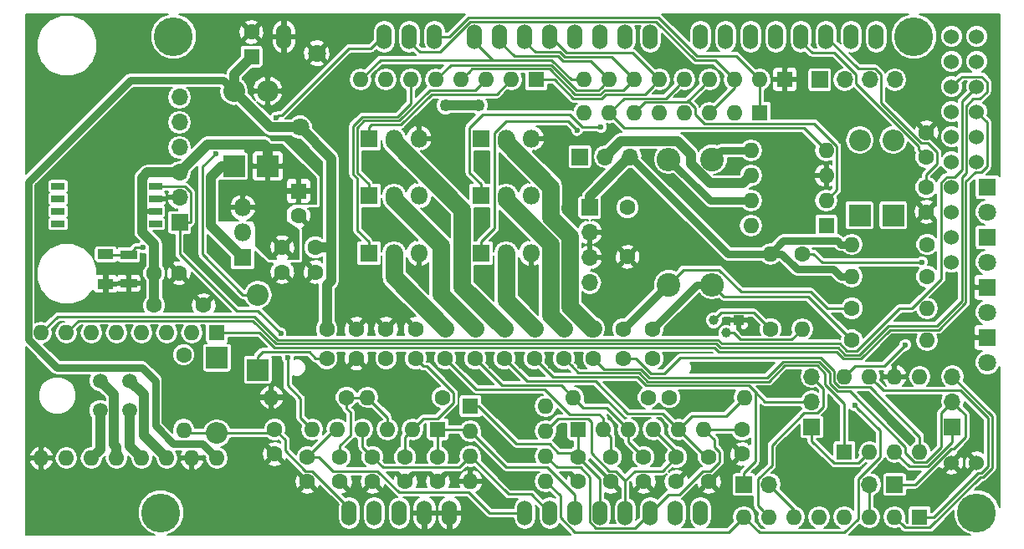
<source format=gtl>
G04 #@! TF.FileFunction,Copper,L1,Top,Signal*
%FSLAX46Y46*%
G04 Gerber Fmt 4.6, Leading zero omitted, Abs format (unit mm)*
G04 Created by KiCad (PCBNEW 4.0.7) date 03/12/18 20:20:41*
%MOMM*%
%LPD*%
G01*
G04 APERTURE LIST*
%ADD10C,0.100000*%
%ADD11C,1.600000*%
%ADD12C,0.600000*%
%ADD13R,1.700000X0.900000*%
%ADD14C,2.400000*%
%ADD15O,2.400000X2.400000*%
%ADD16R,1.600000X1.600000*%
%ADD17O,1.600000X1.600000*%
%ADD18R,1.800000X1.800000*%
%ADD19O,1.800000X1.800000*%
%ADD20R,2.200000X2.200000*%
%ADD21O,2.200000X2.200000*%
%ADD22C,1.800000*%
%ADD23R,1.700000X1.700000*%
%ADD24O,1.700000X1.700000*%
%ADD25C,1.000000*%
%ADD26R,1.000000X1.000000*%
%ADD27C,1.500000*%
%ADD28O,1.524000X2.540000*%
%ADD29C,3.937000*%
%ADD30C,1.524000*%
%ADD31R,1.600000X1.000000*%
%ADD32R,1.346200X0.685800*%
%ADD33C,1.250000*%
%ADD34C,1.000000*%
%ADD35C,0.500000*%
%ADD36C,0.750000*%
%ADD37C,0.250000*%
%ADD38C,1.750000*%
%ADD39C,0.150000*%
G04 APERTURE END LIST*
D10*
D11*
X117100000Y-106426000D03*
X117100000Y-108926000D03*
X164401500Y-106426000D03*
X164401500Y-108926000D03*
X127000000Y-109220000D03*
X127000000Y-111720000D03*
D12*
X184350000Y-80450000D03*
X156100000Y-108400000D03*
X148000000Y-100000000D03*
X145000000Y-100000000D03*
X142000000Y-100000000D03*
X139000000Y-100000000D03*
X136000000Y-100000000D03*
X157100000Y-99200000D03*
X168400000Y-104700000D03*
X153100000Y-104100000D03*
X169800000Y-107200000D03*
X146200000Y-107600000D03*
X152700000Y-110000000D03*
X132000000Y-108100000D03*
X124900000Y-108100000D03*
X114900000Y-76300000D03*
X108900000Y-81500000D03*
X111000000Y-91000000D03*
X120600000Y-100800000D03*
X122400000Y-102500000D03*
X127000000Y-100300000D03*
X132300000Y-102400000D03*
X142100000Y-72300000D03*
D13*
X102300000Y-91650000D03*
X102300000Y-88750000D03*
D12*
X178150000Y-79700000D03*
X130000000Y-105300000D03*
X179300000Y-64900000D03*
X95892620Y-98826320D03*
X146400000Y-84000000D03*
D14*
X161353500Y-79057500D03*
D15*
X161353500Y-91757500D03*
D12*
X149300000Y-102800000D03*
X172796200Y-96443800D03*
X180350000Y-88500000D03*
X187960000Y-88442800D03*
X170053000Y-77470000D03*
X170624500Y-85661500D03*
X180450000Y-73850000D03*
X172847000Y-92329000D03*
X182372000Y-92265500D03*
X179050000Y-92050000D03*
X97500000Y-101600000D03*
X124269500Y-85915500D03*
X123698000Y-77089000D03*
X125476000Y-91376500D03*
X128270000Y-94170500D03*
X119621300Y-93151960D03*
X119634000Y-95885000D03*
X185356500Y-91313000D03*
X163512500Y-87312500D03*
X167449500Y-83185000D03*
X158300000Y-82500000D03*
X163000000Y-85100000D03*
X158178500Y-87947500D03*
X168338500Y-90360500D03*
X154940000Y-79121000D03*
X155400000Y-84200000D03*
X153416000Y-92837000D03*
X159766000Y-76835000D03*
X153543000Y-81153000D03*
X180700000Y-95100000D03*
X178500000Y-98900000D03*
X178200000Y-86800000D03*
X178200000Y-95000000D03*
X140700000Y-111300000D03*
X140700000Y-108100000D03*
X140700000Y-104394000D03*
X138049000Y-79565500D03*
X137985500Y-85471000D03*
X133477000Y-84645500D03*
X140843000Y-86296500D03*
X140843000Y-80391000D03*
X124079000Y-72263000D03*
X127889000Y-79819500D03*
X127952500Y-85915500D03*
X153600000Y-87600000D03*
X137922000Y-90805000D03*
X146685000Y-80899000D03*
X163400000Y-100100000D03*
X158750000Y-95694500D03*
X134620000Y-64833500D03*
X158445200Y-65405000D03*
X157400000Y-69400000D03*
X111300000Y-88600000D03*
D16*
X168719500Y-70993000D03*
D17*
X166179500Y-70993000D03*
X163639500Y-70993000D03*
X161099500Y-70993000D03*
X158559500Y-70993000D03*
X156019500Y-70993000D03*
X153479500Y-70993000D03*
X150939500Y-70993000D03*
X148399500Y-70993000D03*
D18*
X126619000Y-88582500D03*
D19*
X129159000Y-88582500D03*
X131699000Y-88582500D03*
D18*
X126619000Y-82740500D03*
D19*
X129159000Y-82740500D03*
X131699000Y-82740500D03*
D18*
X126619000Y-76962000D03*
D19*
X129159000Y-76962000D03*
X131699000Y-76962000D03*
D18*
X137985500Y-76962000D03*
D19*
X140525500Y-76962000D03*
X143065500Y-76962000D03*
D18*
X137985500Y-82740500D03*
D19*
X140525500Y-82740500D03*
X143065500Y-82740500D03*
D18*
X137985500Y-88582500D03*
D19*
X140525500Y-88582500D03*
X143065500Y-88582500D03*
D11*
X122364500Y-96250500D03*
X125364500Y-96250500D03*
X128364500Y-96250500D03*
X131364500Y-96250500D03*
X134364500Y-96250500D03*
X137364500Y-96250500D03*
X140364500Y-96250500D03*
X143364500Y-96250500D03*
X146364500Y-96250500D03*
X149364500Y-96250500D03*
X152364500Y-96250500D03*
X155364500Y-96250500D03*
X122364500Y-99250500D03*
X125364500Y-99250500D03*
X128364500Y-99250500D03*
X131364500Y-99250500D03*
X134364500Y-99250500D03*
X137364500Y-99250500D03*
X140364500Y-99250500D03*
X143364500Y-99250500D03*
X146364500Y-99250500D03*
X149364500Y-99250500D03*
X152364500Y-99250500D03*
X155364500Y-99250500D03*
D20*
X116395500Y-79756000D03*
D21*
X116395500Y-72136000D03*
D12*
X114600000Y-97300000D03*
X98200000Y-87400000D03*
X102700000Y-93500000D03*
X166624000Y-108521500D03*
X184600000Y-112300000D03*
X175200000Y-110900000D03*
X174150000Y-74900000D03*
X169354500Y-109982000D03*
X185420000Y-116332000D03*
X99450000Y-116650000D03*
X122000000Y-115200000D03*
X115500000Y-108700000D03*
X109600000Y-102800000D03*
X93700000Y-93900000D03*
X115500000Y-105300000D03*
X93218000Y-82804000D03*
X101300000Y-78900000D03*
X105689400Y-75641200D03*
X92989400Y-73837800D03*
X92964000Y-65024000D03*
X159702500Y-103124000D03*
X175700000Y-105300000D03*
X189900000Y-69300000D03*
X186944000Y-65278000D03*
X183388000Y-106934000D03*
X177000000Y-103100000D03*
X173482000Y-105918000D03*
X167767000Y-102108000D03*
X176750000Y-68350000D03*
D11*
X120400000Y-111720000D03*
X120400000Y-109220000D03*
D14*
X156972000Y-91757500D03*
D15*
X156972000Y-79057500D03*
D16*
X114744500Y-68667000D03*
D11*
X114744500Y-66167000D03*
D16*
X119507000Y-82272500D03*
D11*
X119507000Y-84772500D03*
D22*
X119648500Y-75826000D03*
X121348500Y-68326000D03*
D16*
X143573500Y-70993000D03*
D17*
X141033500Y-70993000D03*
X138493500Y-70993000D03*
X135953500Y-70993000D03*
X133413500Y-70993000D03*
X130873500Y-70993000D03*
X128333500Y-70993000D03*
X125793500Y-70993000D03*
D16*
X133604000Y-106426000D03*
D17*
X131064000Y-106426000D03*
X128524000Y-106426000D03*
X125984000Y-106426000D03*
X123444000Y-106426000D03*
X120904000Y-106426000D03*
D16*
X147828000Y-106426000D03*
D17*
X150368000Y-106426000D03*
X152908000Y-106426000D03*
X155448000Y-106426000D03*
X157988000Y-106426000D03*
X160528000Y-106426000D03*
D18*
X189230000Y-97113600D03*
D22*
X189230000Y-99653600D03*
D18*
X189230000Y-92033600D03*
D22*
X189230000Y-94573600D03*
D18*
X189230000Y-86953600D03*
D22*
X189230000Y-89493600D03*
D18*
X189230000Y-81873600D03*
D22*
X189230000Y-84413600D03*
D16*
X172910500Y-85788500D03*
D17*
X165290500Y-78168500D03*
X172910500Y-83248500D03*
X165290500Y-80708500D03*
X172910500Y-80708500D03*
X165290500Y-83248500D03*
X172910500Y-78168500D03*
X165290500Y-85788500D03*
D20*
X111252000Y-99187000D03*
D21*
X111252000Y-106807000D03*
D20*
X112966500Y-79756000D03*
D21*
X112966500Y-72136000D03*
D20*
X176300000Y-84740000D03*
D21*
X176300000Y-77120000D03*
D20*
X179700000Y-84740000D03*
D21*
X179700000Y-77120000D03*
D11*
X183050000Y-84400000D03*
X183050000Y-81900000D03*
X183050000Y-76350000D03*
X183050000Y-78850000D03*
X104902000Y-90600000D03*
X107402000Y-90600000D03*
X121221500Y-87987500D03*
X121221500Y-90487500D03*
X133604000Y-109220000D03*
X133604000Y-111720000D03*
X130302000Y-109220000D03*
X130302000Y-111720000D03*
X123700000Y-109220000D03*
X123700000Y-111720000D03*
X151130000Y-109220000D03*
X151130000Y-111720000D03*
X161036000Y-109220000D03*
X161036000Y-111720000D03*
X157734000Y-109220000D03*
X157734000Y-111720000D03*
X154432000Y-109220000D03*
X154432000Y-111720000D03*
D18*
X113855500Y-89027000D03*
D19*
X113855500Y-86487000D03*
X113855500Y-83947000D03*
D11*
X117856000Y-87987500D03*
X117856000Y-90487500D03*
D16*
X174752000Y-108712000D03*
D17*
X182372000Y-101092000D03*
X177292000Y-108712000D03*
X179832000Y-101092000D03*
X179832000Y-108712000D03*
X177292000Y-101092000D03*
X182372000Y-108712000D03*
X174752000Y-101092000D03*
D11*
X147828000Y-109220000D03*
X147828000Y-111720000D03*
D16*
X136906000Y-104076500D03*
D17*
X144526000Y-111696500D03*
X136906000Y-106616500D03*
X144526000Y-109156500D03*
X136906000Y-109156500D03*
X144526000Y-106616500D03*
X136906000Y-111696500D03*
X144526000Y-104076500D03*
D16*
X182372000Y-115316000D03*
D17*
X179832000Y-115316000D03*
X177292000Y-115316000D03*
X174752000Y-115316000D03*
X172212000Y-115316000D03*
X169672000Y-115316000D03*
X167132000Y-115316000D03*
X164592000Y-115316000D03*
D16*
X111252000Y-96647000D03*
D17*
X93472000Y-109347000D03*
X108712000Y-96647000D03*
X96012000Y-109347000D03*
X106172000Y-96647000D03*
X98552000Y-109347000D03*
X103632000Y-96647000D03*
X101092000Y-109347000D03*
X101092000Y-96647000D03*
X103632000Y-109347000D03*
X98552000Y-96647000D03*
X106172000Y-109347000D03*
X96012000Y-96647000D03*
X108712000Y-109347000D03*
X93472000Y-96647000D03*
X111252000Y-109347000D03*
D23*
X107458000Y-85471000D03*
D24*
X107458000Y-82931000D03*
X107458000Y-80391000D03*
X107458000Y-77851000D03*
X107458000Y-75311000D03*
X107458000Y-72771000D03*
D25*
X162814000Y-96647000D03*
X161544000Y-95377000D03*
D26*
X164084000Y-95377000D03*
D23*
X164592000Y-112014000D03*
D24*
X167132000Y-112014000D03*
D23*
X179832000Y-112014000D03*
D24*
X177292000Y-112014000D03*
D23*
X185674000Y-106172000D03*
D24*
X185674000Y-103632000D03*
X185674000Y-101092000D03*
D23*
X171450000Y-106172000D03*
D24*
X171450000Y-103632000D03*
X171450000Y-101092000D03*
D23*
X147980886Y-78811466D03*
D24*
X150520886Y-78811466D03*
X153060886Y-78811466D03*
D16*
X166179500Y-74358500D03*
D17*
X163639500Y-74358500D03*
X161099500Y-74358500D03*
X158559500Y-74358500D03*
X156019500Y-74358500D03*
X153479500Y-74358500D03*
X150939500Y-74358500D03*
X148399500Y-74358500D03*
D11*
X134100000Y-103187500D03*
D17*
X126480000Y-103187500D03*
D11*
X154940000Y-103187500D03*
D17*
X147320000Y-103187500D03*
D11*
X157035500Y-103187500D03*
D17*
X164655500Y-103187500D03*
D11*
X124375000Y-103187500D03*
D17*
X116755000Y-103187500D03*
D11*
X183134000Y-87693500D03*
D17*
X175514000Y-87693500D03*
D11*
X183134000Y-90932000D03*
D17*
X175514000Y-90932000D03*
D11*
X175514000Y-94170500D03*
D17*
X183134000Y-94170500D03*
D11*
X175514000Y-97409000D03*
D17*
X183134000Y-97409000D03*
D11*
X167259000Y-96266000D03*
D17*
X167259000Y-88646000D03*
D11*
X170497500Y-88646000D03*
D17*
X170497500Y-96266000D03*
D11*
X107886500Y-98869500D03*
D17*
X107886500Y-106489500D03*
D27*
X102420000Y-104500000D03*
X99420000Y-104500000D03*
X102420000Y-101500000D03*
X99420000Y-101500000D03*
D20*
X115400000Y-100400000D03*
D21*
X115400000Y-92780000D03*
D28*
X170361100Y-66633600D03*
X172901100Y-66633600D03*
X155121100Y-114893600D03*
X152581100Y-114893600D03*
X150041100Y-114893600D03*
X142421100Y-114893600D03*
X144961100Y-114893600D03*
X147501100Y-114893600D03*
X134801100Y-114893600D03*
X132261100Y-114893600D03*
X127181100Y-114893600D03*
X124641100Y-114893600D03*
X144961100Y-66633600D03*
X142421100Y-66633600D03*
X139881100Y-66633600D03*
X137341100Y-66633600D03*
X133277100Y-66633600D03*
X130737100Y-66633600D03*
X118037100Y-66633600D03*
X129721100Y-114893600D03*
D29*
X188141100Y-114893600D03*
X181791100Y-66633600D03*
X106861100Y-66633600D03*
X105591100Y-114893600D03*
D30*
X185601100Y-69173600D03*
X188141100Y-69173600D03*
X185601100Y-66633600D03*
X188141100Y-66633600D03*
X185601100Y-109813600D03*
X188141100Y-109813600D03*
X185601100Y-71713600D03*
X188141100Y-71713600D03*
X188141100Y-74253600D03*
X185601100Y-89493600D03*
D28*
X147501100Y-66633600D03*
X150041100Y-66633600D03*
X152581100Y-66633600D03*
X155121100Y-66633600D03*
X175441100Y-66633600D03*
X177981100Y-66633600D03*
X167821100Y-66633600D03*
X165281100Y-66633600D03*
X162741100Y-66633600D03*
X160201100Y-66633600D03*
X157661100Y-114893600D03*
X160201100Y-114893600D03*
D30*
X185601100Y-79333600D03*
X188141100Y-79333600D03*
X185601100Y-76793600D03*
X188141100Y-76793600D03*
X185601100Y-74253600D03*
X185601100Y-81873600D03*
X185601100Y-86953600D03*
X185601100Y-84413600D03*
D28*
X128197100Y-66633600D03*
D11*
X152800000Y-88947000D03*
X152800000Y-83947000D03*
X104902000Y-93853000D03*
X109902000Y-93853000D03*
D23*
X148971000Y-83947000D03*
D24*
X148971000Y-86487000D03*
X148971000Y-89027000D03*
X148971000Y-91567000D03*
D31*
X100000000Y-91700000D03*
X100000000Y-88700000D03*
D32*
X105000000Y-85600000D03*
X105000000Y-84330000D03*
X105000000Y-83060000D03*
X105000000Y-81790000D03*
X95170200Y-81790000D03*
X95170200Y-83060000D03*
X95170200Y-84330000D03*
X95170200Y-85600000D03*
D23*
X172250000Y-71000000D03*
D24*
X174790000Y-71000000D03*
X177330000Y-71000000D03*
X179870000Y-71000000D03*
D33*
X137700000Y-73600004D03*
X134400002Y-73600000D03*
D12*
X175800000Y-104000000D03*
X180911500Y-97853500D03*
X147700000Y-76100000D03*
X150100000Y-75800000D03*
X182600000Y-89500000D03*
X117215920Y-74869040D03*
X111100000Y-78500000D03*
X103800000Y-88000000D03*
X117700000Y-96700000D03*
X118388228Y-99175010D03*
D34*
X137699996Y-73600000D02*
X137700000Y-73600004D01*
X134400002Y-73600000D02*
X137699996Y-73600000D01*
D35*
X105000000Y-84330000D02*
X103826900Y-84330000D01*
X103826900Y-84330000D02*
X103696900Y-84200000D01*
X103696900Y-84200000D02*
X103676899Y-84200000D01*
D34*
X103676899Y-80927099D02*
X103676899Y-84200000D01*
X103676899Y-84200000D02*
X103676899Y-84737099D01*
X107458000Y-80391000D02*
X104212998Y-80391000D01*
X104212998Y-80391000D02*
X103676899Y-80927099D01*
X104902000Y-90600000D02*
X104902000Y-87688002D01*
X104902000Y-87688002D02*
X103676899Y-86462901D01*
X103676899Y-86462901D02*
X103676899Y-84737099D01*
X107458000Y-80391000D02*
X110315500Y-77533500D01*
X116395500Y-77906000D02*
X116395500Y-79756000D01*
X110315500Y-77533500D02*
X116023000Y-77533500D01*
X116023000Y-77533500D02*
X116395500Y-77906000D01*
X104902000Y-90600000D02*
X104902000Y-93853000D01*
D36*
X111252000Y-109347000D02*
X109783001Y-107878001D01*
X103700000Y-100200000D02*
X95063998Y-100200000D01*
X109783001Y-107878001D02*
X106828001Y-107878001D01*
X105000000Y-106050000D02*
X105000000Y-101500000D01*
X106828001Y-107878001D02*
X105000000Y-106050000D01*
X105000000Y-101500000D02*
X103700000Y-100200000D01*
X95063998Y-100200000D02*
X92146999Y-97283001D01*
X92146999Y-97283001D02*
X92146999Y-96337999D01*
X92138500Y-96329500D02*
X92138500Y-81361500D01*
X92146999Y-96337999D02*
X92138500Y-96329500D01*
X92138500Y-81361500D02*
X102463999Y-71036001D01*
X111866501Y-71036001D02*
X112966500Y-72136000D01*
X102463999Y-71036001D02*
X111866501Y-71036001D01*
X167259000Y-88646000D02*
X168390370Y-88646000D01*
X168390370Y-88646000D02*
X169944370Y-90200000D01*
X174382630Y-90932000D02*
X175514000Y-90932000D01*
X169944370Y-90200000D02*
X173650630Y-90200000D01*
X173650630Y-90200000D02*
X174382630Y-90932000D01*
D34*
X122800999Y-88074500D02*
X122800999Y-78978499D01*
X122800999Y-78978499D02*
X119648500Y-75826000D01*
X148971000Y-83947000D02*
X148971000Y-82829000D01*
X148971000Y-82829000D02*
X152988534Y-78811466D01*
X152988534Y-78811466D02*
X153060886Y-78811466D01*
D36*
X167259000Y-88646000D02*
X162941000Y-88646000D01*
X162941000Y-88646000D02*
X153106466Y-78811466D01*
X153106466Y-78811466D02*
X153060886Y-78811466D01*
D34*
X112966500Y-72136000D02*
X112966500Y-70445000D01*
X112966500Y-70445000D02*
X114744500Y-68667000D01*
D36*
X167259000Y-88646000D02*
X168584001Y-87320999D01*
X168584001Y-87320999D02*
X174010129Y-87320999D01*
X174010129Y-87320999D02*
X174382630Y-87693500D01*
X174382630Y-87693500D02*
X175514000Y-87693500D01*
D34*
X122800999Y-91397999D02*
X122364500Y-91834498D01*
X122800999Y-91397999D02*
X122800999Y-88074500D01*
X122364500Y-91834498D02*
X122364500Y-96250500D01*
X119648500Y-75826000D02*
X116656500Y-75826000D01*
X116656500Y-75826000D02*
X112966500Y-72136000D01*
X122800999Y-88074500D02*
X122713999Y-87987500D01*
X122713999Y-87987500D02*
X121221500Y-87987500D01*
D37*
X117100000Y-106426000D02*
X118175001Y-107501001D01*
X118175001Y-107501001D02*
X118175001Y-108586003D01*
X118175001Y-108586003D02*
X120233997Y-110644999D01*
X120233997Y-110644999D02*
X120900499Y-110644999D01*
X120900499Y-110644999D02*
X124641100Y-114385600D01*
X124641100Y-114385600D02*
X124641100Y-114893600D01*
X111252000Y-106807000D02*
X116719000Y-106807000D01*
X116719000Y-106807000D02*
X117100000Y-106426000D01*
X111252000Y-106807000D02*
X108204000Y-106807000D01*
X108204000Y-106807000D02*
X107886500Y-106489500D01*
X183050000Y-78850000D02*
X182250001Y-78050001D01*
X173705002Y-68250000D02*
X171469500Y-68250000D01*
X182250001Y-78050001D02*
X182250001Y-77706703D01*
X182250001Y-77706703D02*
X175915001Y-71371703D01*
X175915001Y-71371703D02*
X175915001Y-70459999D01*
X175915001Y-70459999D02*
X173705002Y-68250000D01*
X171469500Y-68250000D02*
X170361100Y-67141600D01*
X170361100Y-67141600D02*
X170361100Y-66633600D01*
X178706999Y-102506999D02*
X178091999Y-101891999D01*
X189299989Y-105299989D02*
X186506999Y-102506999D01*
X188638861Y-110850601D02*
X189299989Y-110189473D01*
X188249399Y-110850601D02*
X188638861Y-110850601D01*
X178091999Y-101891999D02*
X177292000Y-101092000D01*
X189299989Y-110189473D02*
X189299989Y-105299989D01*
X182372000Y-115316000D02*
X183784000Y-115316000D01*
X186506999Y-102506999D02*
X178706999Y-102506999D01*
X183784000Y-115316000D02*
X188249399Y-110850601D01*
X172901100Y-66633600D02*
X176142499Y-69874999D01*
X177870001Y-69874999D02*
X178455001Y-70459999D01*
X178455001Y-70459999D02*
X178455001Y-73346003D01*
X176142499Y-69874999D02*
X177870001Y-69874999D01*
X178455001Y-73346003D02*
X182533999Y-77425001D01*
X183050000Y-80600000D02*
X183050000Y-81900000D01*
X182533999Y-77425001D02*
X183216003Y-77425001D01*
X183216003Y-77425001D02*
X184125001Y-78333999D01*
X184125001Y-78333999D02*
X184125001Y-79524999D01*
X184125001Y-79524999D02*
X183050000Y-80600000D01*
X164592000Y-115316000D02*
X166176000Y-116900000D01*
X166176000Y-116900000D02*
X174759002Y-116900000D01*
X174759002Y-116900000D02*
X176166999Y-115492003D01*
X176166999Y-115492003D02*
X176166999Y-111428003D01*
X178367001Y-109228001D02*
X178367001Y-106567001D01*
X176099999Y-104299999D02*
X175800000Y-104000000D01*
X176166999Y-111428003D02*
X178367001Y-109228001D01*
X178367001Y-106567001D02*
X176099999Y-104299999D01*
X164600000Y-115300000D02*
X163052380Y-116847620D01*
X163052380Y-116847620D02*
X147480567Y-116847620D01*
X147480567Y-116847620D02*
X145998110Y-115365163D01*
X145998110Y-115365163D02*
X145998110Y-113168610D01*
X145998110Y-113168610D02*
X144526000Y-111696500D01*
X178748001Y-100016999D02*
X180911500Y-97853500D01*
X175827001Y-100016999D02*
X178748001Y-100016999D01*
X174752000Y-101092000D02*
X175827001Y-100016999D01*
D36*
X161353500Y-79057500D02*
X161378900Y-79057500D01*
X161378900Y-79057500D02*
X162280600Y-78155800D01*
X162280600Y-78155800D02*
X165277800Y-78155800D01*
X165277800Y-78155800D02*
X165290500Y-78168500D01*
D37*
X171703003Y-75433501D02*
X160583499Y-75433501D01*
X160583499Y-75433501D02*
X159634501Y-74484503D01*
X159634501Y-74484503D02*
X159634501Y-73842499D01*
X159634501Y-73842499D02*
X159075501Y-73283499D01*
X159075501Y-73283499D02*
X158809001Y-73283499D01*
X153479500Y-74358500D02*
X154554501Y-73283499D01*
X154554501Y-73283499D02*
X158809001Y-73283499D01*
X158809001Y-73283499D02*
X160299501Y-71792999D01*
X160299501Y-71792999D02*
X161099500Y-70993000D01*
X171703003Y-75433501D02*
X171703003Y-75437003D01*
X171703003Y-75437003D02*
X173985501Y-77719501D01*
X173985501Y-77719501D02*
X173985501Y-82173499D01*
X173985501Y-82173499D02*
X172910500Y-83248500D01*
D36*
X156972000Y-79057500D02*
X161163000Y-83248500D01*
X161163000Y-83248500D02*
X165290500Y-83248500D01*
D37*
X150939500Y-74358500D02*
X152414512Y-72883488D01*
X152414512Y-72883488D02*
X156669012Y-72883488D01*
X156669012Y-72883488D02*
X157759501Y-71792999D01*
X157759501Y-71792999D02*
X158559500Y-70993000D01*
X150939500Y-74358500D02*
X152482511Y-75901511D01*
X152482511Y-75901511D02*
X170643511Y-75901511D01*
X170643511Y-75901511D02*
X172910500Y-78168500D01*
X177292000Y-108712000D02*
X176166999Y-109837001D01*
X176166999Y-109837001D02*
X173691999Y-109837001D01*
X173691999Y-109837001D02*
X171450000Y-107595002D01*
X171450000Y-107595002D02*
X171450000Y-106172000D01*
X185674000Y-107272000D02*
X185674000Y-106172000D01*
X185674000Y-107691700D02*
X185674000Y-107272000D01*
X183178688Y-110187012D02*
X185674000Y-107691700D01*
X181307012Y-110187012D02*
X183178688Y-110187012D01*
X179832000Y-108712000D02*
X181307012Y-110187012D01*
X167132000Y-112014000D02*
X169672000Y-114554000D01*
X169672000Y-114554000D02*
X169672000Y-115316000D01*
X177292000Y-115316000D02*
X177292000Y-112014000D01*
X146803674Y-75203674D02*
X147400001Y-75800001D01*
X147400001Y-75800001D02*
X147700000Y-76100000D01*
X139350499Y-76397999D02*
X140544824Y-75203674D01*
X139350499Y-86067501D02*
X139350499Y-76397999D01*
X137985500Y-87432500D02*
X139350499Y-86067501D01*
X137985500Y-88582500D02*
X137985500Y-87432500D01*
X140544824Y-75203674D02*
X146803674Y-75203674D01*
X137418499Y-72068001D02*
X138493500Y-70993000D01*
X126133487Y-75152512D02*
X125443999Y-75842000D01*
X129696692Y-75152512D02*
X126133487Y-75152512D01*
X126619000Y-81590500D02*
X126619000Y-82740500D01*
X125443999Y-80415499D02*
X126619000Y-81590500D01*
X125443999Y-75842000D02*
X125443999Y-80415499D01*
X132781203Y-72068001D02*
X129696692Y-75152512D01*
X137418499Y-72068001D02*
X132781203Y-72068001D01*
X139131988Y-72468012D02*
X139558488Y-72468012D01*
X139558488Y-72468012D02*
X141033500Y-70993000D01*
X126619000Y-76962000D02*
X126619000Y-75812000D01*
X126619000Y-75812000D02*
X126878477Y-75552523D01*
X126878477Y-75552523D02*
X129862381Y-75552523D01*
X132946892Y-72468012D02*
X139131988Y-72468012D01*
X129862381Y-75552523D02*
X132946892Y-72468012D01*
X133277100Y-66633600D02*
X134800847Y-66633600D01*
X134800847Y-66633600D02*
X136745868Y-64688579D01*
X159829500Y-68580000D02*
X163766500Y-68580000D01*
X136745868Y-64688579D02*
X155938079Y-64688579D01*
X155938079Y-64688579D02*
X159829500Y-68580000D01*
X163766500Y-68580000D02*
X166179500Y-70993000D01*
X166179500Y-74358500D02*
X166179500Y-70993000D01*
X130737100Y-66633600D02*
X130737100Y-67141600D01*
X155703090Y-65088590D02*
X159639000Y-69024500D01*
X130737100Y-67141600D02*
X131795500Y-68200000D01*
X133800147Y-68200000D02*
X136911557Y-65088590D01*
X131795500Y-68200000D02*
X133800147Y-68200000D01*
X159639000Y-69024500D02*
X161671000Y-69024500D01*
X136911557Y-65088590D02*
X155703090Y-65088590D01*
X161671000Y-69024500D02*
X162839501Y-70193001D01*
X162839501Y-70193001D02*
X163639500Y-70993000D01*
X161099500Y-74358500D02*
X163639500Y-71818500D01*
X163639500Y-71818500D02*
X163639500Y-70993000D01*
X143573500Y-70993000D02*
X145393000Y-70993000D01*
X145393000Y-70993000D02*
X147300011Y-72900011D01*
X147300011Y-72900011D02*
X150199989Y-72900011D01*
X150199989Y-72900011D02*
X150631988Y-72468012D01*
X150631988Y-72468012D02*
X154544488Y-72468012D01*
X154544488Y-72468012D02*
X155219501Y-71792999D01*
X155219501Y-71792999D02*
X156019500Y-70993000D01*
X144965000Y-66633600D02*
X146631378Y-68299978D01*
X153326478Y-68299978D02*
X155219501Y-70193001D01*
X144961100Y-66633600D02*
X144965000Y-66633600D01*
X155219501Y-70193001D02*
X156019500Y-70993000D01*
X146631378Y-68299978D02*
X153326478Y-68299978D01*
X139881100Y-66633600D02*
X139881100Y-67141600D01*
X139881100Y-67141600D02*
X141339489Y-68599989D01*
X141339489Y-68599989D02*
X145799989Y-68599989D01*
X145799989Y-68599989D02*
X146300000Y-69100000D01*
X150139501Y-70193001D02*
X150939500Y-70993000D01*
X146300000Y-69100000D02*
X149046500Y-69100000D01*
X149046500Y-69100000D02*
X150139501Y-70193001D01*
X147633701Y-72068001D02*
X149864499Y-72068001D01*
X150139501Y-71792999D02*
X150939500Y-70993000D01*
X149864499Y-72068001D02*
X150139501Y-71792999D01*
X134906500Y-69500000D02*
X145065700Y-69500000D01*
X145065700Y-69500000D02*
X147633701Y-72068001D01*
X133413500Y-70993000D02*
X134906500Y-69500000D01*
X139200000Y-69000000D02*
X127786500Y-69000000D01*
X148399500Y-70993000D02*
X147124400Y-70993000D01*
X147124400Y-70993000D02*
X145131400Y-69000000D01*
X145131400Y-69000000D02*
X139200000Y-69000000D01*
X139200000Y-69000000D02*
X137341100Y-67141100D01*
X137341100Y-67141100D02*
X137341100Y-66633600D01*
X125793500Y-70993000D02*
X127786500Y-69000000D01*
X137046489Y-69900011D02*
X136753499Y-70193001D01*
X144900011Y-69900011D02*
X137046489Y-69900011D01*
X136753499Y-70193001D02*
X135953500Y-70993000D01*
X147500000Y-72500000D02*
X144900011Y-69900011D01*
X150034300Y-72500000D02*
X147500000Y-72500000D01*
X153479500Y-70993000D02*
X152404499Y-72068001D01*
X150466299Y-72068001D02*
X150034300Y-72500000D01*
X152404499Y-72068001D02*
X150466299Y-72068001D01*
X145965678Y-68199978D02*
X146465689Y-68699989D01*
X152679501Y-70193001D02*
X153479500Y-70993000D01*
X151186489Y-68699989D02*
X152679501Y-70193001D01*
X146465689Y-68699989D02*
X151186489Y-68699989D01*
X143479478Y-68199978D02*
X145965678Y-68199978D01*
X142421100Y-67141600D02*
X143479478Y-68199978D01*
X142421100Y-66633600D02*
X142421100Y-67141600D01*
D34*
X157845000Y-77200000D02*
X152132352Y-77200000D01*
X152132352Y-77200000D02*
X150520886Y-78811466D01*
X159200000Y-79550416D02*
X159200000Y-78555000D01*
X161158083Y-81508499D02*
X159200000Y-79550416D01*
X159200000Y-78555000D02*
X157845000Y-77200000D01*
X164490501Y-81508499D02*
X161158083Y-81508499D01*
X165290500Y-80708500D02*
X164490501Y-81508499D01*
D37*
X124375000Y-103187500D02*
X124375000Y-104318870D01*
X124375000Y-104318870D02*
X124750000Y-104693870D01*
X124750000Y-104693870D02*
X124750000Y-107038630D01*
X124750000Y-107038630D02*
X123700000Y-108088630D01*
X123700000Y-108088630D02*
X123700000Y-109220000D01*
X126480000Y-103187500D02*
X128524000Y-105231500D01*
X128524000Y-105231500D02*
X128524000Y-106426000D01*
X124375000Y-103187500D02*
X126480000Y-103187500D01*
D34*
X112966500Y-79756000D02*
X111696500Y-79756000D01*
X111696500Y-79756000D02*
X110600000Y-80852500D01*
X110600000Y-80852500D02*
X110600000Y-85771500D01*
X110600000Y-85771500D02*
X113855500Y-89027000D01*
D37*
X149675736Y-75800000D02*
X150100000Y-75800000D01*
X148249998Y-75800000D02*
X149675736Y-75800000D01*
X136810499Y-75841999D02*
X138152494Y-74500004D01*
X146950002Y-74500004D02*
X148249998Y-75800000D01*
X138152494Y-74500004D02*
X146950002Y-74500004D01*
X137985500Y-81590500D02*
X136810499Y-80415499D01*
X137985500Y-82740500D02*
X137985500Y-81590500D01*
X136810499Y-80415499D02*
X136810499Y-75841999D01*
X130873500Y-73390760D02*
X130873500Y-70993000D01*
X130873500Y-73390760D02*
X129511759Y-74752501D01*
X129511759Y-74752501D02*
X125967798Y-74752501D01*
X125443999Y-86257499D02*
X126619000Y-87432500D01*
X125967798Y-74752501D02*
X125043989Y-75676310D01*
X125043989Y-75676310D02*
X125043989Y-80593989D01*
X125043989Y-80593989D02*
X125443999Y-80993999D01*
X125443999Y-80993999D02*
X125443999Y-86257499D01*
X126619000Y-87432500D02*
X126619000Y-88582500D01*
X96012000Y-96647000D02*
X97262989Y-95396011D01*
X186638101Y-93391099D02*
X186638101Y-80861899D01*
X161759312Y-97745512D02*
X162159322Y-98145522D01*
X97262989Y-95396011D02*
X114896311Y-95396011D01*
X114896311Y-95396011D02*
X117245812Y-97745512D01*
X117245812Y-97745512D02*
X161759312Y-97745512D01*
X162159322Y-98145522D02*
X174093820Y-98145522D01*
X186638101Y-70676599D02*
X186363099Y-70951601D01*
X174093820Y-98145522D02*
X174832310Y-98884012D01*
X184095212Y-95933988D02*
X186638101Y-93391099D01*
X174832310Y-98884012D02*
X176267289Y-98884011D01*
X188638861Y-70676599D02*
X186638101Y-70676599D01*
X176267289Y-98884011D02*
X179217312Y-95933988D01*
X179217312Y-95933988D02*
X184095212Y-95933988D01*
X186638101Y-80861899D02*
X187050011Y-80449989D01*
X187050011Y-80449989D02*
X187050011Y-73699989D01*
X187050011Y-73699989D02*
X187800000Y-72950000D01*
X187800000Y-72950000D02*
X188439462Y-72950000D01*
X188439462Y-72950000D02*
X189178101Y-72211361D01*
X189178101Y-72211361D02*
X189178101Y-71215839D01*
X189178101Y-71215839D02*
X188638861Y-70676599D01*
X186363099Y-70951601D02*
X185601100Y-71713600D01*
X93472000Y-96647000D02*
X95123000Y-94996000D01*
X161925001Y-97345501D02*
X162325011Y-97745511D01*
X186650000Y-73204700D02*
X188141100Y-71713600D01*
X176030001Y-98484001D02*
X176589001Y-97925001D01*
X95123000Y-94996000D02*
X115062000Y-94996000D01*
X115062000Y-94996000D02*
X117411501Y-97345501D01*
X184550000Y-91163498D02*
X184550000Y-81389938D01*
X117411501Y-97345501D02*
X161925001Y-97345501D01*
X181542998Y-94170500D02*
X184550000Y-91163498D01*
X162325011Y-97745511D02*
X174259509Y-97745511D01*
X185103339Y-80836599D02*
X185913401Y-80836599D01*
X176589001Y-97921499D02*
X180340000Y-94170500D01*
X174259509Y-97745511D02*
X174997999Y-98484001D01*
X174997999Y-98484001D02*
X176030001Y-98484001D01*
X176589001Y-97925001D02*
X176589001Y-97921499D01*
X180340000Y-94170500D02*
X181542998Y-94170500D01*
X184550000Y-81389938D02*
X185103339Y-80836599D01*
X185913401Y-80836599D02*
X186650000Y-80100000D01*
X186650000Y-80100000D02*
X186650000Y-73204700D01*
X111252000Y-96647000D02*
X115581600Y-96647000D01*
X115581600Y-96647000D02*
X117080123Y-98145523D01*
X117080123Y-98145523D02*
X161593623Y-98145523D01*
X161593623Y-98145523D02*
X161993633Y-98545533D01*
X161993633Y-98545533D02*
X173928131Y-98545533D01*
X187038112Y-81311888D02*
X187979399Y-80370601D01*
X187979399Y-80370601D02*
X188638861Y-80370601D01*
X173928131Y-98545533D02*
X174666621Y-99284022D01*
X174666621Y-99284022D02*
X176432978Y-99284022D01*
X187038112Y-93556788D02*
X187038112Y-81311888D01*
X176432978Y-99284022D02*
X179383001Y-96333999D01*
X188638861Y-80370601D02*
X189200000Y-79809462D01*
X189200000Y-75312500D02*
X188141100Y-74253600D01*
X179383001Y-96333999D02*
X184260901Y-96333999D01*
X189200000Y-79809462D02*
X189200000Y-75312500D01*
X184260901Y-96333999D02*
X187038112Y-93556788D01*
X170497500Y-88646000D02*
X171628870Y-88646000D01*
X171628870Y-88646000D02*
X172482870Y-89500000D01*
X172482870Y-89500000D02*
X182600000Y-89500000D01*
X169422499Y-97341001D02*
X170497500Y-96266000D01*
X163521106Y-96647000D02*
X164215107Y-97341001D01*
X162814000Y-96647000D02*
X163521106Y-96647000D01*
X164215107Y-97341001D02*
X169422499Y-97341001D01*
X136906000Y-104076500D02*
X137731500Y-104076500D01*
X137731500Y-104076500D02*
X141541500Y-107886500D01*
X147383500Y-108775500D02*
X147828000Y-109220000D01*
X141541500Y-107886500D02*
X144894502Y-107886500D01*
X144894502Y-107886500D02*
X145783502Y-108775500D01*
X145783502Y-108775500D02*
X147383500Y-108775500D01*
X147828000Y-109220000D02*
X150041100Y-111433100D01*
X150041100Y-111433100D02*
X150041100Y-114893600D01*
X147828000Y-106426000D02*
X147828000Y-109220000D01*
X157734000Y-109220000D02*
X156309001Y-110644999D01*
X156309001Y-110644999D02*
X153515001Y-110644999D01*
X153515001Y-110644999D02*
X152581100Y-111578900D01*
X152581100Y-111578900D02*
X152581100Y-112014000D01*
X152581100Y-111580098D02*
X152581100Y-112014000D01*
X152581100Y-112014000D02*
X152581100Y-114893600D01*
X152581100Y-114893600D02*
X152581100Y-114385600D01*
X149161500Y-105664498D02*
X149161500Y-108842502D01*
X149161500Y-108842502D02*
X150963997Y-110644999D01*
X150963997Y-110644999D02*
X151646001Y-110644999D01*
X151646001Y-110644999D02*
X152581100Y-111580098D01*
X144526000Y-106616500D02*
X145791501Y-105350999D01*
X148848001Y-105350999D02*
X149161500Y-105664498D01*
X145791501Y-105350999D02*
X148848001Y-105350999D01*
X155448000Y-106426000D02*
X157734000Y-108712000D01*
X157734000Y-108712000D02*
X157734000Y-109220000D01*
X160528000Y-106426000D02*
X161600000Y-107498000D01*
X161600000Y-107498000D02*
X161600000Y-108192998D01*
X160400003Y-110644999D02*
X158015002Y-113030000D01*
X161600000Y-108192998D02*
X162111001Y-108703999D01*
X158015002Y-113030000D02*
X156972000Y-113030000D01*
X162111001Y-108703999D02*
X162111001Y-109736001D01*
X162111001Y-109736001D02*
X161202003Y-110644999D01*
X161202003Y-110644999D02*
X160400003Y-110644999D01*
X155121100Y-114880900D02*
X155121100Y-114893600D01*
X156972000Y-113030000D02*
X155121100Y-114880900D01*
X144526000Y-109156500D02*
X145664501Y-110295001D01*
X149611557Y-116438610D02*
X153563390Y-116438610D01*
X153563390Y-116438610D02*
X155108400Y-114893600D01*
X148971000Y-115798053D02*
X149611557Y-116438610D01*
X148971000Y-111252000D02*
X148971000Y-115798053D01*
X148014001Y-110295001D02*
X148971000Y-111252000D01*
X145664501Y-110295001D02*
X148014001Y-110295001D01*
X155108400Y-114893600D02*
X155121100Y-114893600D01*
X164401500Y-106426000D02*
X160528000Y-106426000D01*
X136906000Y-106616500D02*
X140521001Y-110231501D01*
X140521001Y-110231501D02*
X144652003Y-110231501D01*
X144652003Y-110231501D02*
X147501100Y-113080598D01*
X147501100Y-113080598D02*
X147501100Y-114893600D01*
X133604000Y-109220000D02*
X133604000Y-106426000D01*
X133604000Y-106426000D02*
X136715500Y-106426000D01*
X136715500Y-106426000D02*
X136906000Y-106616500D01*
X136906000Y-109156500D02*
X140749500Y-113000000D01*
X140749500Y-113000000D02*
X143067500Y-113000000D01*
X143067500Y-113000000D02*
X144961100Y-114893600D01*
X127000000Y-109220000D02*
X125984000Y-108204000D01*
X125984000Y-108204000D02*
X125984000Y-106426000D01*
X136906000Y-109156500D02*
X135767499Y-110295001D01*
X135767499Y-110295001D02*
X128075001Y-110295001D01*
X128075001Y-110295001D02*
X127000000Y-109220000D01*
X120400000Y-109220000D02*
X121531370Y-109220000D01*
X129666003Y-112795001D02*
X136736503Y-112795001D01*
X121531370Y-109220000D02*
X122956369Y-110644999D01*
X122956369Y-110644999D02*
X127516001Y-110644999D01*
X127516001Y-110644999D02*
X129666003Y-112795001D01*
X136736503Y-112795001D02*
X138835102Y-114893600D01*
X138835102Y-114893600D02*
X142421100Y-114893600D01*
X120400000Y-109220000D02*
X123194000Y-106426000D01*
X123194000Y-106426000D02*
X123444000Y-106426000D01*
X149956359Y-104882989D02*
X146923491Y-104882989D01*
X150368000Y-105294630D02*
X149956359Y-104882989D01*
X144421513Y-102381011D02*
X137495011Y-102381011D01*
X150368000Y-106426000D02*
X150368000Y-105294630D01*
X137495011Y-102381011D02*
X134364500Y-99250500D01*
X146923491Y-104882989D02*
X144421513Y-102381011D01*
X151130000Y-109220000D02*
X151130000Y-107188000D01*
X151130000Y-107188000D02*
X150368000Y-106426000D01*
X148337499Y-104204999D02*
X150686999Y-104204999D01*
X150686999Y-104204999D02*
X152908000Y-106426000D01*
X148337499Y-104204999D02*
X146113500Y-101981000D01*
X146113500Y-101981000D02*
X140095000Y-101981000D01*
X140095000Y-101981000D02*
X137364500Y-99250500D01*
X148337499Y-104204999D02*
X147320000Y-103187500D01*
X152908000Y-106426000D02*
X152908000Y-107696000D01*
X152908000Y-107696000D02*
X154432000Y-109220000D01*
X157988000Y-106426000D02*
X156362000Y-104800000D01*
X156362000Y-104800000D02*
X152800000Y-104800000D01*
X152800000Y-104800000D02*
X149536500Y-101536500D01*
X149536500Y-101536500D02*
X142650500Y-101536500D01*
X142650500Y-101536500D02*
X140364500Y-99250500D01*
X157988000Y-106426000D02*
X159321500Y-105092500D01*
X159321500Y-105092500D02*
X162750500Y-105092500D01*
X162750500Y-105092500D02*
X164655500Y-103187500D01*
X157988000Y-106426000D02*
X160782000Y-109220000D01*
X160782000Y-109220000D02*
X161036000Y-109220000D01*
X135191500Y-103695500D02*
X135191500Y-102739498D01*
X132502501Y-100050499D02*
X132164499Y-100050499D01*
X135191500Y-102739498D02*
X132502501Y-100050499D01*
X132164499Y-100050499D02*
X131364500Y-99250500D01*
X133536001Y-105350999D02*
X135191500Y-103695500D01*
X131064000Y-106426000D02*
X132139001Y-105350999D01*
X132139001Y-105350999D02*
X133536001Y-105350999D01*
X130302000Y-109220000D02*
X130302000Y-107188000D01*
X130302000Y-107188000D02*
X131064000Y-106426000D01*
D38*
X140525500Y-88582500D02*
X140525500Y-93356491D01*
X140525500Y-93356491D02*
X143364500Y-96195491D01*
X140525500Y-82740500D02*
X140525500Y-83193498D01*
X140525500Y-83193498D02*
X144990501Y-87658499D01*
X144990501Y-87658499D02*
X144990501Y-94821492D01*
X144990501Y-94821492D02*
X146364500Y-96195491D01*
D37*
X147164499Y-100050499D02*
X146364500Y-99250500D01*
X167087511Y-101580989D02*
X154828391Y-101580989D01*
X147839512Y-100725512D02*
X147164499Y-100050499D01*
X171990001Y-99966999D02*
X168701501Y-99966999D01*
X168701501Y-99966999D02*
X167087511Y-101580989D01*
X172808978Y-100785976D02*
X171990001Y-99966999D01*
X174752000Y-108712000D02*
X174752000Y-103852000D01*
X154828391Y-101580989D02*
X153972914Y-100725512D01*
X174752000Y-103852000D02*
X172808978Y-101908978D01*
X172808978Y-101908978D02*
X172808978Y-100785976D01*
X153972914Y-100725512D02*
X147839512Y-100725512D01*
X158167021Y-99166977D02*
X156553031Y-100780967D01*
X172366977Y-99166977D02*
X158167021Y-99166977D01*
X182372000Y-107172000D02*
X177367001Y-102167001D01*
X177367001Y-102167001D02*
X174235999Y-102167001D01*
X174235999Y-102167001D02*
X173676999Y-101608001D01*
X173676999Y-100476999D02*
X172366977Y-99166977D01*
X156553031Y-100780967D02*
X155159769Y-100780967D01*
X173676999Y-101608001D02*
X173676999Y-100476999D01*
X155159769Y-100780967D02*
X153629302Y-99250500D01*
X182372000Y-108712000D02*
X182372000Y-107172000D01*
X153629302Y-99250500D02*
X153495870Y-99250500D01*
X153495870Y-99250500D02*
X152364500Y-99250500D01*
D34*
X99420000Y-104500000D02*
X99420000Y-108479000D01*
X99420000Y-108479000D02*
X98552000Y-109347000D01*
X99420000Y-101500000D02*
X100820001Y-102900001D01*
X100820001Y-102900001D02*
X100820001Y-107943631D01*
X100820001Y-107943631D02*
X101092000Y-108215630D01*
X101092000Y-108215630D02*
X101092000Y-109347000D01*
X102420000Y-104500000D02*
X102420000Y-108135000D01*
X102420000Y-108135000D02*
X103632000Y-109347000D01*
X103820001Y-102900001D02*
X103820001Y-106995001D01*
X103820001Y-106995001D02*
X106172000Y-109347000D01*
X102420000Y-101500000D02*
X103820001Y-102900001D01*
D37*
X145244022Y-101130022D02*
X143364500Y-99250500D01*
X165735000Y-102675998D02*
X165040002Y-101981000D01*
X165040002Y-101981000D02*
X154662702Y-101981000D01*
X154662702Y-101981000D02*
X153811724Y-101130022D01*
X153811724Y-101130022D02*
X145244022Y-101130022D01*
X164592000Y-112014000D02*
X164592000Y-110838802D01*
X164592000Y-110838802D02*
X165735000Y-109695802D01*
X165735000Y-109695802D02*
X165735000Y-102675998D01*
X165735000Y-102675998D02*
X166691002Y-103632000D01*
X166691002Y-103632000D02*
X171450000Y-103632000D01*
X184824001Y-104481999D02*
X185674000Y-103632000D01*
X184548999Y-104757001D02*
X184824001Y-104481999D01*
X183012999Y-109787001D02*
X184548999Y-108251001D01*
X181855999Y-109787001D02*
X183012999Y-109787001D01*
X175278014Y-102567012D02*
X180907001Y-108195999D01*
X172155690Y-99566988D02*
X173276988Y-100688286D01*
X174070310Y-102567012D02*
X175278014Y-102567012D01*
X168535812Y-99566988D02*
X172155690Y-99566988D01*
X173276988Y-101773690D02*
X174070310Y-102567012D01*
X154994080Y-101180978D02*
X166921822Y-101180978D01*
X184548999Y-108251001D02*
X184548999Y-104757001D01*
X150439501Y-100325501D02*
X154138603Y-100325501D01*
X173276988Y-100688286D02*
X173276988Y-101773690D01*
X154138603Y-100325501D02*
X154994080Y-101180978D01*
X180907001Y-108838003D02*
X181855999Y-109787001D01*
X180907001Y-108195999D02*
X180907001Y-108838003D01*
X149364500Y-99250500D02*
X150439501Y-100325501D01*
X166921822Y-101180978D02*
X168535812Y-99566988D01*
X186999978Y-104957979D02*
X186523999Y-104481999D01*
X185823412Y-108376588D02*
X186999978Y-107200022D01*
X185554812Y-108376588D02*
X185823412Y-108376588D01*
X179832000Y-112014000D02*
X181917400Y-112014000D01*
X186999978Y-107200022D02*
X186999978Y-104957979D01*
X181917400Y-112014000D02*
X185554812Y-108376588D01*
X186523999Y-104481999D02*
X185674000Y-103632000D01*
D38*
X136060499Y-91946499D02*
X140309491Y-96195491D01*
X129159000Y-76962000D02*
X129159000Y-77271002D01*
X129159000Y-77271002D02*
X136060499Y-84172501D01*
X136060499Y-84172501D02*
X136060499Y-91946499D01*
X140309491Y-96195491D02*
X140364500Y-96195491D01*
X140525500Y-76962000D02*
X140525500Y-77351498D01*
X140525500Y-77351498D02*
X145034000Y-81859998D01*
X146939000Y-93980000D02*
X149154491Y-96195491D01*
X145034000Y-81859998D02*
X145034000Y-84963000D01*
X145034000Y-84963000D02*
X146939000Y-86868000D01*
X146939000Y-86868000D02*
X146939000Y-93980000D01*
X149154491Y-96195491D02*
X149364500Y-96195491D01*
X129159000Y-82740500D02*
X129159000Y-83049502D01*
X133926490Y-87816992D02*
X133926490Y-92757481D01*
X133926490Y-92757481D02*
X137364500Y-96195491D01*
X129159000Y-83049502D02*
X133926490Y-87816992D01*
D37*
X171062499Y-92957499D02*
X175514000Y-97409000D01*
X162553499Y-92957499D02*
X171062499Y-92957499D01*
X161353500Y-91757500D02*
X162553499Y-92957499D01*
D36*
X155364500Y-96250500D02*
X159857500Y-91757500D01*
X159857500Y-91757500D02*
X161353500Y-91757500D01*
D37*
X156972000Y-91757500D02*
X158496000Y-90233500D01*
X158496000Y-90233500D02*
X162012502Y-90233500D01*
X162012502Y-90233500D02*
X164279002Y-92500000D01*
X172995616Y-94170500D02*
X175514000Y-94170500D01*
X164279002Y-92500000D02*
X171325116Y-92500000D01*
X171325116Y-92500000D02*
X172995616Y-94170500D01*
D36*
X156972000Y-91757500D02*
X156857500Y-91757500D01*
X156857500Y-91757500D02*
X152364500Y-96250500D01*
D37*
X161544000Y-95377000D02*
X162319001Y-94601999D01*
X162319001Y-94601999D02*
X165594999Y-94601999D01*
X165594999Y-94601999D02*
X167259000Y-96266000D01*
D38*
X129159000Y-90989991D02*
X134364500Y-96195491D01*
X129159000Y-88582500D02*
X129159000Y-90989991D01*
D37*
X115400000Y-100400000D02*
X115400000Y-99050000D01*
X115400000Y-99050000D02*
X115850000Y-98600000D01*
X115850000Y-98600000D02*
X120582630Y-98600000D01*
X120582630Y-98600000D02*
X121233130Y-99250500D01*
X121233130Y-99250500D02*
X122364500Y-99250500D01*
X111100000Y-78500000D02*
X109800001Y-79799999D01*
X109800001Y-79799999D02*
X109800001Y-88700001D01*
X109800001Y-88700001D02*
X113880000Y-92780000D01*
X113880000Y-92780000D02*
X115400000Y-92780000D01*
X128197100Y-66633600D02*
X128011680Y-66633600D01*
X128011680Y-66633600D02*
X126822200Y-67823080D01*
X126822200Y-67823080D02*
X124587000Y-67823080D01*
X124587000Y-67823080D02*
X117841039Y-74569041D01*
X117841039Y-74569041D02*
X117515919Y-74569041D01*
X117515919Y-74569041D02*
X117215920Y-74869040D01*
X107458000Y-85471000D02*
X107458000Y-88623700D01*
X107458000Y-88623700D02*
X113234300Y-94400000D01*
X113234300Y-94400000D02*
X115400000Y-94400000D01*
X115400000Y-94400000D02*
X117700000Y-96700000D01*
X105000000Y-81790000D02*
X107982002Y-81790000D01*
X107982002Y-81790000D02*
X108583001Y-82390999D01*
X108583001Y-82390999D02*
X108583001Y-85445999D01*
X108583001Y-85445999D02*
X108558000Y-85471000D01*
X108558000Y-85471000D02*
X107458000Y-85471000D01*
X102300000Y-88750000D02*
X100050000Y-88750000D01*
X100050000Y-88750000D02*
X100000000Y-88700000D01*
X103800000Y-88000000D02*
X103050000Y-88000000D01*
X103050000Y-88000000D02*
X102300000Y-88750000D01*
X120904000Y-106426000D02*
X119700000Y-105222000D01*
X119700000Y-105222000D02*
X119700000Y-103300000D01*
X119700000Y-103300000D02*
X118388228Y-101988228D01*
X118388228Y-101988228D02*
X118388228Y-99175010D01*
X171450000Y-101092000D02*
X172299999Y-101941999D01*
X172299999Y-101941999D02*
X172299999Y-101965699D01*
X172299999Y-101965699D02*
X172600000Y-102265700D01*
X172600000Y-102265700D02*
X172600000Y-104147002D01*
X167400000Y-110080998D02*
X166006999Y-111473999D01*
X172600000Y-104147002D02*
X171990001Y-104757001D01*
X171990001Y-104757001D02*
X170669997Y-104757001D01*
X166006999Y-114190999D02*
X166332001Y-114516001D01*
X170669997Y-104757001D02*
X167400000Y-108026998D01*
X167400000Y-108026998D02*
X167400000Y-110080998D01*
X166006999Y-111473999D02*
X166006999Y-114190999D01*
X166332001Y-114516001D02*
X167132000Y-115316000D01*
X189700000Y-110355162D02*
X188804550Y-111250612D01*
X180907001Y-116391001D02*
X180631999Y-116115999D01*
X188532390Y-111250612D02*
X183392001Y-116391001D01*
X189700000Y-105118000D02*
X189700000Y-110355162D01*
X185674000Y-101092000D02*
X189700000Y-105118000D01*
X188804550Y-111250612D02*
X188532390Y-111250612D01*
X183392001Y-116391001D02*
X180907001Y-116391001D01*
X180631999Y-116115999D02*
X179832000Y-115316000D01*
D39*
G36*
X94533668Y-100730330D02*
X94776986Y-100892911D01*
X95063998Y-100950000D01*
X98430249Y-100950000D01*
X98295196Y-101275242D01*
X98294805Y-101722795D01*
X98465715Y-102136429D01*
X98781907Y-102453172D01*
X99195242Y-102624804D01*
X99307466Y-102624902D01*
X99945001Y-103262438D01*
X99945001Y-103499868D01*
X99644758Y-103375196D01*
X99197205Y-103374805D01*
X98783571Y-103545715D01*
X98466828Y-103861907D01*
X98295196Y-104275242D01*
X98294805Y-104722795D01*
X98465715Y-105136429D01*
X98545000Y-105215852D01*
X98545000Y-108116563D01*
X98502796Y-108158767D01*
X98102347Y-108238422D01*
X97721150Y-108493130D01*
X97466442Y-108874327D01*
X97377000Y-109323980D01*
X97377000Y-109370020D01*
X97466442Y-109819673D01*
X97721150Y-110200870D01*
X98102347Y-110455578D01*
X98552000Y-110545020D01*
X99001653Y-110455578D01*
X99382850Y-110200870D01*
X99637558Y-109819673D01*
X99717213Y-109419224D01*
X99942959Y-109193478D01*
X99917000Y-109323980D01*
X99917000Y-109370020D01*
X100006442Y-109819673D01*
X100261150Y-110200870D01*
X100642347Y-110455578D01*
X101092000Y-110545020D01*
X101541653Y-110455578D01*
X101922850Y-110200870D01*
X102177558Y-109819673D01*
X102267000Y-109370020D01*
X102267000Y-109323980D01*
X102241041Y-109193478D01*
X102466787Y-109419224D01*
X102546442Y-109819673D01*
X102801150Y-110200870D01*
X103182347Y-110455578D01*
X103632000Y-110545020D01*
X104081653Y-110455578D01*
X104462850Y-110200870D01*
X104717558Y-109819673D01*
X104807000Y-109370020D01*
X104807000Y-109323980D01*
X104781041Y-109193478D01*
X105006787Y-109419224D01*
X105086442Y-109819673D01*
X105341150Y-110200870D01*
X105722347Y-110455578D01*
X106172000Y-110545020D01*
X106621653Y-110455578D01*
X107002850Y-110200870D01*
X107257558Y-109819673D01*
X107277898Y-109717414D01*
X107491976Y-109717414D01*
X107726596Y-110156101D01*
X108111235Y-110471610D01*
X108341588Y-110567008D01*
X108537000Y-110489930D01*
X108537000Y-109522000D01*
X108887000Y-109522000D01*
X108887000Y-110489930D01*
X109082412Y-110567008D01*
X109312765Y-110471610D01*
X109697404Y-110156101D01*
X109932024Y-109717414D01*
X109856199Y-109522000D01*
X108887000Y-109522000D01*
X108537000Y-109522000D01*
X107567801Y-109522000D01*
X107491976Y-109717414D01*
X107277898Y-109717414D01*
X107347000Y-109370020D01*
X107347000Y-109323980D01*
X107257558Y-108874327D01*
X107092968Y-108628001D01*
X107678407Y-108628001D01*
X107491976Y-108976586D01*
X107567801Y-109172000D01*
X108537000Y-109172000D01*
X108537000Y-109152000D01*
X108887000Y-109152000D01*
X108887000Y-109172000D01*
X109856199Y-109172000D01*
X109900966Y-109056626D01*
X110092151Y-109247811D01*
X110077000Y-109323980D01*
X110077000Y-109370020D01*
X110166442Y-109819673D01*
X110421150Y-110200870D01*
X110802347Y-110455578D01*
X111252000Y-110545020D01*
X111701653Y-110455578D01*
X112082850Y-110200870D01*
X112300067Y-109875782D01*
X116397706Y-109875782D01*
X116484425Y-110070995D01*
X116969453Y-110219408D01*
X117474356Y-110170911D01*
X117715575Y-110070995D01*
X117802294Y-109875782D01*
X117100000Y-109173487D01*
X116397706Y-109875782D01*
X112300067Y-109875782D01*
X112337558Y-109819673D01*
X112427000Y-109370020D01*
X112427000Y-109323980D01*
X112337558Y-108874327D01*
X112284857Y-108795453D01*
X115806592Y-108795453D01*
X115855089Y-109300356D01*
X115955005Y-109541575D01*
X116150218Y-109628294D01*
X116852513Y-108926000D01*
X116150218Y-108223706D01*
X115955005Y-108310425D01*
X115806592Y-108795453D01*
X112284857Y-108795453D01*
X112082850Y-108493130D01*
X111701653Y-108238422D01*
X111659004Y-108229939D01*
X111816458Y-108198619D01*
X112294983Y-107878880D01*
X112614722Y-107400355D01*
X112633292Y-107307000D01*
X116319210Y-107307000D01*
X116433547Y-107421536D01*
X116865253Y-107600796D01*
X117332697Y-107601204D01*
X117499271Y-107532377D01*
X117675001Y-107708107D01*
X117675001Y-107768590D01*
X117230547Y-107632592D01*
X116725644Y-107681089D01*
X116484425Y-107781005D01*
X116397706Y-107976218D01*
X117100000Y-108678513D01*
X117114142Y-108664370D01*
X117361630Y-108911858D01*
X117347487Y-108926000D01*
X118049782Y-109628294D01*
X118244995Y-109541575D01*
X118286810Y-109404918D01*
X119880444Y-110998552D01*
X120017857Y-111090369D01*
X120400000Y-111472513D01*
X120414142Y-111458370D01*
X120661630Y-111705858D01*
X120647487Y-111720000D01*
X121349782Y-112422294D01*
X121544995Y-112335575D01*
X121624415Y-112076022D01*
X123570077Y-114021684D01*
X123504100Y-114353373D01*
X123504100Y-115433827D01*
X123590649Y-115868938D01*
X123837120Y-116237807D01*
X124205989Y-116484278D01*
X124641100Y-116570827D01*
X125076211Y-116484278D01*
X125445080Y-116237807D01*
X125691551Y-115868938D01*
X125778100Y-115433827D01*
X125778100Y-114353373D01*
X126044100Y-114353373D01*
X126044100Y-115433827D01*
X126130649Y-115868938D01*
X126377120Y-116237807D01*
X126745989Y-116484278D01*
X127181100Y-116570827D01*
X127616211Y-116484278D01*
X127985080Y-116237807D01*
X128231551Y-115868938D01*
X128318100Y-115433827D01*
X128318100Y-114353373D01*
X128231551Y-113918262D01*
X127985080Y-113549393D01*
X127616211Y-113302922D01*
X127181100Y-113216373D01*
X126745989Y-113302922D01*
X126377120Y-113549393D01*
X126130649Y-113918262D01*
X126044100Y-114353373D01*
X125778100Y-114353373D01*
X125691551Y-113918262D01*
X125445080Y-113549393D01*
X125076211Y-113302922D01*
X124641100Y-113216373D01*
X124255651Y-113293044D01*
X123940386Y-112977779D01*
X124074356Y-112964911D01*
X124315575Y-112864995D01*
X124402294Y-112669782D01*
X126297706Y-112669782D01*
X126384425Y-112864995D01*
X126869453Y-113013408D01*
X127374356Y-112964911D01*
X127615575Y-112864995D01*
X127702294Y-112669782D01*
X127000000Y-111967487D01*
X126297706Y-112669782D01*
X124402294Y-112669782D01*
X123700000Y-111967487D01*
X123685858Y-111981630D01*
X123438370Y-111734142D01*
X123452513Y-111720000D01*
X123438370Y-111705858D01*
X123685858Y-111458371D01*
X123700000Y-111472513D01*
X123714143Y-111458371D01*
X123961630Y-111705858D01*
X123947487Y-111720000D01*
X124649782Y-112422294D01*
X124844995Y-112335575D01*
X124993408Y-111850547D01*
X124944911Y-111345644D01*
X124861801Y-111144999D01*
X125842590Y-111144999D01*
X125706592Y-111589453D01*
X125755089Y-112094356D01*
X125855005Y-112335575D01*
X126050218Y-112422294D01*
X126752513Y-111720000D01*
X126738370Y-111705858D01*
X126985858Y-111458371D01*
X127000000Y-111472513D01*
X127014142Y-111458370D01*
X127261630Y-111705858D01*
X127247487Y-111720000D01*
X127949782Y-112422294D01*
X128144995Y-112335575D01*
X128228047Y-112064151D01*
X129312450Y-113148554D01*
X129474661Y-113256941D01*
X129495906Y-113261167D01*
X129285989Y-113302922D01*
X128917120Y-113549393D01*
X128670649Y-113918262D01*
X128584100Y-114353373D01*
X128584100Y-115433827D01*
X128670649Y-115868938D01*
X128917120Y-116237807D01*
X129285989Y-116484278D01*
X129721100Y-116570827D01*
X130156211Y-116484278D01*
X130525080Y-116237807D01*
X130771551Y-115868938D01*
X130858100Y-115433827D01*
X130858100Y-115068600D01*
X131024100Y-115068600D01*
X131024100Y-115576600D01*
X131185231Y-116036658D01*
X131510153Y-116400034D01*
X131896691Y-116583707D01*
X132086100Y-116506072D01*
X132086100Y-115068600D01*
X132436100Y-115068600D01*
X132436100Y-116506072D01*
X132625509Y-116583707D01*
X133012047Y-116400034D01*
X133336969Y-116036658D01*
X133498100Y-115576600D01*
X133498100Y-115068600D01*
X133564100Y-115068600D01*
X133564100Y-115576600D01*
X133725231Y-116036658D01*
X134050153Y-116400034D01*
X134436691Y-116583707D01*
X134626100Y-116506072D01*
X134626100Y-115068600D01*
X134976100Y-115068600D01*
X134976100Y-116506072D01*
X135165509Y-116583707D01*
X135552047Y-116400034D01*
X135876969Y-116036658D01*
X136038100Y-115576600D01*
X136038100Y-115068600D01*
X134976100Y-115068600D01*
X134626100Y-115068600D01*
X133564100Y-115068600D01*
X133498100Y-115068600D01*
X132436100Y-115068600D01*
X132086100Y-115068600D01*
X131024100Y-115068600D01*
X130858100Y-115068600D01*
X130858100Y-114353373D01*
X130771551Y-113918262D01*
X130525080Y-113549393D01*
X130156211Y-113302922D01*
X130116389Y-113295001D01*
X131704113Y-113295001D01*
X131510153Y-113387166D01*
X131185231Y-113750542D01*
X131024100Y-114210600D01*
X131024100Y-114718600D01*
X132086100Y-114718600D01*
X132086100Y-114698600D01*
X132436100Y-114698600D01*
X132436100Y-114718600D01*
X133498100Y-114718600D01*
X133498100Y-114210600D01*
X133336969Y-113750542D01*
X133012047Y-113387166D01*
X132818087Y-113295001D01*
X134244113Y-113295001D01*
X134050153Y-113387166D01*
X133725231Y-113750542D01*
X133564100Y-114210600D01*
X133564100Y-114718600D01*
X134626100Y-114718600D01*
X134626100Y-114698600D01*
X134976100Y-114698600D01*
X134976100Y-114718600D01*
X136038100Y-114718600D01*
X136038100Y-114210600D01*
X135876969Y-113750542D01*
X135552047Y-113387166D01*
X135358087Y-113295001D01*
X136529397Y-113295001D01*
X138481548Y-115247153D01*
X138614686Y-115336113D01*
X138643760Y-115355540D01*
X138835102Y-115393600D01*
X141284100Y-115393600D01*
X141284100Y-115433827D01*
X141370649Y-115868938D01*
X141617120Y-116237807D01*
X141985989Y-116484278D01*
X142421100Y-116570827D01*
X142856211Y-116484278D01*
X143225080Y-116237807D01*
X143471551Y-115868938D01*
X143558100Y-115433827D01*
X143558100Y-114353373D01*
X143519448Y-114159054D01*
X143824100Y-114463707D01*
X143824100Y-115433827D01*
X143910649Y-115868938D01*
X144157120Y-116237807D01*
X144525989Y-116484278D01*
X144961100Y-116570827D01*
X145396211Y-116484278D01*
X145765080Y-116237807D01*
X145924724Y-115998883D01*
X147077840Y-117152000D01*
X106262146Y-117152000D01*
X106916852Y-116881481D01*
X107576664Y-116222819D01*
X107934192Y-115361796D01*
X107935006Y-114429494D01*
X107578981Y-113567848D01*
X106920319Y-112908036D01*
X106346540Y-112669782D01*
X119697706Y-112669782D01*
X119784425Y-112864995D01*
X120269453Y-113013408D01*
X120774356Y-112964911D01*
X121015575Y-112864995D01*
X121102294Y-112669782D01*
X120400000Y-111967487D01*
X119697706Y-112669782D01*
X106346540Y-112669782D01*
X106059296Y-112550508D01*
X105126994Y-112549694D01*
X104265348Y-112905719D01*
X103605536Y-113564381D01*
X103248008Y-114425404D01*
X103247194Y-115357706D01*
X103603219Y-116219352D01*
X104261881Y-116879164D01*
X104918943Y-117152000D01*
X91890000Y-117152000D01*
X91890000Y-111589453D01*
X119106592Y-111589453D01*
X119155089Y-112094356D01*
X119255005Y-112335575D01*
X119450218Y-112422294D01*
X120152513Y-111720000D01*
X119450218Y-111017706D01*
X119255005Y-111104425D01*
X119106592Y-111589453D01*
X91890000Y-111589453D01*
X91890000Y-109717414D01*
X92251976Y-109717414D01*
X92486596Y-110156101D01*
X92871235Y-110471610D01*
X93101588Y-110567008D01*
X93297000Y-110489930D01*
X93297000Y-109522000D01*
X93647000Y-109522000D01*
X93647000Y-110489930D01*
X93842412Y-110567008D01*
X94072765Y-110471610D01*
X94457404Y-110156101D01*
X94692024Y-109717414D01*
X94616199Y-109522000D01*
X93647000Y-109522000D01*
X93297000Y-109522000D01*
X92327801Y-109522000D01*
X92251976Y-109717414D01*
X91890000Y-109717414D01*
X91890000Y-109323980D01*
X94837000Y-109323980D01*
X94837000Y-109370020D01*
X94926442Y-109819673D01*
X95181150Y-110200870D01*
X95562347Y-110455578D01*
X96012000Y-110545020D01*
X96461653Y-110455578D01*
X96842850Y-110200870D01*
X97097558Y-109819673D01*
X97187000Y-109370020D01*
X97187000Y-109323980D01*
X97097558Y-108874327D01*
X96842850Y-108493130D01*
X96461653Y-108238422D01*
X96012000Y-108148980D01*
X95562347Y-108238422D01*
X95181150Y-108493130D01*
X94926442Y-108874327D01*
X94837000Y-109323980D01*
X91890000Y-109323980D01*
X91890000Y-108976586D01*
X92251976Y-108976586D01*
X92327801Y-109172000D01*
X93297000Y-109172000D01*
X93297000Y-108204070D01*
X93647000Y-108204070D01*
X93647000Y-109172000D01*
X94616199Y-109172000D01*
X94692024Y-108976586D01*
X94457404Y-108537899D01*
X94072765Y-108222390D01*
X93842412Y-108126992D01*
X93647000Y-108204070D01*
X93297000Y-108204070D01*
X93101588Y-108126992D01*
X92871235Y-108222390D01*
X92486596Y-108537899D01*
X92251976Y-108976586D01*
X91890000Y-108976586D01*
X91890000Y-103381226D01*
X93174667Y-103381226D01*
X93467113Y-104089000D01*
X94008151Y-104630984D01*
X94715414Y-104924665D01*
X95481226Y-104925333D01*
X96189000Y-104632887D01*
X96730984Y-104091849D01*
X97024665Y-103384586D01*
X97025333Y-102618774D01*
X96732887Y-101911000D01*
X96191849Y-101369016D01*
X95484586Y-101075335D01*
X94718774Y-101074667D01*
X94011000Y-101367113D01*
X93469016Y-101908151D01*
X93175335Y-102615414D01*
X93174667Y-103381226D01*
X91890000Y-103381226D01*
X91890000Y-98086662D01*
X94533668Y-100730330D01*
X94533668Y-100730330D01*
G37*
X94533668Y-100730330D02*
X94776986Y-100892911D01*
X95063998Y-100950000D01*
X98430249Y-100950000D01*
X98295196Y-101275242D01*
X98294805Y-101722795D01*
X98465715Y-102136429D01*
X98781907Y-102453172D01*
X99195242Y-102624804D01*
X99307466Y-102624902D01*
X99945001Y-103262438D01*
X99945001Y-103499868D01*
X99644758Y-103375196D01*
X99197205Y-103374805D01*
X98783571Y-103545715D01*
X98466828Y-103861907D01*
X98295196Y-104275242D01*
X98294805Y-104722795D01*
X98465715Y-105136429D01*
X98545000Y-105215852D01*
X98545000Y-108116563D01*
X98502796Y-108158767D01*
X98102347Y-108238422D01*
X97721150Y-108493130D01*
X97466442Y-108874327D01*
X97377000Y-109323980D01*
X97377000Y-109370020D01*
X97466442Y-109819673D01*
X97721150Y-110200870D01*
X98102347Y-110455578D01*
X98552000Y-110545020D01*
X99001653Y-110455578D01*
X99382850Y-110200870D01*
X99637558Y-109819673D01*
X99717213Y-109419224D01*
X99942959Y-109193478D01*
X99917000Y-109323980D01*
X99917000Y-109370020D01*
X100006442Y-109819673D01*
X100261150Y-110200870D01*
X100642347Y-110455578D01*
X101092000Y-110545020D01*
X101541653Y-110455578D01*
X101922850Y-110200870D01*
X102177558Y-109819673D01*
X102267000Y-109370020D01*
X102267000Y-109323980D01*
X102241041Y-109193478D01*
X102466787Y-109419224D01*
X102546442Y-109819673D01*
X102801150Y-110200870D01*
X103182347Y-110455578D01*
X103632000Y-110545020D01*
X104081653Y-110455578D01*
X104462850Y-110200870D01*
X104717558Y-109819673D01*
X104807000Y-109370020D01*
X104807000Y-109323980D01*
X104781041Y-109193478D01*
X105006787Y-109419224D01*
X105086442Y-109819673D01*
X105341150Y-110200870D01*
X105722347Y-110455578D01*
X106172000Y-110545020D01*
X106621653Y-110455578D01*
X107002850Y-110200870D01*
X107257558Y-109819673D01*
X107277898Y-109717414D01*
X107491976Y-109717414D01*
X107726596Y-110156101D01*
X108111235Y-110471610D01*
X108341588Y-110567008D01*
X108537000Y-110489930D01*
X108537000Y-109522000D01*
X108887000Y-109522000D01*
X108887000Y-110489930D01*
X109082412Y-110567008D01*
X109312765Y-110471610D01*
X109697404Y-110156101D01*
X109932024Y-109717414D01*
X109856199Y-109522000D01*
X108887000Y-109522000D01*
X108537000Y-109522000D01*
X107567801Y-109522000D01*
X107491976Y-109717414D01*
X107277898Y-109717414D01*
X107347000Y-109370020D01*
X107347000Y-109323980D01*
X107257558Y-108874327D01*
X107092968Y-108628001D01*
X107678407Y-108628001D01*
X107491976Y-108976586D01*
X107567801Y-109172000D01*
X108537000Y-109172000D01*
X108537000Y-109152000D01*
X108887000Y-109152000D01*
X108887000Y-109172000D01*
X109856199Y-109172000D01*
X109900966Y-109056626D01*
X110092151Y-109247811D01*
X110077000Y-109323980D01*
X110077000Y-109370020D01*
X110166442Y-109819673D01*
X110421150Y-110200870D01*
X110802347Y-110455578D01*
X111252000Y-110545020D01*
X111701653Y-110455578D01*
X112082850Y-110200870D01*
X112300067Y-109875782D01*
X116397706Y-109875782D01*
X116484425Y-110070995D01*
X116969453Y-110219408D01*
X117474356Y-110170911D01*
X117715575Y-110070995D01*
X117802294Y-109875782D01*
X117100000Y-109173487D01*
X116397706Y-109875782D01*
X112300067Y-109875782D01*
X112337558Y-109819673D01*
X112427000Y-109370020D01*
X112427000Y-109323980D01*
X112337558Y-108874327D01*
X112284857Y-108795453D01*
X115806592Y-108795453D01*
X115855089Y-109300356D01*
X115955005Y-109541575D01*
X116150218Y-109628294D01*
X116852513Y-108926000D01*
X116150218Y-108223706D01*
X115955005Y-108310425D01*
X115806592Y-108795453D01*
X112284857Y-108795453D01*
X112082850Y-108493130D01*
X111701653Y-108238422D01*
X111659004Y-108229939D01*
X111816458Y-108198619D01*
X112294983Y-107878880D01*
X112614722Y-107400355D01*
X112633292Y-107307000D01*
X116319210Y-107307000D01*
X116433547Y-107421536D01*
X116865253Y-107600796D01*
X117332697Y-107601204D01*
X117499271Y-107532377D01*
X117675001Y-107708107D01*
X117675001Y-107768590D01*
X117230547Y-107632592D01*
X116725644Y-107681089D01*
X116484425Y-107781005D01*
X116397706Y-107976218D01*
X117100000Y-108678513D01*
X117114142Y-108664370D01*
X117361630Y-108911858D01*
X117347487Y-108926000D01*
X118049782Y-109628294D01*
X118244995Y-109541575D01*
X118286810Y-109404918D01*
X119880444Y-110998552D01*
X120017857Y-111090369D01*
X120400000Y-111472513D01*
X120414142Y-111458370D01*
X120661630Y-111705858D01*
X120647487Y-111720000D01*
X121349782Y-112422294D01*
X121544995Y-112335575D01*
X121624415Y-112076022D01*
X123570077Y-114021684D01*
X123504100Y-114353373D01*
X123504100Y-115433827D01*
X123590649Y-115868938D01*
X123837120Y-116237807D01*
X124205989Y-116484278D01*
X124641100Y-116570827D01*
X125076211Y-116484278D01*
X125445080Y-116237807D01*
X125691551Y-115868938D01*
X125778100Y-115433827D01*
X125778100Y-114353373D01*
X126044100Y-114353373D01*
X126044100Y-115433827D01*
X126130649Y-115868938D01*
X126377120Y-116237807D01*
X126745989Y-116484278D01*
X127181100Y-116570827D01*
X127616211Y-116484278D01*
X127985080Y-116237807D01*
X128231551Y-115868938D01*
X128318100Y-115433827D01*
X128318100Y-114353373D01*
X128231551Y-113918262D01*
X127985080Y-113549393D01*
X127616211Y-113302922D01*
X127181100Y-113216373D01*
X126745989Y-113302922D01*
X126377120Y-113549393D01*
X126130649Y-113918262D01*
X126044100Y-114353373D01*
X125778100Y-114353373D01*
X125691551Y-113918262D01*
X125445080Y-113549393D01*
X125076211Y-113302922D01*
X124641100Y-113216373D01*
X124255651Y-113293044D01*
X123940386Y-112977779D01*
X124074356Y-112964911D01*
X124315575Y-112864995D01*
X124402294Y-112669782D01*
X126297706Y-112669782D01*
X126384425Y-112864995D01*
X126869453Y-113013408D01*
X127374356Y-112964911D01*
X127615575Y-112864995D01*
X127702294Y-112669782D01*
X127000000Y-111967487D01*
X126297706Y-112669782D01*
X124402294Y-112669782D01*
X123700000Y-111967487D01*
X123685858Y-111981630D01*
X123438370Y-111734142D01*
X123452513Y-111720000D01*
X123438370Y-111705858D01*
X123685858Y-111458371D01*
X123700000Y-111472513D01*
X123714143Y-111458371D01*
X123961630Y-111705858D01*
X123947487Y-111720000D01*
X124649782Y-112422294D01*
X124844995Y-112335575D01*
X124993408Y-111850547D01*
X124944911Y-111345644D01*
X124861801Y-111144999D01*
X125842590Y-111144999D01*
X125706592Y-111589453D01*
X125755089Y-112094356D01*
X125855005Y-112335575D01*
X126050218Y-112422294D01*
X126752513Y-111720000D01*
X126738370Y-111705858D01*
X126985858Y-111458371D01*
X127000000Y-111472513D01*
X127014142Y-111458370D01*
X127261630Y-111705858D01*
X127247487Y-111720000D01*
X127949782Y-112422294D01*
X128144995Y-112335575D01*
X128228047Y-112064151D01*
X129312450Y-113148554D01*
X129474661Y-113256941D01*
X129495906Y-113261167D01*
X129285989Y-113302922D01*
X128917120Y-113549393D01*
X128670649Y-113918262D01*
X128584100Y-114353373D01*
X128584100Y-115433827D01*
X128670649Y-115868938D01*
X128917120Y-116237807D01*
X129285989Y-116484278D01*
X129721100Y-116570827D01*
X130156211Y-116484278D01*
X130525080Y-116237807D01*
X130771551Y-115868938D01*
X130858100Y-115433827D01*
X130858100Y-115068600D01*
X131024100Y-115068600D01*
X131024100Y-115576600D01*
X131185231Y-116036658D01*
X131510153Y-116400034D01*
X131896691Y-116583707D01*
X132086100Y-116506072D01*
X132086100Y-115068600D01*
X132436100Y-115068600D01*
X132436100Y-116506072D01*
X132625509Y-116583707D01*
X133012047Y-116400034D01*
X133336969Y-116036658D01*
X133498100Y-115576600D01*
X133498100Y-115068600D01*
X133564100Y-115068600D01*
X133564100Y-115576600D01*
X133725231Y-116036658D01*
X134050153Y-116400034D01*
X134436691Y-116583707D01*
X134626100Y-116506072D01*
X134626100Y-115068600D01*
X134976100Y-115068600D01*
X134976100Y-116506072D01*
X135165509Y-116583707D01*
X135552047Y-116400034D01*
X135876969Y-116036658D01*
X136038100Y-115576600D01*
X136038100Y-115068600D01*
X134976100Y-115068600D01*
X134626100Y-115068600D01*
X133564100Y-115068600D01*
X133498100Y-115068600D01*
X132436100Y-115068600D01*
X132086100Y-115068600D01*
X131024100Y-115068600D01*
X130858100Y-115068600D01*
X130858100Y-114353373D01*
X130771551Y-113918262D01*
X130525080Y-113549393D01*
X130156211Y-113302922D01*
X130116389Y-113295001D01*
X131704113Y-113295001D01*
X131510153Y-113387166D01*
X131185231Y-113750542D01*
X131024100Y-114210600D01*
X131024100Y-114718600D01*
X132086100Y-114718600D01*
X132086100Y-114698600D01*
X132436100Y-114698600D01*
X132436100Y-114718600D01*
X133498100Y-114718600D01*
X133498100Y-114210600D01*
X133336969Y-113750542D01*
X133012047Y-113387166D01*
X132818087Y-113295001D01*
X134244113Y-113295001D01*
X134050153Y-113387166D01*
X133725231Y-113750542D01*
X133564100Y-114210600D01*
X133564100Y-114718600D01*
X134626100Y-114718600D01*
X134626100Y-114698600D01*
X134976100Y-114698600D01*
X134976100Y-114718600D01*
X136038100Y-114718600D01*
X136038100Y-114210600D01*
X135876969Y-113750542D01*
X135552047Y-113387166D01*
X135358087Y-113295001D01*
X136529397Y-113295001D01*
X138481548Y-115247153D01*
X138614686Y-115336113D01*
X138643760Y-115355540D01*
X138835102Y-115393600D01*
X141284100Y-115393600D01*
X141284100Y-115433827D01*
X141370649Y-115868938D01*
X141617120Y-116237807D01*
X141985989Y-116484278D01*
X142421100Y-116570827D01*
X142856211Y-116484278D01*
X143225080Y-116237807D01*
X143471551Y-115868938D01*
X143558100Y-115433827D01*
X143558100Y-114353373D01*
X143519448Y-114159054D01*
X143824100Y-114463707D01*
X143824100Y-115433827D01*
X143910649Y-115868938D01*
X144157120Y-116237807D01*
X144525989Y-116484278D01*
X144961100Y-116570827D01*
X145396211Y-116484278D01*
X145765080Y-116237807D01*
X145924724Y-115998883D01*
X147077840Y-117152000D01*
X106262146Y-117152000D01*
X106916852Y-116881481D01*
X107576664Y-116222819D01*
X107934192Y-115361796D01*
X107935006Y-114429494D01*
X107578981Y-113567848D01*
X106920319Y-112908036D01*
X106346540Y-112669782D01*
X119697706Y-112669782D01*
X119784425Y-112864995D01*
X120269453Y-113013408D01*
X120774356Y-112964911D01*
X121015575Y-112864995D01*
X121102294Y-112669782D01*
X120400000Y-111967487D01*
X119697706Y-112669782D01*
X106346540Y-112669782D01*
X106059296Y-112550508D01*
X105126994Y-112549694D01*
X104265348Y-112905719D01*
X103605536Y-113564381D01*
X103248008Y-114425404D01*
X103247194Y-115357706D01*
X103603219Y-116219352D01*
X104261881Y-116879164D01*
X104918943Y-117152000D01*
X91890000Y-117152000D01*
X91890000Y-111589453D01*
X119106592Y-111589453D01*
X119155089Y-112094356D01*
X119255005Y-112335575D01*
X119450218Y-112422294D01*
X120152513Y-111720000D01*
X119450218Y-111017706D01*
X119255005Y-111104425D01*
X119106592Y-111589453D01*
X91890000Y-111589453D01*
X91890000Y-109717414D01*
X92251976Y-109717414D01*
X92486596Y-110156101D01*
X92871235Y-110471610D01*
X93101588Y-110567008D01*
X93297000Y-110489930D01*
X93297000Y-109522000D01*
X93647000Y-109522000D01*
X93647000Y-110489930D01*
X93842412Y-110567008D01*
X94072765Y-110471610D01*
X94457404Y-110156101D01*
X94692024Y-109717414D01*
X94616199Y-109522000D01*
X93647000Y-109522000D01*
X93297000Y-109522000D01*
X92327801Y-109522000D01*
X92251976Y-109717414D01*
X91890000Y-109717414D01*
X91890000Y-109323980D01*
X94837000Y-109323980D01*
X94837000Y-109370020D01*
X94926442Y-109819673D01*
X95181150Y-110200870D01*
X95562347Y-110455578D01*
X96012000Y-110545020D01*
X96461653Y-110455578D01*
X96842850Y-110200870D01*
X97097558Y-109819673D01*
X97187000Y-109370020D01*
X97187000Y-109323980D01*
X97097558Y-108874327D01*
X96842850Y-108493130D01*
X96461653Y-108238422D01*
X96012000Y-108148980D01*
X95562347Y-108238422D01*
X95181150Y-108493130D01*
X94926442Y-108874327D01*
X94837000Y-109323980D01*
X91890000Y-109323980D01*
X91890000Y-108976586D01*
X92251976Y-108976586D01*
X92327801Y-109172000D01*
X93297000Y-109172000D01*
X93297000Y-108204070D01*
X93647000Y-108204070D01*
X93647000Y-109172000D01*
X94616199Y-109172000D01*
X94692024Y-108976586D01*
X94457404Y-108537899D01*
X94072765Y-108222390D01*
X93842412Y-108126992D01*
X93647000Y-108204070D01*
X93297000Y-108204070D01*
X93101588Y-108126992D01*
X92871235Y-108222390D01*
X92486596Y-108537899D01*
X92251976Y-108976586D01*
X91890000Y-108976586D01*
X91890000Y-103381226D01*
X93174667Y-103381226D01*
X93467113Y-104089000D01*
X94008151Y-104630984D01*
X94715414Y-104924665D01*
X95481226Y-104925333D01*
X96189000Y-104632887D01*
X96730984Y-104091849D01*
X97024665Y-103384586D01*
X97025333Y-102618774D01*
X96732887Y-101911000D01*
X96191849Y-101369016D01*
X95484586Y-101075335D01*
X94718774Y-101074667D01*
X94011000Y-101367113D01*
X93469016Y-101908151D01*
X93175335Y-102615414D01*
X93174667Y-103381226D01*
X91890000Y-103381226D01*
X91890000Y-98086662D01*
X94533668Y-100730330D01*
G36*
X188799989Y-105507096D02*
X188799989Y-108854924D01*
X188733686Y-108700248D01*
X188262517Y-108558225D01*
X187772863Y-108607320D01*
X187548514Y-108700248D01*
X187466519Y-108891531D01*
X188141100Y-109566113D01*
X188155242Y-109551970D01*
X188402730Y-109799458D01*
X188388587Y-109813600D01*
X188402730Y-109827743D01*
X188155243Y-110075230D01*
X188141100Y-110061087D01*
X187466519Y-110735669D01*
X187523739Y-110869154D01*
X183576894Y-114816000D01*
X183554346Y-114816000D01*
X183554346Y-114516000D01*
X183528198Y-114377034D01*
X183446069Y-114249401D01*
X183320754Y-114163777D01*
X183172000Y-114133654D01*
X181572000Y-114133654D01*
X181433034Y-114159802D01*
X181305401Y-114241931D01*
X181219777Y-114367246D01*
X181189654Y-114516000D01*
X181189654Y-115891001D01*
X181114107Y-115891001D01*
X180985554Y-115762448D01*
X180985552Y-115762445D01*
X180948572Y-115725465D01*
X181030020Y-115316000D01*
X180940578Y-114866347D01*
X180685870Y-114485150D01*
X180304673Y-114230442D01*
X179855020Y-114141000D01*
X179808980Y-114141000D01*
X179359327Y-114230442D01*
X178978130Y-114485150D01*
X178723422Y-114866347D01*
X178633980Y-115316000D01*
X178723422Y-115765653D01*
X178978130Y-116146850D01*
X179359327Y-116401558D01*
X179808980Y-116491000D01*
X179855020Y-116491000D01*
X180226084Y-116417190D01*
X180278445Y-116469552D01*
X180278448Y-116469554D01*
X180553448Y-116744555D01*
X180624699Y-116792163D01*
X180715659Y-116852941D01*
X180907001Y-116891001D01*
X183392001Y-116891001D01*
X183583343Y-116852941D01*
X183745554Y-116744554D01*
X185797775Y-114692333D01*
X185797194Y-115357706D01*
X186153219Y-116219352D01*
X186811881Y-116879164D01*
X187468943Y-117152000D01*
X175214108Y-117152000D01*
X176350462Y-116015646D01*
X176438130Y-116146850D01*
X176819327Y-116401558D01*
X177268980Y-116491000D01*
X177315020Y-116491000D01*
X177764673Y-116401558D01*
X178145870Y-116146850D01*
X178400578Y-115765653D01*
X178490020Y-115316000D01*
X178400578Y-114866347D01*
X178145870Y-114485150D01*
X177792000Y-114248701D01*
X177792000Y-113148895D01*
X178158206Y-112904205D01*
X178423752Y-112506786D01*
X178517000Y-112037999D01*
X178517000Y-111990001D01*
X178423752Y-111521214D01*
X178158206Y-111123795D01*
X177760787Y-110858249D01*
X177496441Y-110805667D01*
X178720555Y-109581554D01*
X178786108Y-109483447D01*
X178828941Y-109419343D01*
X178845986Y-109333651D01*
X179001150Y-109565870D01*
X179382347Y-109820578D01*
X179832000Y-109910020D01*
X180241466Y-109828572D01*
X180953459Y-110540565D01*
X181115670Y-110648952D01*
X181307012Y-110687012D01*
X182537282Y-110687012D01*
X181710294Y-111514000D01*
X181064346Y-111514000D01*
X181064346Y-111164000D01*
X181038198Y-111025034D01*
X180956069Y-110897401D01*
X180830754Y-110811777D01*
X180682000Y-110781654D01*
X178982000Y-110781654D01*
X178843034Y-110807802D01*
X178715401Y-110889931D01*
X178629777Y-111015246D01*
X178599654Y-111164000D01*
X178599654Y-112864000D01*
X178625802Y-113002966D01*
X178707931Y-113130599D01*
X178833246Y-113216223D01*
X178982000Y-113246346D01*
X180682000Y-113246346D01*
X180820966Y-113220198D01*
X180948599Y-113138069D01*
X181034223Y-113012754D01*
X181064346Y-112864000D01*
X181064346Y-112514000D01*
X181917400Y-112514000D01*
X182108742Y-112475940D01*
X182270953Y-112367553D01*
X183902837Y-110735669D01*
X184926519Y-110735669D01*
X185008514Y-110926952D01*
X185479683Y-111068975D01*
X185969337Y-111019880D01*
X186193686Y-110926952D01*
X186275681Y-110735669D01*
X185601100Y-110061087D01*
X184926519Y-110735669D01*
X183902837Y-110735669D01*
X184412935Y-110225571D01*
X184487748Y-110406186D01*
X184679031Y-110488181D01*
X185353613Y-109813600D01*
X185848587Y-109813600D01*
X186523169Y-110488181D01*
X186714452Y-110406186D01*
X186856475Y-109935017D01*
X186832128Y-109692183D01*
X186885725Y-109692183D01*
X186934820Y-110181837D01*
X187027748Y-110406186D01*
X187219031Y-110488181D01*
X187893613Y-109813600D01*
X187219031Y-109139019D01*
X187027748Y-109221014D01*
X186885725Y-109692183D01*
X186832128Y-109692183D01*
X186807380Y-109445363D01*
X186714452Y-109221014D01*
X186523169Y-109139019D01*
X185848587Y-109813600D01*
X185353613Y-109813600D01*
X185339471Y-109799458D01*
X185586958Y-109551971D01*
X185601100Y-109566113D01*
X186275681Y-108891531D01*
X186197638Y-108709468D01*
X187353532Y-107553575D01*
X187440981Y-107422698D01*
X187461918Y-107391364D01*
X187499978Y-107200022D01*
X187499978Y-104957979D01*
X187482169Y-104868447D01*
X187461919Y-104766638D01*
X187353532Y-104604426D01*
X186877553Y-104128446D01*
X186877550Y-104128444D01*
X186833093Y-104083987D01*
X186922999Y-103632000D01*
X186922529Y-103629635D01*
X188799989Y-105507096D01*
X188799989Y-105507096D01*
G37*
X188799989Y-105507096D02*
X188799989Y-108854924D01*
X188733686Y-108700248D01*
X188262517Y-108558225D01*
X187772863Y-108607320D01*
X187548514Y-108700248D01*
X187466519Y-108891531D01*
X188141100Y-109566113D01*
X188155242Y-109551970D01*
X188402730Y-109799458D01*
X188388587Y-109813600D01*
X188402730Y-109827743D01*
X188155243Y-110075230D01*
X188141100Y-110061087D01*
X187466519Y-110735669D01*
X187523739Y-110869154D01*
X183576894Y-114816000D01*
X183554346Y-114816000D01*
X183554346Y-114516000D01*
X183528198Y-114377034D01*
X183446069Y-114249401D01*
X183320754Y-114163777D01*
X183172000Y-114133654D01*
X181572000Y-114133654D01*
X181433034Y-114159802D01*
X181305401Y-114241931D01*
X181219777Y-114367246D01*
X181189654Y-114516000D01*
X181189654Y-115891001D01*
X181114107Y-115891001D01*
X180985554Y-115762448D01*
X180985552Y-115762445D01*
X180948572Y-115725465D01*
X181030020Y-115316000D01*
X180940578Y-114866347D01*
X180685870Y-114485150D01*
X180304673Y-114230442D01*
X179855020Y-114141000D01*
X179808980Y-114141000D01*
X179359327Y-114230442D01*
X178978130Y-114485150D01*
X178723422Y-114866347D01*
X178633980Y-115316000D01*
X178723422Y-115765653D01*
X178978130Y-116146850D01*
X179359327Y-116401558D01*
X179808980Y-116491000D01*
X179855020Y-116491000D01*
X180226084Y-116417190D01*
X180278445Y-116469552D01*
X180278448Y-116469554D01*
X180553448Y-116744555D01*
X180624699Y-116792163D01*
X180715659Y-116852941D01*
X180907001Y-116891001D01*
X183392001Y-116891001D01*
X183583343Y-116852941D01*
X183745554Y-116744554D01*
X185797775Y-114692333D01*
X185797194Y-115357706D01*
X186153219Y-116219352D01*
X186811881Y-116879164D01*
X187468943Y-117152000D01*
X175214108Y-117152000D01*
X176350462Y-116015646D01*
X176438130Y-116146850D01*
X176819327Y-116401558D01*
X177268980Y-116491000D01*
X177315020Y-116491000D01*
X177764673Y-116401558D01*
X178145870Y-116146850D01*
X178400578Y-115765653D01*
X178490020Y-115316000D01*
X178400578Y-114866347D01*
X178145870Y-114485150D01*
X177792000Y-114248701D01*
X177792000Y-113148895D01*
X178158206Y-112904205D01*
X178423752Y-112506786D01*
X178517000Y-112037999D01*
X178517000Y-111990001D01*
X178423752Y-111521214D01*
X178158206Y-111123795D01*
X177760787Y-110858249D01*
X177496441Y-110805667D01*
X178720555Y-109581554D01*
X178786108Y-109483447D01*
X178828941Y-109419343D01*
X178845986Y-109333651D01*
X179001150Y-109565870D01*
X179382347Y-109820578D01*
X179832000Y-109910020D01*
X180241466Y-109828572D01*
X180953459Y-110540565D01*
X181115670Y-110648952D01*
X181307012Y-110687012D01*
X182537282Y-110687012D01*
X181710294Y-111514000D01*
X181064346Y-111514000D01*
X181064346Y-111164000D01*
X181038198Y-111025034D01*
X180956069Y-110897401D01*
X180830754Y-110811777D01*
X180682000Y-110781654D01*
X178982000Y-110781654D01*
X178843034Y-110807802D01*
X178715401Y-110889931D01*
X178629777Y-111015246D01*
X178599654Y-111164000D01*
X178599654Y-112864000D01*
X178625802Y-113002966D01*
X178707931Y-113130599D01*
X178833246Y-113216223D01*
X178982000Y-113246346D01*
X180682000Y-113246346D01*
X180820966Y-113220198D01*
X180948599Y-113138069D01*
X181034223Y-113012754D01*
X181064346Y-112864000D01*
X181064346Y-112514000D01*
X181917400Y-112514000D01*
X182108742Y-112475940D01*
X182270953Y-112367553D01*
X183902837Y-110735669D01*
X184926519Y-110735669D01*
X185008514Y-110926952D01*
X185479683Y-111068975D01*
X185969337Y-111019880D01*
X186193686Y-110926952D01*
X186275681Y-110735669D01*
X185601100Y-110061087D01*
X184926519Y-110735669D01*
X183902837Y-110735669D01*
X184412935Y-110225571D01*
X184487748Y-110406186D01*
X184679031Y-110488181D01*
X185353613Y-109813600D01*
X185848587Y-109813600D01*
X186523169Y-110488181D01*
X186714452Y-110406186D01*
X186856475Y-109935017D01*
X186832128Y-109692183D01*
X186885725Y-109692183D01*
X186934820Y-110181837D01*
X187027748Y-110406186D01*
X187219031Y-110488181D01*
X187893613Y-109813600D01*
X187219031Y-109139019D01*
X187027748Y-109221014D01*
X186885725Y-109692183D01*
X186832128Y-109692183D01*
X186807380Y-109445363D01*
X186714452Y-109221014D01*
X186523169Y-109139019D01*
X185848587Y-109813600D01*
X185353613Y-109813600D01*
X185339471Y-109799458D01*
X185586958Y-109551971D01*
X185601100Y-109566113D01*
X186275681Y-108891531D01*
X186197638Y-108709468D01*
X187353532Y-107553575D01*
X187440981Y-107422698D01*
X187461918Y-107391364D01*
X187499978Y-107200022D01*
X187499978Y-104957979D01*
X187482169Y-104868447D01*
X187461919Y-104766638D01*
X187353532Y-104604426D01*
X186877553Y-104128446D01*
X186877550Y-104128444D01*
X186833093Y-104083987D01*
X186922999Y-103632000D01*
X186922529Y-103629635D01*
X188799989Y-105507096D01*
G36*
X170217654Y-107022000D02*
X170243802Y-107160966D01*
X170325931Y-107288599D01*
X170451246Y-107374223D01*
X170600000Y-107404346D01*
X170950000Y-107404346D01*
X170950000Y-107595002D01*
X170986998Y-107781005D01*
X170988060Y-107786344D01*
X171096447Y-107948555D01*
X173338445Y-110190554D01*
X173489440Y-110291446D01*
X173500657Y-110298941D01*
X173691999Y-110337001D01*
X176166999Y-110337001D01*
X176358341Y-110298941D01*
X176520552Y-110190554D01*
X176882534Y-109828572D01*
X177029992Y-109857903D01*
X175813446Y-111074450D01*
X175705059Y-111236661D01*
X175666999Y-111428003D01*
X175666999Y-114576636D01*
X175605870Y-114485150D01*
X175224673Y-114230442D01*
X174775020Y-114141000D01*
X174728980Y-114141000D01*
X174279327Y-114230442D01*
X173898130Y-114485150D01*
X173643422Y-114866347D01*
X173553980Y-115316000D01*
X173643422Y-115765653D01*
X173898130Y-116146850D01*
X174276995Y-116400000D01*
X172687005Y-116400000D01*
X173065870Y-116146850D01*
X173320578Y-115765653D01*
X173410020Y-115316000D01*
X173320578Y-114866347D01*
X173065870Y-114485150D01*
X172684673Y-114230442D01*
X172235020Y-114141000D01*
X172188980Y-114141000D01*
X171739327Y-114230442D01*
X171358130Y-114485150D01*
X171103422Y-114866347D01*
X171013980Y-115316000D01*
X171103422Y-115765653D01*
X171358130Y-116146850D01*
X171736995Y-116400000D01*
X170147005Y-116400000D01*
X170525870Y-116146850D01*
X170780578Y-115765653D01*
X170870020Y-115316000D01*
X170780578Y-114866347D01*
X170525870Y-114485150D01*
X170144673Y-114230442D01*
X170030409Y-114207713D01*
X170025553Y-114200446D01*
X168275057Y-112449951D01*
X168357000Y-112037999D01*
X168357000Y-111990001D01*
X168263752Y-111521214D01*
X167998206Y-111123795D01*
X167600787Y-110858249D01*
X167374806Y-110813298D01*
X167753553Y-110434551D01*
X167861940Y-110272340D01*
X167900000Y-110080998D01*
X167900000Y-108234104D01*
X170217654Y-105916450D01*
X170217654Y-107022000D01*
X170217654Y-107022000D01*
G37*
X170217654Y-107022000D02*
X170243802Y-107160966D01*
X170325931Y-107288599D01*
X170451246Y-107374223D01*
X170600000Y-107404346D01*
X170950000Y-107404346D01*
X170950000Y-107595002D01*
X170986998Y-107781005D01*
X170988060Y-107786344D01*
X171096447Y-107948555D01*
X173338445Y-110190554D01*
X173489440Y-110291446D01*
X173500657Y-110298941D01*
X173691999Y-110337001D01*
X176166999Y-110337001D01*
X176358341Y-110298941D01*
X176520552Y-110190554D01*
X176882534Y-109828572D01*
X177029992Y-109857903D01*
X175813446Y-111074450D01*
X175705059Y-111236661D01*
X175666999Y-111428003D01*
X175666999Y-114576636D01*
X175605870Y-114485150D01*
X175224673Y-114230442D01*
X174775020Y-114141000D01*
X174728980Y-114141000D01*
X174279327Y-114230442D01*
X173898130Y-114485150D01*
X173643422Y-114866347D01*
X173553980Y-115316000D01*
X173643422Y-115765653D01*
X173898130Y-116146850D01*
X174276995Y-116400000D01*
X172687005Y-116400000D01*
X173065870Y-116146850D01*
X173320578Y-115765653D01*
X173410020Y-115316000D01*
X173320578Y-114866347D01*
X173065870Y-114485150D01*
X172684673Y-114230442D01*
X172235020Y-114141000D01*
X172188980Y-114141000D01*
X171739327Y-114230442D01*
X171358130Y-114485150D01*
X171103422Y-114866347D01*
X171013980Y-115316000D01*
X171103422Y-115765653D01*
X171358130Y-116146850D01*
X171736995Y-116400000D01*
X170147005Y-116400000D01*
X170525870Y-116146850D01*
X170780578Y-115765653D01*
X170870020Y-115316000D01*
X170780578Y-114866347D01*
X170525870Y-114485150D01*
X170144673Y-114230442D01*
X170030409Y-114207713D01*
X170025553Y-114200446D01*
X168275057Y-112449951D01*
X168357000Y-112037999D01*
X168357000Y-111990001D01*
X168263752Y-111521214D01*
X167998206Y-111123795D01*
X167600787Y-110858249D01*
X167374806Y-110813298D01*
X167753553Y-110434551D01*
X167861940Y-110272340D01*
X167900000Y-110080998D01*
X167900000Y-108234104D01*
X170217654Y-105916450D01*
X170217654Y-107022000D01*
G36*
X163404802Y-107090715D02*
X163735047Y-107421536D01*
X164166753Y-107600796D01*
X164634197Y-107601204D01*
X165066215Y-107422698D01*
X165235000Y-107254207D01*
X165235000Y-107923131D01*
X165195939Y-107884070D01*
X165103793Y-107976216D01*
X165017075Y-107781005D01*
X164532047Y-107632592D01*
X164027144Y-107681089D01*
X163785925Y-107781005D01*
X163699206Y-107976218D01*
X164401500Y-108678513D01*
X164415642Y-108664370D01*
X164663130Y-108911858D01*
X164648987Y-108926000D01*
X164663130Y-108940142D01*
X164415642Y-109187630D01*
X164401500Y-109173487D01*
X163699206Y-109875782D01*
X163785925Y-110070995D01*
X164270953Y-110219408D01*
X164529082Y-110194614D01*
X164238447Y-110485249D01*
X164130060Y-110647460D01*
X164103367Y-110781654D01*
X163742000Y-110781654D01*
X163603034Y-110807802D01*
X163475401Y-110889931D01*
X163389777Y-111015246D01*
X163359654Y-111164000D01*
X163359654Y-112864000D01*
X163385802Y-113002966D01*
X163467931Y-113130599D01*
X163593246Y-113216223D01*
X163742000Y-113246346D01*
X165442000Y-113246346D01*
X165506999Y-113234116D01*
X165506999Y-114190999D01*
X165544003Y-114377034D01*
X165545059Y-114382341D01*
X165653446Y-114544552D01*
X165978447Y-114869554D01*
X165978450Y-114869556D01*
X166015428Y-114906534D01*
X165933980Y-115316000D01*
X166023422Y-115765653D01*
X166278130Y-116146850D01*
X166656995Y-116400000D01*
X166383107Y-116400000D01*
X165708572Y-115725465D01*
X165790020Y-115316000D01*
X165700578Y-114866347D01*
X165445870Y-114485150D01*
X165064673Y-114230442D01*
X164615020Y-114141000D01*
X164568980Y-114141000D01*
X164119327Y-114230442D01*
X163738130Y-114485150D01*
X163483422Y-114866347D01*
X163393980Y-115316000D01*
X163474101Y-115718793D01*
X162845274Y-116347620D01*
X160840734Y-116347620D01*
X161005080Y-116237807D01*
X161251551Y-115868938D01*
X161338100Y-115433827D01*
X161338100Y-114353373D01*
X161251551Y-113918262D01*
X161005080Y-113549393D01*
X160636211Y-113302922D01*
X160201100Y-113216373D01*
X159765989Y-113302922D01*
X159397120Y-113549393D01*
X159150649Y-113918262D01*
X159064100Y-114353373D01*
X159064100Y-115433827D01*
X159150649Y-115868938D01*
X159397120Y-116237807D01*
X159561466Y-116347620D01*
X158300734Y-116347620D01*
X158465080Y-116237807D01*
X158711551Y-115868938D01*
X158798100Y-115433827D01*
X158798100Y-114353373D01*
X158711551Y-113918262D01*
X158465080Y-113549393D01*
X158292720Y-113434225D01*
X158368555Y-113383553D01*
X159082326Y-112669782D01*
X160333706Y-112669782D01*
X160420425Y-112864995D01*
X160905453Y-113013408D01*
X161410356Y-112964911D01*
X161651575Y-112864995D01*
X161738294Y-112669782D01*
X161036000Y-111967487D01*
X160333706Y-112669782D01*
X159082326Y-112669782D01*
X159779404Y-111972704D01*
X159791089Y-112094356D01*
X159891005Y-112335575D01*
X160086218Y-112422294D01*
X160788513Y-111720000D01*
X161283487Y-111720000D01*
X161985782Y-112422294D01*
X162180995Y-112335575D01*
X162329408Y-111850547D01*
X162280911Y-111345644D01*
X162180995Y-111104425D01*
X161985782Y-111017706D01*
X161283487Y-111720000D01*
X160788513Y-111720000D01*
X160774371Y-111705858D01*
X161021858Y-111458371D01*
X161036000Y-111472513D01*
X161418143Y-111090369D01*
X161555556Y-110998552D01*
X162464554Y-110089555D01*
X162572941Y-109927343D01*
X162583197Y-109875782D01*
X162611001Y-109736001D01*
X162611001Y-108795453D01*
X163108092Y-108795453D01*
X163156589Y-109300356D01*
X163256505Y-109541575D01*
X163451718Y-109628294D01*
X164154013Y-108926000D01*
X163451718Y-108223706D01*
X163256505Y-108310425D01*
X163108092Y-108795453D01*
X162611001Y-108795453D01*
X162611001Y-108703999D01*
X162572941Y-108512657D01*
X162488645Y-108386500D01*
X162464555Y-108350446D01*
X162100000Y-107985892D01*
X162100000Y-107498000D01*
X162061940Y-107306658D01*
X161953553Y-107144447D01*
X161735106Y-106926000D01*
X163336743Y-106926000D01*
X163404802Y-107090715D01*
X163404802Y-107090715D01*
G37*
X163404802Y-107090715D02*
X163735047Y-107421536D01*
X164166753Y-107600796D01*
X164634197Y-107601204D01*
X165066215Y-107422698D01*
X165235000Y-107254207D01*
X165235000Y-107923131D01*
X165195939Y-107884070D01*
X165103793Y-107976216D01*
X165017075Y-107781005D01*
X164532047Y-107632592D01*
X164027144Y-107681089D01*
X163785925Y-107781005D01*
X163699206Y-107976218D01*
X164401500Y-108678513D01*
X164415642Y-108664370D01*
X164663130Y-108911858D01*
X164648987Y-108926000D01*
X164663130Y-108940142D01*
X164415642Y-109187630D01*
X164401500Y-109173487D01*
X163699206Y-109875782D01*
X163785925Y-110070995D01*
X164270953Y-110219408D01*
X164529082Y-110194614D01*
X164238447Y-110485249D01*
X164130060Y-110647460D01*
X164103367Y-110781654D01*
X163742000Y-110781654D01*
X163603034Y-110807802D01*
X163475401Y-110889931D01*
X163389777Y-111015246D01*
X163359654Y-111164000D01*
X163359654Y-112864000D01*
X163385802Y-113002966D01*
X163467931Y-113130599D01*
X163593246Y-113216223D01*
X163742000Y-113246346D01*
X165442000Y-113246346D01*
X165506999Y-113234116D01*
X165506999Y-114190999D01*
X165544003Y-114377034D01*
X165545059Y-114382341D01*
X165653446Y-114544552D01*
X165978447Y-114869554D01*
X165978450Y-114869556D01*
X166015428Y-114906534D01*
X165933980Y-115316000D01*
X166023422Y-115765653D01*
X166278130Y-116146850D01*
X166656995Y-116400000D01*
X166383107Y-116400000D01*
X165708572Y-115725465D01*
X165790020Y-115316000D01*
X165700578Y-114866347D01*
X165445870Y-114485150D01*
X165064673Y-114230442D01*
X164615020Y-114141000D01*
X164568980Y-114141000D01*
X164119327Y-114230442D01*
X163738130Y-114485150D01*
X163483422Y-114866347D01*
X163393980Y-115316000D01*
X163474101Y-115718793D01*
X162845274Y-116347620D01*
X160840734Y-116347620D01*
X161005080Y-116237807D01*
X161251551Y-115868938D01*
X161338100Y-115433827D01*
X161338100Y-114353373D01*
X161251551Y-113918262D01*
X161005080Y-113549393D01*
X160636211Y-113302922D01*
X160201100Y-113216373D01*
X159765989Y-113302922D01*
X159397120Y-113549393D01*
X159150649Y-113918262D01*
X159064100Y-114353373D01*
X159064100Y-115433827D01*
X159150649Y-115868938D01*
X159397120Y-116237807D01*
X159561466Y-116347620D01*
X158300734Y-116347620D01*
X158465080Y-116237807D01*
X158711551Y-115868938D01*
X158798100Y-115433827D01*
X158798100Y-114353373D01*
X158711551Y-113918262D01*
X158465080Y-113549393D01*
X158292720Y-113434225D01*
X158368555Y-113383553D01*
X159082326Y-112669782D01*
X160333706Y-112669782D01*
X160420425Y-112864995D01*
X160905453Y-113013408D01*
X161410356Y-112964911D01*
X161651575Y-112864995D01*
X161738294Y-112669782D01*
X161036000Y-111967487D01*
X160333706Y-112669782D01*
X159082326Y-112669782D01*
X159779404Y-111972704D01*
X159791089Y-112094356D01*
X159891005Y-112335575D01*
X160086218Y-112422294D01*
X160788513Y-111720000D01*
X161283487Y-111720000D01*
X161985782Y-112422294D01*
X162180995Y-112335575D01*
X162329408Y-111850547D01*
X162280911Y-111345644D01*
X162180995Y-111104425D01*
X161985782Y-111017706D01*
X161283487Y-111720000D01*
X160788513Y-111720000D01*
X160774371Y-111705858D01*
X161021858Y-111458371D01*
X161036000Y-111472513D01*
X161418143Y-111090369D01*
X161555556Y-110998552D01*
X162464554Y-110089555D01*
X162572941Y-109927343D01*
X162583197Y-109875782D01*
X162611001Y-109736001D01*
X162611001Y-108795453D01*
X163108092Y-108795453D01*
X163156589Y-109300356D01*
X163256505Y-109541575D01*
X163451718Y-109628294D01*
X164154013Y-108926000D01*
X163451718Y-108223706D01*
X163256505Y-108310425D01*
X163108092Y-108795453D01*
X162611001Y-108795453D01*
X162611001Y-108703999D01*
X162572941Y-108512657D01*
X162488645Y-108386500D01*
X162464555Y-108350446D01*
X162100000Y-107985892D01*
X162100000Y-107498000D01*
X162061940Y-107306658D01*
X161953553Y-107144447D01*
X161735106Y-106926000D01*
X163336743Y-106926000D01*
X163404802Y-107090715D01*
G36*
X150610444Y-110998553D02*
X150701314Y-111059270D01*
X150747857Y-111090369D01*
X151130000Y-111472513D01*
X151144142Y-111458370D01*
X151391630Y-111705858D01*
X151377487Y-111720000D01*
X152079782Y-112422294D01*
X152081100Y-112421709D01*
X152081100Y-113346280D01*
X151777120Y-113549393D01*
X151530649Y-113918262D01*
X151444100Y-114353373D01*
X151444100Y-115433827D01*
X151530649Y-115868938D01*
X151577202Y-115938610D01*
X151044998Y-115938610D01*
X151091551Y-115868938D01*
X151178100Y-115433827D01*
X151178100Y-114353373D01*
X151091551Y-113918262D01*
X150845080Y-113549393D01*
X150541100Y-113346280D01*
X150541100Y-112873157D01*
X150999453Y-113013408D01*
X151504356Y-112964911D01*
X151745575Y-112864995D01*
X151832294Y-112669782D01*
X151130000Y-111967487D01*
X151115858Y-111981630D01*
X150868371Y-111734143D01*
X150882513Y-111720000D01*
X150527565Y-111365052D01*
X150503040Y-111241758D01*
X150394653Y-111079547D01*
X148934450Y-109619344D01*
X149002796Y-109454747D01*
X149002852Y-109390960D01*
X150610444Y-110998553D01*
X150610444Y-110998553D01*
G37*
X150610444Y-110998553D02*
X150701314Y-111059270D01*
X150747857Y-111090369D01*
X151130000Y-111472513D01*
X151144142Y-111458370D01*
X151391630Y-111705858D01*
X151377487Y-111720000D01*
X152079782Y-112422294D01*
X152081100Y-112421709D01*
X152081100Y-113346280D01*
X151777120Y-113549393D01*
X151530649Y-113918262D01*
X151444100Y-114353373D01*
X151444100Y-115433827D01*
X151530649Y-115868938D01*
X151577202Y-115938610D01*
X151044998Y-115938610D01*
X151091551Y-115868938D01*
X151178100Y-115433827D01*
X151178100Y-114353373D01*
X151091551Y-113918262D01*
X150845080Y-113549393D01*
X150541100Y-113346280D01*
X150541100Y-112873157D01*
X150999453Y-113013408D01*
X151504356Y-112964911D01*
X151745575Y-112864995D01*
X151832294Y-112669782D01*
X151130000Y-111967487D01*
X151115858Y-111981630D01*
X150868371Y-111734143D01*
X150882513Y-111720000D01*
X150527565Y-111365052D01*
X150503040Y-111241758D01*
X150394653Y-111079547D01*
X148934450Y-109619344D01*
X149002796Y-109454747D01*
X149002852Y-109390960D01*
X150610444Y-110998553D01*
G36*
X156784216Y-111017707D02*
X156589005Y-111104425D01*
X156440592Y-111589453D01*
X156489089Y-112094356D01*
X156589005Y-112335575D01*
X156784216Y-112422293D01*
X156692070Y-112514439D01*
X156759697Y-112582066D01*
X156618447Y-112676447D01*
X155817430Y-113477464D01*
X155556211Y-113302922D01*
X155121100Y-113216373D01*
X154685989Y-113302922D01*
X154317120Y-113549393D01*
X154070649Y-113918262D01*
X153984100Y-114353373D01*
X153984100Y-115310794D01*
X153682601Y-115612293D01*
X153718100Y-115433827D01*
X153718100Y-114353373D01*
X153631551Y-113918262D01*
X153385080Y-113549393D01*
X153081100Y-113346280D01*
X153081100Y-112669782D01*
X153729706Y-112669782D01*
X153816425Y-112864995D01*
X154301453Y-113013408D01*
X154806356Y-112964911D01*
X155047575Y-112864995D01*
X155134294Y-112669782D01*
X154432000Y-111967487D01*
X153729706Y-112669782D01*
X153081100Y-112669782D01*
X153081100Y-111786006D01*
X153150779Y-111716328D01*
X153187089Y-112094356D01*
X153287005Y-112335575D01*
X153482218Y-112422294D01*
X154184513Y-111720000D01*
X154170371Y-111705858D01*
X154417858Y-111458371D01*
X154432000Y-111472513D01*
X154446143Y-111458371D01*
X154693630Y-111705858D01*
X154679487Y-111720000D01*
X155381782Y-112422294D01*
X155576995Y-112335575D01*
X155725408Y-111850547D01*
X155676911Y-111345644D01*
X155593801Y-111144999D01*
X156309001Y-111144999D01*
X156500343Y-111106939D01*
X156662554Y-110998552D01*
X156713808Y-110947298D01*
X156784216Y-111017707D01*
X156784216Y-111017707D01*
G37*
X156784216Y-111017707D02*
X156589005Y-111104425D01*
X156440592Y-111589453D01*
X156489089Y-112094356D01*
X156589005Y-112335575D01*
X156784216Y-112422293D01*
X156692070Y-112514439D01*
X156759697Y-112582066D01*
X156618447Y-112676447D01*
X155817430Y-113477464D01*
X155556211Y-113302922D01*
X155121100Y-113216373D01*
X154685989Y-113302922D01*
X154317120Y-113549393D01*
X154070649Y-113918262D01*
X153984100Y-114353373D01*
X153984100Y-115310794D01*
X153682601Y-115612293D01*
X153718100Y-115433827D01*
X153718100Y-114353373D01*
X153631551Y-113918262D01*
X153385080Y-113549393D01*
X153081100Y-113346280D01*
X153081100Y-112669782D01*
X153729706Y-112669782D01*
X153816425Y-112864995D01*
X154301453Y-113013408D01*
X154806356Y-112964911D01*
X155047575Y-112864995D01*
X155134294Y-112669782D01*
X154432000Y-111967487D01*
X153729706Y-112669782D01*
X153081100Y-112669782D01*
X153081100Y-111786006D01*
X153150779Y-111716328D01*
X153187089Y-112094356D01*
X153287005Y-112335575D01*
X153482218Y-112422294D01*
X154184513Y-111720000D01*
X154170371Y-111705858D01*
X154417858Y-111458371D01*
X154432000Y-111472513D01*
X154446143Y-111458371D01*
X154693630Y-111705858D01*
X154679487Y-111720000D01*
X155381782Y-112422294D01*
X155576995Y-112335575D01*
X155725408Y-111850547D01*
X155676911Y-111345644D01*
X155593801Y-111144999D01*
X156309001Y-111144999D01*
X156500343Y-111106939D01*
X156662554Y-110998552D01*
X156713808Y-110947298D01*
X156784216Y-111017707D01*
G36*
X140395947Y-113353554D02*
X140558158Y-113461940D01*
X140749500Y-113500000D01*
X141691042Y-113500000D01*
X141617120Y-113549393D01*
X141370649Y-113918262D01*
X141284100Y-114353373D01*
X141284100Y-114393600D01*
X139042209Y-114393600D01*
X137464526Y-112815918D01*
X137715101Y-112681904D01*
X138030610Y-112297265D01*
X138126008Y-112066912D01*
X138048930Y-111871500D01*
X137081000Y-111871500D01*
X137081000Y-111891500D01*
X136731000Y-111891500D01*
X136731000Y-111871500D01*
X135763070Y-111871500D01*
X135685992Y-112066912D01*
X135780452Y-112295001D01*
X134761410Y-112295001D01*
X134897408Y-111850547D01*
X134848911Y-111345644D01*
X134840811Y-111326088D01*
X135685992Y-111326088D01*
X135763070Y-111521500D01*
X136731000Y-111521500D01*
X136731000Y-110552301D01*
X137081000Y-110552301D01*
X137081000Y-111521500D01*
X138048930Y-111521500D01*
X138126008Y-111326088D01*
X138030610Y-111095735D01*
X137715101Y-110711096D01*
X137276414Y-110476476D01*
X137081000Y-110552301D01*
X136731000Y-110552301D01*
X136535586Y-110476476D01*
X136096899Y-110711096D01*
X135781390Y-111095735D01*
X135685992Y-111326088D01*
X134840811Y-111326088D01*
X134748995Y-111104425D01*
X134553782Y-111017706D01*
X133851487Y-111720000D01*
X133865630Y-111734142D01*
X133618143Y-111981630D01*
X133604000Y-111967487D01*
X133589858Y-111981630D01*
X133342370Y-111734142D01*
X133356513Y-111720000D01*
X132654218Y-111017706D01*
X132459005Y-111104425D01*
X132310592Y-111589453D01*
X132359089Y-112094356D01*
X132442199Y-112295001D01*
X131459410Y-112295001D01*
X131595408Y-111850547D01*
X131546911Y-111345644D01*
X131446995Y-111104425D01*
X131251782Y-111017706D01*
X130549487Y-111720000D01*
X130563630Y-111734142D01*
X130316143Y-111981630D01*
X130302000Y-111967487D01*
X130287858Y-111981630D01*
X130040370Y-111734142D01*
X130054513Y-111720000D01*
X129352218Y-111017706D01*
X129157005Y-111104425D01*
X129045838Y-111467730D01*
X128373109Y-110795001D01*
X129624489Y-110795001D01*
X130302000Y-111472513D01*
X130979511Y-110795001D01*
X132926489Y-110795001D01*
X133604000Y-111472513D01*
X134281511Y-110795001D01*
X135767499Y-110795001D01*
X135958841Y-110756941D01*
X136121052Y-110648554D01*
X136511916Y-110257690D01*
X136882980Y-110331500D01*
X136929020Y-110331500D01*
X137300084Y-110257690D01*
X140395947Y-113353554D01*
X140395947Y-113353554D01*
G37*
X140395947Y-113353554D02*
X140558158Y-113461940D01*
X140749500Y-113500000D01*
X141691042Y-113500000D01*
X141617120Y-113549393D01*
X141370649Y-113918262D01*
X141284100Y-114353373D01*
X141284100Y-114393600D01*
X139042209Y-114393600D01*
X137464526Y-112815918D01*
X137715101Y-112681904D01*
X138030610Y-112297265D01*
X138126008Y-112066912D01*
X138048930Y-111871500D01*
X137081000Y-111871500D01*
X137081000Y-111891500D01*
X136731000Y-111891500D01*
X136731000Y-111871500D01*
X135763070Y-111871500D01*
X135685992Y-112066912D01*
X135780452Y-112295001D01*
X134761410Y-112295001D01*
X134897408Y-111850547D01*
X134848911Y-111345644D01*
X134840811Y-111326088D01*
X135685992Y-111326088D01*
X135763070Y-111521500D01*
X136731000Y-111521500D01*
X136731000Y-110552301D01*
X137081000Y-110552301D01*
X137081000Y-111521500D01*
X138048930Y-111521500D01*
X138126008Y-111326088D01*
X138030610Y-111095735D01*
X137715101Y-110711096D01*
X137276414Y-110476476D01*
X137081000Y-110552301D01*
X136731000Y-110552301D01*
X136535586Y-110476476D01*
X136096899Y-110711096D01*
X135781390Y-111095735D01*
X135685992Y-111326088D01*
X134840811Y-111326088D01*
X134748995Y-111104425D01*
X134553782Y-111017706D01*
X133851487Y-111720000D01*
X133865630Y-111734142D01*
X133618143Y-111981630D01*
X133604000Y-111967487D01*
X133589858Y-111981630D01*
X133342370Y-111734142D01*
X133356513Y-111720000D01*
X132654218Y-111017706D01*
X132459005Y-111104425D01*
X132310592Y-111589453D01*
X132359089Y-112094356D01*
X132442199Y-112295001D01*
X131459410Y-112295001D01*
X131595408Y-111850547D01*
X131546911Y-111345644D01*
X131446995Y-111104425D01*
X131251782Y-111017706D01*
X130549487Y-111720000D01*
X130563630Y-111734142D01*
X130316143Y-111981630D01*
X130302000Y-111967487D01*
X130287858Y-111981630D01*
X130040370Y-111734142D01*
X130054513Y-111720000D01*
X129352218Y-111017706D01*
X129157005Y-111104425D01*
X129045838Y-111467730D01*
X128373109Y-110795001D01*
X129624489Y-110795001D01*
X130302000Y-111472513D01*
X130979511Y-110795001D01*
X132926489Y-110795001D01*
X133604000Y-111472513D01*
X134281511Y-110795001D01*
X135767499Y-110795001D01*
X135958841Y-110756941D01*
X136121052Y-110648554D01*
X136511916Y-110257690D01*
X136882980Y-110331500D01*
X136929020Y-110331500D01*
X137300084Y-110257690D01*
X140395947Y-113353554D01*
G36*
X187947654Y-82773600D02*
X187973802Y-82912566D01*
X188055931Y-83040199D01*
X188181246Y-83125823D01*
X188330000Y-83155946D01*
X188934984Y-83155946D01*
X188508714Y-83332077D01*
X188149738Y-83690427D01*
X187955222Y-84158874D01*
X187954779Y-84666101D01*
X188148477Y-85134886D01*
X188506827Y-85493862D01*
X188934035Y-85671254D01*
X188330000Y-85671254D01*
X188191034Y-85697402D01*
X188063401Y-85779531D01*
X187977777Y-85904846D01*
X187947654Y-86053600D01*
X187947654Y-87853600D01*
X187973802Y-87992566D01*
X188055931Y-88120199D01*
X188181246Y-88205823D01*
X188330000Y-88235946D01*
X188934984Y-88235946D01*
X188508714Y-88412077D01*
X188149738Y-88770427D01*
X187955222Y-89238874D01*
X187954779Y-89746101D01*
X188148477Y-90214886D01*
X188506827Y-90573862D01*
X188710899Y-90658600D01*
X188235516Y-90658600D01*
X188060934Y-90730915D01*
X187927314Y-90864534D01*
X187855000Y-91039117D01*
X187855000Y-91739850D01*
X187973750Y-91858600D01*
X189055000Y-91858600D01*
X189055000Y-91838600D01*
X189405000Y-91838600D01*
X189405000Y-91858600D01*
X189425000Y-91858600D01*
X189425000Y-92208600D01*
X189405000Y-92208600D01*
X189405000Y-92228600D01*
X189055000Y-92228600D01*
X189055000Y-92208600D01*
X187973750Y-92208600D01*
X187855000Y-92327350D01*
X187855000Y-93028083D01*
X187927314Y-93202666D01*
X188060934Y-93336285D01*
X188235516Y-93408600D01*
X188710744Y-93408600D01*
X188508714Y-93492077D01*
X188149738Y-93850427D01*
X187955222Y-94318874D01*
X187954779Y-94826101D01*
X188148477Y-95294886D01*
X188506827Y-95653862D01*
X188710899Y-95738600D01*
X188235516Y-95738600D01*
X188060934Y-95810915D01*
X187927314Y-95944534D01*
X187855000Y-96119117D01*
X187855000Y-96819850D01*
X187973750Y-96938600D01*
X189055000Y-96938600D01*
X189055000Y-96918600D01*
X189405000Y-96918600D01*
X189405000Y-96938600D01*
X189425000Y-96938600D01*
X189425000Y-97288600D01*
X189405000Y-97288600D01*
X189405000Y-97308600D01*
X189055000Y-97308600D01*
X189055000Y-97288600D01*
X187973750Y-97288600D01*
X187855000Y-97407350D01*
X187855000Y-98108083D01*
X187927314Y-98282666D01*
X188060934Y-98416285D01*
X188235516Y-98488600D01*
X188710744Y-98488600D01*
X188508714Y-98572077D01*
X188149738Y-98930427D01*
X187955222Y-99398874D01*
X187954779Y-99906101D01*
X188148477Y-100374886D01*
X188506827Y-100733862D01*
X188975274Y-100928378D01*
X189482501Y-100928821D01*
X189951286Y-100735123D01*
X190310262Y-100376773D01*
X190431000Y-100086003D01*
X190431000Y-114298790D01*
X190128981Y-113567848D01*
X189470319Y-112908036D01*
X188609296Y-112550508D01*
X187940185Y-112549924D01*
X188739497Y-111750612D01*
X188804550Y-111750612D01*
X188995892Y-111712552D01*
X189158103Y-111604165D01*
X190053554Y-110708715D01*
X190136181Y-110585054D01*
X190161940Y-110546504D01*
X190200000Y-110355162D01*
X190200000Y-105118000D01*
X190161940Y-104926658D01*
X190136817Y-104889059D01*
X190053554Y-104764447D01*
X186833093Y-101543987D01*
X186922999Y-101092000D01*
X186829751Y-100623213D01*
X186564205Y-100225794D01*
X186166786Y-99960248D01*
X185697999Y-99867000D01*
X185650001Y-99867000D01*
X185181214Y-99960248D01*
X184783795Y-100225794D01*
X184518249Y-100623213D01*
X184425001Y-101092000D01*
X184518249Y-101560787D01*
X184783795Y-101958206D01*
X184856819Y-102006999D01*
X183111364Y-102006999D01*
X183202850Y-101945870D01*
X183457558Y-101564673D01*
X183547000Y-101115020D01*
X183547000Y-101068980D01*
X183457558Y-100619327D01*
X183202850Y-100238130D01*
X182821653Y-99983422D01*
X182372000Y-99893980D01*
X181922347Y-99983422D01*
X181541150Y-100238130D01*
X181286442Y-100619327D01*
X181197000Y-101068980D01*
X181197000Y-101115020D01*
X181286442Y-101564673D01*
X181541150Y-101945870D01*
X181632636Y-102006999D01*
X180688303Y-102006999D01*
X180817404Y-101901101D01*
X181052024Y-101462414D01*
X180976199Y-101267000D01*
X180007000Y-101267000D01*
X180007000Y-101287000D01*
X179657000Y-101287000D01*
X179657000Y-101267000D01*
X178687801Y-101267000D01*
X178611976Y-101462414D01*
X178846596Y-101901101D01*
X178975697Y-102006999D01*
X178914106Y-102006999D01*
X178445554Y-101538448D01*
X178445552Y-101538445D01*
X178393190Y-101486084D01*
X178467000Y-101115020D01*
X178467000Y-101068980D01*
X178377558Y-100619327D01*
X178309185Y-100516999D01*
X178721394Y-100516999D01*
X178611976Y-100721586D01*
X178687801Y-100917000D01*
X179657000Y-100917000D01*
X179657000Y-99949070D01*
X180007000Y-99949070D01*
X180007000Y-100917000D01*
X180976199Y-100917000D01*
X181052024Y-100721586D01*
X180817404Y-100282899D01*
X180432765Y-99967390D01*
X180202412Y-99871992D01*
X180007000Y-99949070D01*
X179657000Y-99949070D01*
X179560930Y-99911176D01*
X180943578Y-98528528D01*
X181045177Y-98528617D01*
X181293357Y-98426071D01*
X181483403Y-98236356D01*
X181586383Y-97988355D01*
X181586617Y-97719823D01*
X181484071Y-97471643D01*
X181294356Y-97281597D01*
X181046355Y-97178617D01*
X180777823Y-97178383D01*
X180529643Y-97280929D01*
X180339597Y-97470644D01*
X180236617Y-97718645D01*
X180236527Y-97821366D01*
X178540895Y-99516999D01*
X176907107Y-99516999D01*
X179590108Y-96833999D01*
X182109177Y-96833999D01*
X182025422Y-96959347D01*
X181935980Y-97409000D01*
X182025422Y-97858653D01*
X182280130Y-98239850D01*
X182661327Y-98494558D01*
X183110980Y-98584000D01*
X183157020Y-98584000D01*
X183606673Y-98494558D01*
X183987870Y-98239850D01*
X184242578Y-97858653D01*
X184332020Y-97409000D01*
X184242578Y-96959347D01*
X184158823Y-96833999D01*
X184260901Y-96833999D01*
X184452243Y-96795939D01*
X184614454Y-96687552D01*
X187391665Y-93910342D01*
X187500052Y-93748130D01*
X187515493Y-93670500D01*
X187538112Y-93556788D01*
X187538112Y-81518994D01*
X187947654Y-81109453D01*
X187947654Y-82773600D01*
X187947654Y-82773600D01*
G37*
X187947654Y-82773600D02*
X187973802Y-82912566D01*
X188055931Y-83040199D01*
X188181246Y-83125823D01*
X188330000Y-83155946D01*
X188934984Y-83155946D01*
X188508714Y-83332077D01*
X188149738Y-83690427D01*
X187955222Y-84158874D01*
X187954779Y-84666101D01*
X188148477Y-85134886D01*
X188506827Y-85493862D01*
X188934035Y-85671254D01*
X188330000Y-85671254D01*
X188191034Y-85697402D01*
X188063401Y-85779531D01*
X187977777Y-85904846D01*
X187947654Y-86053600D01*
X187947654Y-87853600D01*
X187973802Y-87992566D01*
X188055931Y-88120199D01*
X188181246Y-88205823D01*
X188330000Y-88235946D01*
X188934984Y-88235946D01*
X188508714Y-88412077D01*
X188149738Y-88770427D01*
X187955222Y-89238874D01*
X187954779Y-89746101D01*
X188148477Y-90214886D01*
X188506827Y-90573862D01*
X188710899Y-90658600D01*
X188235516Y-90658600D01*
X188060934Y-90730915D01*
X187927314Y-90864534D01*
X187855000Y-91039117D01*
X187855000Y-91739850D01*
X187973750Y-91858600D01*
X189055000Y-91858600D01*
X189055000Y-91838600D01*
X189405000Y-91838600D01*
X189405000Y-91858600D01*
X189425000Y-91858600D01*
X189425000Y-92208600D01*
X189405000Y-92208600D01*
X189405000Y-92228600D01*
X189055000Y-92228600D01*
X189055000Y-92208600D01*
X187973750Y-92208600D01*
X187855000Y-92327350D01*
X187855000Y-93028083D01*
X187927314Y-93202666D01*
X188060934Y-93336285D01*
X188235516Y-93408600D01*
X188710744Y-93408600D01*
X188508714Y-93492077D01*
X188149738Y-93850427D01*
X187955222Y-94318874D01*
X187954779Y-94826101D01*
X188148477Y-95294886D01*
X188506827Y-95653862D01*
X188710899Y-95738600D01*
X188235516Y-95738600D01*
X188060934Y-95810915D01*
X187927314Y-95944534D01*
X187855000Y-96119117D01*
X187855000Y-96819850D01*
X187973750Y-96938600D01*
X189055000Y-96938600D01*
X189055000Y-96918600D01*
X189405000Y-96918600D01*
X189405000Y-96938600D01*
X189425000Y-96938600D01*
X189425000Y-97288600D01*
X189405000Y-97288600D01*
X189405000Y-97308600D01*
X189055000Y-97308600D01*
X189055000Y-97288600D01*
X187973750Y-97288600D01*
X187855000Y-97407350D01*
X187855000Y-98108083D01*
X187927314Y-98282666D01*
X188060934Y-98416285D01*
X188235516Y-98488600D01*
X188710744Y-98488600D01*
X188508714Y-98572077D01*
X188149738Y-98930427D01*
X187955222Y-99398874D01*
X187954779Y-99906101D01*
X188148477Y-100374886D01*
X188506827Y-100733862D01*
X188975274Y-100928378D01*
X189482501Y-100928821D01*
X189951286Y-100735123D01*
X190310262Y-100376773D01*
X190431000Y-100086003D01*
X190431000Y-114298790D01*
X190128981Y-113567848D01*
X189470319Y-112908036D01*
X188609296Y-112550508D01*
X187940185Y-112549924D01*
X188739497Y-111750612D01*
X188804550Y-111750612D01*
X188995892Y-111712552D01*
X189158103Y-111604165D01*
X190053554Y-110708715D01*
X190136181Y-110585054D01*
X190161940Y-110546504D01*
X190200000Y-110355162D01*
X190200000Y-105118000D01*
X190161940Y-104926658D01*
X190136817Y-104889059D01*
X190053554Y-104764447D01*
X186833093Y-101543987D01*
X186922999Y-101092000D01*
X186829751Y-100623213D01*
X186564205Y-100225794D01*
X186166786Y-99960248D01*
X185697999Y-99867000D01*
X185650001Y-99867000D01*
X185181214Y-99960248D01*
X184783795Y-100225794D01*
X184518249Y-100623213D01*
X184425001Y-101092000D01*
X184518249Y-101560787D01*
X184783795Y-101958206D01*
X184856819Y-102006999D01*
X183111364Y-102006999D01*
X183202850Y-101945870D01*
X183457558Y-101564673D01*
X183547000Y-101115020D01*
X183547000Y-101068980D01*
X183457558Y-100619327D01*
X183202850Y-100238130D01*
X182821653Y-99983422D01*
X182372000Y-99893980D01*
X181922347Y-99983422D01*
X181541150Y-100238130D01*
X181286442Y-100619327D01*
X181197000Y-101068980D01*
X181197000Y-101115020D01*
X181286442Y-101564673D01*
X181541150Y-101945870D01*
X181632636Y-102006999D01*
X180688303Y-102006999D01*
X180817404Y-101901101D01*
X181052024Y-101462414D01*
X180976199Y-101267000D01*
X180007000Y-101267000D01*
X180007000Y-101287000D01*
X179657000Y-101287000D01*
X179657000Y-101267000D01*
X178687801Y-101267000D01*
X178611976Y-101462414D01*
X178846596Y-101901101D01*
X178975697Y-102006999D01*
X178914106Y-102006999D01*
X178445554Y-101538448D01*
X178445552Y-101538445D01*
X178393190Y-101486084D01*
X178467000Y-101115020D01*
X178467000Y-101068980D01*
X178377558Y-100619327D01*
X178309185Y-100516999D01*
X178721394Y-100516999D01*
X178611976Y-100721586D01*
X178687801Y-100917000D01*
X179657000Y-100917000D01*
X179657000Y-99949070D01*
X180007000Y-99949070D01*
X180007000Y-100917000D01*
X180976199Y-100917000D01*
X181052024Y-100721586D01*
X180817404Y-100282899D01*
X180432765Y-99967390D01*
X180202412Y-99871992D01*
X180007000Y-99949070D01*
X179657000Y-99949070D01*
X179560930Y-99911176D01*
X180943578Y-98528528D01*
X181045177Y-98528617D01*
X181293357Y-98426071D01*
X181483403Y-98236356D01*
X181586383Y-97988355D01*
X181586617Y-97719823D01*
X181484071Y-97471643D01*
X181294356Y-97281597D01*
X181046355Y-97178617D01*
X180777823Y-97178383D01*
X180529643Y-97280929D01*
X180339597Y-97470644D01*
X180236617Y-97718645D01*
X180236527Y-97821366D01*
X178540895Y-99516999D01*
X176907107Y-99516999D01*
X179590108Y-96833999D01*
X182109177Y-96833999D01*
X182025422Y-96959347D01*
X181935980Y-97409000D01*
X182025422Y-97858653D01*
X182280130Y-98239850D01*
X182661327Y-98494558D01*
X183110980Y-98584000D01*
X183157020Y-98584000D01*
X183606673Y-98494558D01*
X183987870Y-98239850D01*
X184242578Y-97858653D01*
X184332020Y-97409000D01*
X184242578Y-96959347D01*
X184158823Y-96833999D01*
X184260901Y-96833999D01*
X184452243Y-96795939D01*
X184614454Y-96687552D01*
X187391665Y-93910342D01*
X187500052Y-93748130D01*
X187515493Y-93670500D01*
X187538112Y-93556788D01*
X187538112Y-81518994D01*
X187947654Y-81109453D01*
X187947654Y-82773600D01*
G36*
X135797422Y-107066153D02*
X136052130Y-107447350D01*
X136433327Y-107702058D01*
X136882980Y-107791500D01*
X136929020Y-107791500D01*
X137300084Y-107717690D01*
X140167447Y-110585054D01*
X140329659Y-110693441D01*
X140521001Y-110731501D01*
X143872898Y-110731501D01*
X143672130Y-110865650D01*
X143417422Y-111246847D01*
X143327980Y-111696500D01*
X143417422Y-112146153D01*
X143672130Y-112527350D01*
X144053327Y-112782058D01*
X144502980Y-112871500D01*
X144549020Y-112871500D01*
X144920084Y-112797690D01*
X145483924Y-113361530D01*
X145396211Y-113302922D01*
X144961100Y-113216373D01*
X144525989Y-113302922D01*
X144257157Y-113482550D01*
X143421053Y-112646447D01*
X143258842Y-112538060D01*
X143067500Y-112500000D01*
X140956607Y-112500000D01*
X138022572Y-109565966D01*
X138104020Y-109156500D01*
X138014578Y-108706847D01*
X137759870Y-108325650D01*
X137378673Y-108070942D01*
X136929020Y-107981500D01*
X136882980Y-107981500D01*
X136433327Y-108070942D01*
X136052130Y-108325650D01*
X135797422Y-108706847D01*
X135707980Y-109156500D01*
X135789428Y-109565966D01*
X135560393Y-109795001D01*
X134637510Y-109795001D01*
X134778796Y-109454747D01*
X134779204Y-108987303D01*
X134600698Y-108555285D01*
X134270453Y-108224464D01*
X134104000Y-108155347D01*
X134104000Y-107608346D01*
X134404000Y-107608346D01*
X134542966Y-107582198D01*
X134670599Y-107500069D01*
X134756223Y-107374754D01*
X134786346Y-107226000D01*
X134786346Y-106926000D01*
X135769544Y-106926000D01*
X135797422Y-107066153D01*
X135797422Y-107066153D01*
G37*
X135797422Y-107066153D02*
X136052130Y-107447350D01*
X136433327Y-107702058D01*
X136882980Y-107791500D01*
X136929020Y-107791500D01*
X137300084Y-107717690D01*
X140167447Y-110585054D01*
X140329659Y-110693441D01*
X140521001Y-110731501D01*
X143872898Y-110731501D01*
X143672130Y-110865650D01*
X143417422Y-111246847D01*
X143327980Y-111696500D01*
X143417422Y-112146153D01*
X143672130Y-112527350D01*
X144053327Y-112782058D01*
X144502980Y-112871500D01*
X144549020Y-112871500D01*
X144920084Y-112797690D01*
X145483924Y-113361530D01*
X145396211Y-113302922D01*
X144961100Y-113216373D01*
X144525989Y-113302922D01*
X144257157Y-113482550D01*
X143421053Y-112646447D01*
X143258842Y-112538060D01*
X143067500Y-112500000D01*
X140956607Y-112500000D01*
X138022572Y-109565966D01*
X138104020Y-109156500D01*
X138014578Y-108706847D01*
X137759870Y-108325650D01*
X137378673Y-108070942D01*
X136929020Y-107981500D01*
X136882980Y-107981500D01*
X136433327Y-108070942D01*
X136052130Y-108325650D01*
X135797422Y-108706847D01*
X135707980Y-109156500D01*
X135789428Y-109565966D01*
X135560393Y-109795001D01*
X134637510Y-109795001D01*
X134778796Y-109454747D01*
X134779204Y-108987303D01*
X134600698Y-108555285D01*
X134270453Y-108224464D01*
X134104000Y-108155347D01*
X134104000Y-107608346D01*
X134404000Y-107608346D01*
X134542966Y-107582198D01*
X134670599Y-107500069D01*
X134756223Y-107374754D01*
X134786346Y-107226000D01*
X134786346Y-106926000D01*
X135769544Y-106926000D01*
X135797422Y-107066153D01*
G36*
X156871428Y-106016535D02*
X156789980Y-106426000D01*
X156879422Y-106875653D01*
X157134130Y-107256850D01*
X157515327Y-107511558D01*
X157964980Y-107601000D01*
X158011020Y-107601000D01*
X158382084Y-107527190D01*
X159861186Y-109006292D01*
X159860796Y-109452697D01*
X160039302Y-109884715D01*
X160315844Y-110161739D01*
X160208661Y-110183059D01*
X160046450Y-110291445D01*
X158980080Y-111357815D01*
X158978911Y-111345644D01*
X158878995Y-111104425D01*
X158683782Y-111017706D01*
X157981487Y-111720000D01*
X157995630Y-111734142D01*
X157748142Y-111981630D01*
X157734000Y-111967487D01*
X157719858Y-111981630D01*
X157472370Y-111734142D01*
X157486513Y-111720000D01*
X157472370Y-111705858D01*
X157719858Y-111458370D01*
X157734000Y-111472513D01*
X158436294Y-110770218D01*
X158349575Y-110575005D01*
X157864547Y-110426592D01*
X157359644Y-110475089D01*
X157118425Y-110575005D01*
X157031707Y-110770216D01*
X156961298Y-110699808D01*
X157334656Y-110326450D01*
X157499253Y-110394796D01*
X157966697Y-110395204D01*
X158398715Y-110216698D01*
X158729536Y-109886453D01*
X158908796Y-109454747D01*
X158909204Y-108987303D01*
X158730698Y-108555285D01*
X158400453Y-108224464D01*
X157968747Y-108045204D01*
X157774141Y-108045034D01*
X156564572Y-106835465D01*
X156646020Y-106426000D01*
X156556578Y-105976347D01*
X156301870Y-105595150D01*
X155920673Y-105340442D01*
X155717358Y-105300000D01*
X156154894Y-105300000D01*
X156871428Y-106016535D01*
X156871428Y-106016535D01*
G37*
X156871428Y-106016535D02*
X156789980Y-106426000D01*
X156879422Y-106875653D01*
X157134130Y-107256850D01*
X157515327Y-107511558D01*
X157964980Y-107601000D01*
X158011020Y-107601000D01*
X158382084Y-107527190D01*
X159861186Y-109006292D01*
X159860796Y-109452697D01*
X160039302Y-109884715D01*
X160315844Y-110161739D01*
X160208661Y-110183059D01*
X160046450Y-110291445D01*
X158980080Y-111357815D01*
X158978911Y-111345644D01*
X158878995Y-111104425D01*
X158683782Y-111017706D01*
X157981487Y-111720000D01*
X157995630Y-111734142D01*
X157748142Y-111981630D01*
X157734000Y-111967487D01*
X157719858Y-111981630D01*
X157472370Y-111734142D01*
X157486513Y-111720000D01*
X157472370Y-111705858D01*
X157719858Y-111458370D01*
X157734000Y-111472513D01*
X158436294Y-110770218D01*
X158349575Y-110575005D01*
X157864547Y-110426592D01*
X157359644Y-110475089D01*
X157118425Y-110575005D01*
X157031707Y-110770216D01*
X156961298Y-110699808D01*
X157334656Y-110326450D01*
X157499253Y-110394796D01*
X157966697Y-110395204D01*
X158398715Y-110216698D01*
X158729536Y-109886453D01*
X158908796Y-109454747D01*
X158909204Y-108987303D01*
X158730698Y-108555285D01*
X158400453Y-108224464D01*
X157968747Y-108045204D01*
X157774141Y-108045034D01*
X156564572Y-106835465D01*
X156646020Y-106426000D01*
X156556578Y-105976347D01*
X156301870Y-105595150D01*
X155920673Y-105340442D01*
X155717358Y-105300000D01*
X156154894Y-105300000D01*
X156871428Y-106016535D01*
G36*
X147828000Y-111472513D02*
X147842142Y-111458370D01*
X148089630Y-111705858D01*
X148075487Y-111720000D01*
X148089630Y-111734142D01*
X147842142Y-111981630D01*
X147828000Y-111967487D01*
X147813858Y-111981630D01*
X147566371Y-111734143D01*
X147580513Y-111720000D01*
X146878218Y-111017706D01*
X146683005Y-111104425D01*
X146577344Y-111449735D01*
X145922609Y-110795001D01*
X147150489Y-110795001D01*
X147828000Y-111472513D01*
X147828000Y-111472513D01*
G37*
X147828000Y-111472513D02*
X147842142Y-111458370D01*
X148089630Y-111705858D01*
X148075487Y-111720000D01*
X148089630Y-111734142D01*
X147842142Y-111981630D01*
X147828000Y-111967487D01*
X147813858Y-111981630D01*
X147566371Y-111734143D01*
X147580513Y-111720000D01*
X146878218Y-111017706D01*
X146683005Y-111104425D01*
X146577344Y-111449735D01*
X145922609Y-110795001D01*
X147150489Y-110795001D01*
X147828000Y-111472513D01*
G36*
X166337449Y-103985553D02*
X166499660Y-104093940D01*
X166691002Y-104132000D01*
X170315105Y-104132000D01*
X170440910Y-104320282D01*
X170316444Y-104403448D01*
X167046447Y-107673445D01*
X166938060Y-107835656D01*
X166900000Y-108026998D01*
X166900000Y-109873892D01*
X165778880Y-110995012D01*
X165716069Y-110897401D01*
X165590754Y-110811777D01*
X165442000Y-110781654D01*
X165356254Y-110781654D01*
X166088553Y-110049355D01*
X166196940Y-109887144D01*
X166199200Y-109875782D01*
X166235000Y-109695802D01*
X166235000Y-103883104D01*
X166337449Y-103985553D01*
X166337449Y-103985553D01*
G37*
X166337449Y-103985553D02*
X166499660Y-104093940D01*
X166691002Y-104132000D01*
X170315105Y-104132000D01*
X170440910Y-104320282D01*
X170316444Y-104403448D01*
X167046447Y-107673445D01*
X166938060Y-107835656D01*
X166900000Y-108026998D01*
X166900000Y-109873892D01*
X165778880Y-110995012D01*
X165716069Y-110897401D01*
X165590754Y-110811777D01*
X165442000Y-110781654D01*
X165356254Y-110781654D01*
X166088553Y-110049355D01*
X166196940Y-109887144D01*
X166199200Y-109875782D01*
X166235000Y-109695802D01*
X166235000Y-103883104D01*
X166337449Y-103985553D01*
G36*
X151791428Y-106016535D02*
X151709980Y-106426000D01*
X151799422Y-106875653D01*
X152054130Y-107256850D01*
X152408000Y-107493299D01*
X152408000Y-107696000D01*
X152442611Y-107870001D01*
X152446060Y-107887342D01*
X152554447Y-108049553D01*
X153325550Y-108820657D01*
X153257204Y-108985253D01*
X153256796Y-109452697D01*
X153435302Y-109884715D01*
X153695133Y-110144999D01*
X153515001Y-110144999D01*
X153323659Y-110183059D01*
X153161447Y-110291446D01*
X152580501Y-110872393D01*
X151999554Y-110291446D01*
X151837343Y-110183059D01*
X151829896Y-110181578D01*
X152125536Y-109886453D01*
X152304796Y-109454747D01*
X152305204Y-108987303D01*
X152126698Y-108555285D01*
X151796453Y-108224464D01*
X151630000Y-108155347D01*
X151630000Y-107188000D01*
X151591940Y-106996658D01*
X151544727Y-106925999D01*
X151484494Y-106835854D01*
X151566020Y-106426000D01*
X151476578Y-105976347D01*
X151221870Y-105595150D01*
X150868000Y-105358701D01*
X150868000Y-105294630D01*
X150829940Y-105103288D01*
X150787758Y-105040159D01*
X150732796Y-104957902D01*
X151791428Y-106016535D01*
X151791428Y-106016535D01*
G37*
X151791428Y-106016535D02*
X151709980Y-106426000D01*
X151799422Y-106875653D01*
X152054130Y-107256850D01*
X152408000Y-107493299D01*
X152408000Y-107696000D01*
X152442611Y-107870001D01*
X152446060Y-107887342D01*
X152554447Y-108049553D01*
X153325550Y-108820657D01*
X153257204Y-108985253D01*
X153256796Y-109452697D01*
X153435302Y-109884715D01*
X153695133Y-110144999D01*
X153515001Y-110144999D01*
X153323659Y-110183059D01*
X153161447Y-110291446D01*
X152580501Y-110872393D01*
X151999554Y-110291446D01*
X151837343Y-110183059D01*
X151829896Y-110181578D01*
X152125536Y-109886453D01*
X152304796Y-109454747D01*
X152305204Y-108987303D01*
X152126698Y-108555285D01*
X151796453Y-108224464D01*
X151630000Y-108155347D01*
X151630000Y-107188000D01*
X151591940Y-106996658D01*
X151544727Y-106925999D01*
X151484494Y-106835854D01*
X151566020Y-106426000D01*
X151476578Y-105976347D01*
X151221870Y-105595150D01*
X150868000Y-105358701D01*
X150868000Y-105294630D01*
X150829940Y-105103288D01*
X150787758Y-105040159D01*
X150732796Y-104957902D01*
X151791428Y-106016535D01*
G36*
X125484000Y-107493299D02*
X125484000Y-108204000D01*
X125505263Y-108310897D01*
X125522060Y-108395342D01*
X125630447Y-108557553D01*
X125893550Y-108820656D01*
X125825204Y-108985253D01*
X125824796Y-109452697D01*
X126003302Y-109884715D01*
X126263133Y-110144999D01*
X124436539Y-110144999D01*
X124695536Y-109886453D01*
X124874796Y-109454747D01*
X124875204Y-108987303D01*
X124696698Y-108555285D01*
X124366453Y-108224464D01*
X124299199Y-108196538D01*
X125103553Y-107392184D01*
X125174273Y-107286345D01*
X125484000Y-107493299D01*
X125484000Y-107493299D01*
G37*
X125484000Y-107493299D02*
X125484000Y-108204000D01*
X125505263Y-108310897D01*
X125522060Y-108395342D01*
X125630447Y-108557553D01*
X125893550Y-108820656D01*
X125825204Y-108985253D01*
X125824796Y-109452697D01*
X126003302Y-109884715D01*
X126263133Y-110144999D01*
X124436539Y-110144999D01*
X124695536Y-109886453D01*
X124874796Y-109454747D01*
X124875204Y-108987303D01*
X124696698Y-108555285D01*
X124366453Y-108224464D01*
X124299199Y-108196538D01*
X125103553Y-107392184D01*
X125174273Y-107286345D01*
X125484000Y-107493299D01*
G36*
X154975327Y-105340442D02*
X154594130Y-105595150D01*
X154339422Y-105976347D01*
X154249980Y-106426000D01*
X154339422Y-106875653D01*
X154594130Y-107256850D01*
X154975327Y-107511558D01*
X155424980Y-107601000D01*
X155471020Y-107601000D01*
X155842084Y-107527190D01*
X156803509Y-108488615D01*
X156738464Y-108553547D01*
X156559204Y-108985253D01*
X156558796Y-109452697D01*
X156627623Y-109619271D01*
X156101895Y-110144999D01*
X155168539Y-110144999D01*
X155427536Y-109886453D01*
X155606796Y-109454747D01*
X155607204Y-108987303D01*
X155428698Y-108555285D01*
X155098453Y-108224464D01*
X154666747Y-108045204D01*
X154199303Y-108044796D01*
X154032729Y-108113623D01*
X153410640Y-107491534D01*
X153761870Y-107256850D01*
X154016578Y-106875653D01*
X154106020Y-106426000D01*
X154016578Y-105976347D01*
X153761870Y-105595150D01*
X153380673Y-105340442D01*
X153177358Y-105300000D01*
X155178642Y-105300000D01*
X154975327Y-105340442D01*
X154975327Y-105340442D01*
G37*
X154975327Y-105340442D02*
X154594130Y-105595150D01*
X154339422Y-105976347D01*
X154249980Y-106426000D01*
X154339422Y-106875653D01*
X154594130Y-107256850D01*
X154975327Y-107511558D01*
X155424980Y-107601000D01*
X155471020Y-107601000D01*
X155842084Y-107527190D01*
X156803509Y-108488615D01*
X156738464Y-108553547D01*
X156559204Y-108985253D01*
X156558796Y-109452697D01*
X156627623Y-109619271D01*
X156101895Y-110144999D01*
X155168539Y-110144999D01*
X155427536Y-109886453D01*
X155606796Y-109454747D01*
X155607204Y-108987303D01*
X155428698Y-108555285D01*
X155098453Y-108224464D01*
X154666747Y-108045204D01*
X154199303Y-108044796D01*
X154032729Y-108113623D01*
X153410640Y-107491534D01*
X153761870Y-107256850D01*
X154016578Y-106875653D01*
X154106020Y-106426000D01*
X154016578Y-105976347D01*
X153761870Y-105595150D01*
X153380673Y-105340442D01*
X153177358Y-105300000D01*
X155178642Y-105300000D01*
X154975327Y-105340442D01*
G36*
X132421654Y-107226000D02*
X132447802Y-107364966D01*
X132529931Y-107492599D01*
X132655246Y-107578223D01*
X132804000Y-107608346D01*
X133104000Y-107608346D01*
X133104000Y-108155243D01*
X132939285Y-108223302D01*
X132608464Y-108553547D01*
X132429204Y-108985253D01*
X132428796Y-109452697D01*
X132570233Y-109795001D01*
X131335510Y-109795001D01*
X131476796Y-109454747D01*
X131477204Y-108987303D01*
X131298698Y-108555285D01*
X130968453Y-108224464D01*
X130802000Y-108155347D01*
X130802000Y-107553464D01*
X131040980Y-107601000D01*
X131087020Y-107601000D01*
X131536673Y-107511558D01*
X131917870Y-107256850D01*
X132172578Y-106875653D01*
X132262020Y-106426000D01*
X132180572Y-106016534D01*
X132346107Y-105850999D01*
X132421654Y-105850999D01*
X132421654Y-107226000D01*
X132421654Y-107226000D01*
G37*
X132421654Y-107226000D02*
X132447802Y-107364966D01*
X132529931Y-107492599D01*
X132655246Y-107578223D01*
X132804000Y-107608346D01*
X133104000Y-107608346D01*
X133104000Y-108155243D01*
X132939285Y-108223302D01*
X132608464Y-108553547D01*
X132429204Y-108985253D01*
X132428796Y-109452697D01*
X132570233Y-109795001D01*
X131335510Y-109795001D01*
X131476796Y-109454747D01*
X131477204Y-108987303D01*
X131298698Y-108555285D01*
X130968453Y-108224464D01*
X130802000Y-108155347D01*
X130802000Y-107553464D01*
X131040980Y-107601000D01*
X131087020Y-107601000D01*
X131536673Y-107511558D01*
X131917870Y-107256850D01*
X132172578Y-106875653D01*
X132262020Y-106426000D01*
X132180572Y-106016534D01*
X132346107Y-105850999D01*
X132421654Y-105850999D01*
X132421654Y-107226000D01*
G36*
X124071092Y-99119953D02*
X124119589Y-99624856D01*
X124219505Y-99866075D01*
X124414718Y-99952794D01*
X125117013Y-99250500D01*
X125102870Y-99236358D01*
X125350358Y-98988870D01*
X125364500Y-99003013D01*
X125378642Y-98988870D01*
X125626130Y-99236358D01*
X125611987Y-99250500D01*
X126314282Y-99952794D01*
X126509495Y-99866075D01*
X126657908Y-99381047D01*
X126609411Y-98876144D01*
X126513885Y-98645523D01*
X127343437Y-98645523D01*
X127189704Y-99015753D01*
X127189296Y-99483197D01*
X127367802Y-99915215D01*
X127698047Y-100246036D01*
X128129753Y-100425296D01*
X128597197Y-100425704D01*
X129029215Y-100247198D01*
X129360036Y-99916953D01*
X129539296Y-99485247D01*
X129539704Y-99017803D01*
X129385881Y-98645523D01*
X130343437Y-98645523D01*
X130189704Y-99015753D01*
X130189296Y-99483197D01*
X130367802Y-99915215D01*
X130698047Y-100246036D01*
X131129753Y-100425296D01*
X131597197Y-100425704D01*
X131763770Y-100356877D01*
X131810945Y-100404052D01*
X131947673Y-100495411D01*
X131973157Y-100512439D01*
X132164499Y-100550499D01*
X132295395Y-100550499D01*
X133789386Y-102044490D01*
X133435285Y-102190802D01*
X133104464Y-102521047D01*
X132925204Y-102952753D01*
X132924796Y-103420197D01*
X133103302Y-103852215D01*
X133433547Y-104183036D01*
X133831580Y-104348314D01*
X133328895Y-104850999D01*
X132139001Y-104850999D01*
X131947659Y-104889059D01*
X131785448Y-104997446D01*
X131458084Y-105324810D01*
X131087020Y-105251000D01*
X131040980Y-105251000D01*
X130591327Y-105340442D01*
X130210130Y-105595150D01*
X129955422Y-105976347D01*
X129865980Y-106426000D01*
X129947506Y-106835856D01*
X129840060Y-106996658D01*
X129802000Y-107188000D01*
X129802000Y-108155243D01*
X129637285Y-108223302D01*
X129306464Y-108553547D01*
X129127204Y-108985253D01*
X129126796Y-109452697D01*
X129268233Y-109795001D01*
X128282107Y-109795001D01*
X128106450Y-109619344D01*
X128174796Y-109454747D01*
X128175204Y-108987303D01*
X127996698Y-108555285D01*
X127666453Y-108224464D01*
X127234747Y-108045204D01*
X126767303Y-108044796D01*
X126600729Y-108113623D01*
X126484000Y-107996894D01*
X126484000Y-107493299D01*
X126837870Y-107256850D01*
X127092578Y-106875653D01*
X127182020Y-106426000D01*
X127092578Y-105976347D01*
X126837870Y-105595150D01*
X126456673Y-105340442D01*
X126007020Y-105251000D01*
X125960980Y-105251000D01*
X125511327Y-105340442D01*
X125250000Y-105515055D01*
X125250000Y-104693870D01*
X125211940Y-104502528D01*
X125103553Y-104340317D01*
X124974415Y-104211179D01*
X125039715Y-104184198D01*
X125370536Y-103853953D01*
X125426396Y-103719427D01*
X125626130Y-104018350D01*
X126007327Y-104273058D01*
X126456980Y-104362500D01*
X126503020Y-104362500D01*
X126874084Y-104288690D01*
X127976100Y-105390707D01*
X127670130Y-105595150D01*
X127415422Y-105976347D01*
X127325980Y-106426000D01*
X127415422Y-106875653D01*
X127670130Y-107256850D01*
X128051327Y-107511558D01*
X128500980Y-107601000D01*
X128547020Y-107601000D01*
X128996673Y-107511558D01*
X129377870Y-107256850D01*
X129632578Y-106875653D01*
X129722020Y-106426000D01*
X129632578Y-105976347D01*
X129377870Y-105595150D01*
X129024000Y-105358701D01*
X129024000Y-105231500D01*
X128985940Y-105040158D01*
X128942526Y-104975186D01*
X128877554Y-104877947D01*
X127596572Y-103596965D01*
X127678020Y-103187500D01*
X127588578Y-102737847D01*
X127333870Y-102356650D01*
X126952673Y-102101942D01*
X126503020Y-102012500D01*
X126456980Y-102012500D01*
X126007327Y-102101942D01*
X125626130Y-102356650D01*
X125426500Y-102655417D01*
X125371698Y-102522785D01*
X125041453Y-102191964D01*
X124609747Y-102012704D01*
X124142303Y-102012296D01*
X123710285Y-102190802D01*
X123379464Y-102521047D01*
X123200204Y-102952753D01*
X123199796Y-103420197D01*
X123378302Y-103852215D01*
X123708547Y-104183036D01*
X123875000Y-104252153D01*
X123875000Y-104318870D01*
X123907448Y-104481998D01*
X123913060Y-104510212D01*
X124021447Y-104672423D01*
X124250000Y-104900976D01*
X124250000Y-105563164D01*
X123916673Y-105340442D01*
X123467020Y-105251000D01*
X123420980Y-105251000D01*
X122971327Y-105340442D01*
X122590130Y-105595150D01*
X122335422Y-105976347D01*
X122245980Y-106426000D01*
X122285950Y-106626943D01*
X121962916Y-106949977D01*
X122012578Y-106875653D01*
X122102020Y-106426000D01*
X122012578Y-105976347D01*
X121757870Y-105595150D01*
X121376673Y-105340442D01*
X120927020Y-105251000D01*
X120880980Y-105251000D01*
X120509916Y-105324810D01*
X120200000Y-105014894D01*
X120200000Y-103300000D01*
X120161940Y-103108658D01*
X120097689Y-103012500D01*
X120053554Y-102946447D01*
X118888228Y-101781122D01*
X118888228Y-100994310D01*
X119179699Y-101115339D01*
X119547687Y-101115660D01*
X119887786Y-100975134D01*
X120148220Y-100715155D01*
X120289339Y-100375301D01*
X120289660Y-100007313D01*
X120149134Y-99667214D01*
X119889155Y-99406780D01*
X119549301Y-99265661D01*
X119181313Y-99265340D01*
X119060948Y-99315074D01*
X119063111Y-99309865D01*
X119063294Y-99100000D01*
X120375524Y-99100000D01*
X120879577Y-99604053D01*
X121041788Y-99712440D01*
X121233130Y-99750500D01*
X121299743Y-99750500D01*
X121367802Y-99915215D01*
X121698047Y-100246036D01*
X122129753Y-100425296D01*
X122597197Y-100425704D01*
X123029215Y-100247198D01*
X123076212Y-100200282D01*
X124662206Y-100200282D01*
X124748925Y-100395495D01*
X125233953Y-100543908D01*
X125738856Y-100495411D01*
X125980075Y-100395495D01*
X126066794Y-100200282D01*
X125364500Y-99497987D01*
X124662206Y-100200282D01*
X123076212Y-100200282D01*
X123360036Y-99916953D01*
X123539296Y-99485247D01*
X123539704Y-99017803D01*
X123385881Y-98645523D01*
X124216262Y-98645523D01*
X124071092Y-99119953D01*
X124071092Y-99119953D01*
G37*
X124071092Y-99119953D02*
X124119589Y-99624856D01*
X124219505Y-99866075D01*
X124414718Y-99952794D01*
X125117013Y-99250500D01*
X125102870Y-99236358D01*
X125350358Y-98988870D01*
X125364500Y-99003013D01*
X125378642Y-98988870D01*
X125626130Y-99236358D01*
X125611987Y-99250500D01*
X126314282Y-99952794D01*
X126509495Y-99866075D01*
X126657908Y-99381047D01*
X126609411Y-98876144D01*
X126513885Y-98645523D01*
X127343437Y-98645523D01*
X127189704Y-99015753D01*
X127189296Y-99483197D01*
X127367802Y-99915215D01*
X127698047Y-100246036D01*
X128129753Y-100425296D01*
X128597197Y-100425704D01*
X129029215Y-100247198D01*
X129360036Y-99916953D01*
X129539296Y-99485247D01*
X129539704Y-99017803D01*
X129385881Y-98645523D01*
X130343437Y-98645523D01*
X130189704Y-99015753D01*
X130189296Y-99483197D01*
X130367802Y-99915215D01*
X130698047Y-100246036D01*
X131129753Y-100425296D01*
X131597197Y-100425704D01*
X131763770Y-100356877D01*
X131810945Y-100404052D01*
X131947673Y-100495411D01*
X131973157Y-100512439D01*
X132164499Y-100550499D01*
X132295395Y-100550499D01*
X133789386Y-102044490D01*
X133435285Y-102190802D01*
X133104464Y-102521047D01*
X132925204Y-102952753D01*
X132924796Y-103420197D01*
X133103302Y-103852215D01*
X133433547Y-104183036D01*
X133831580Y-104348314D01*
X133328895Y-104850999D01*
X132139001Y-104850999D01*
X131947659Y-104889059D01*
X131785448Y-104997446D01*
X131458084Y-105324810D01*
X131087020Y-105251000D01*
X131040980Y-105251000D01*
X130591327Y-105340442D01*
X130210130Y-105595150D01*
X129955422Y-105976347D01*
X129865980Y-106426000D01*
X129947506Y-106835856D01*
X129840060Y-106996658D01*
X129802000Y-107188000D01*
X129802000Y-108155243D01*
X129637285Y-108223302D01*
X129306464Y-108553547D01*
X129127204Y-108985253D01*
X129126796Y-109452697D01*
X129268233Y-109795001D01*
X128282107Y-109795001D01*
X128106450Y-109619344D01*
X128174796Y-109454747D01*
X128175204Y-108987303D01*
X127996698Y-108555285D01*
X127666453Y-108224464D01*
X127234747Y-108045204D01*
X126767303Y-108044796D01*
X126600729Y-108113623D01*
X126484000Y-107996894D01*
X126484000Y-107493299D01*
X126837870Y-107256850D01*
X127092578Y-106875653D01*
X127182020Y-106426000D01*
X127092578Y-105976347D01*
X126837870Y-105595150D01*
X126456673Y-105340442D01*
X126007020Y-105251000D01*
X125960980Y-105251000D01*
X125511327Y-105340442D01*
X125250000Y-105515055D01*
X125250000Y-104693870D01*
X125211940Y-104502528D01*
X125103553Y-104340317D01*
X124974415Y-104211179D01*
X125039715Y-104184198D01*
X125370536Y-103853953D01*
X125426396Y-103719427D01*
X125626130Y-104018350D01*
X126007327Y-104273058D01*
X126456980Y-104362500D01*
X126503020Y-104362500D01*
X126874084Y-104288690D01*
X127976100Y-105390707D01*
X127670130Y-105595150D01*
X127415422Y-105976347D01*
X127325980Y-106426000D01*
X127415422Y-106875653D01*
X127670130Y-107256850D01*
X128051327Y-107511558D01*
X128500980Y-107601000D01*
X128547020Y-107601000D01*
X128996673Y-107511558D01*
X129377870Y-107256850D01*
X129632578Y-106875653D01*
X129722020Y-106426000D01*
X129632578Y-105976347D01*
X129377870Y-105595150D01*
X129024000Y-105358701D01*
X129024000Y-105231500D01*
X128985940Y-105040158D01*
X128942526Y-104975186D01*
X128877554Y-104877947D01*
X127596572Y-103596965D01*
X127678020Y-103187500D01*
X127588578Y-102737847D01*
X127333870Y-102356650D01*
X126952673Y-102101942D01*
X126503020Y-102012500D01*
X126456980Y-102012500D01*
X126007327Y-102101942D01*
X125626130Y-102356650D01*
X125426500Y-102655417D01*
X125371698Y-102522785D01*
X125041453Y-102191964D01*
X124609747Y-102012704D01*
X124142303Y-102012296D01*
X123710285Y-102190802D01*
X123379464Y-102521047D01*
X123200204Y-102952753D01*
X123199796Y-103420197D01*
X123378302Y-103852215D01*
X123708547Y-104183036D01*
X123875000Y-104252153D01*
X123875000Y-104318870D01*
X123907448Y-104481998D01*
X123913060Y-104510212D01*
X124021447Y-104672423D01*
X124250000Y-104900976D01*
X124250000Y-105563164D01*
X123916673Y-105340442D01*
X123467020Y-105251000D01*
X123420980Y-105251000D01*
X122971327Y-105340442D01*
X122590130Y-105595150D01*
X122335422Y-105976347D01*
X122245980Y-106426000D01*
X122285950Y-106626943D01*
X121962916Y-106949977D01*
X122012578Y-106875653D01*
X122102020Y-106426000D01*
X122012578Y-105976347D01*
X121757870Y-105595150D01*
X121376673Y-105340442D01*
X120927020Y-105251000D01*
X120880980Y-105251000D01*
X120509916Y-105324810D01*
X120200000Y-105014894D01*
X120200000Y-103300000D01*
X120161940Y-103108658D01*
X120097689Y-103012500D01*
X120053554Y-102946447D01*
X118888228Y-101781122D01*
X118888228Y-100994310D01*
X119179699Y-101115339D01*
X119547687Y-101115660D01*
X119887786Y-100975134D01*
X120148220Y-100715155D01*
X120289339Y-100375301D01*
X120289660Y-100007313D01*
X120149134Y-99667214D01*
X119889155Y-99406780D01*
X119549301Y-99265661D01*
X119181313Y-99265340D01*
X119060948Y-99315074D01*
X119063111Y-99309865D01*
X119063294Y-99100000D01*
X120375524Y-99100000D01*
X120879577Y-99604053D01*
X121041788Y-99712440D01*
X121233130Y-99750500D01*
X121299743Y-99750500D01*
X121367802Y-99915215D01*
X121698047Y-100246036D01*
X122129753Y-100425296D01*
X122597197Y-100425704D01*
X123029215Y-100247198D01*
X123076212Y-100200282D01*
X124662206Y-100200282D01*
X124748925Y-100395495D01*
X125233953Y-100543908D01*
X125738856Y-100495411D01*
X125980075Y-100395495D01*
X126066794Y-100200282D01*
X125364500Y-99497987D01*
X124662206Y-100200282D01*
X123076212Y-100200282D01*
X123360036Y-99916953D01*
X123539296Y-99485247D01*
X123539704Y-99017803D01*
X123385881Y-98645523D01*
X124216262Y-98645523D01*
X124071092Y-99119953D01*
G36*
X133189704Y-99015753D02*
X133189296Y-99483197D01*
X133367802Y-99915215D01*
X133698047Y-100246036D01*
X134129753Y-100425296D01*
X134597197Y-100425704D01*
X134763771Y-100356877D01*
X137141458Y-102734564D01*
X137303669Y-102842951D01*
X137495011Y-102881011D01*
X144214407Y-102881011D01*
X144279374Y-102945978D01*
X144053327Y-102990942D01*
X143672130Y-103245650D01*
X143417422Y-103626847D01*
X143327980Y-104076500D01*
X143417422Y-104526153D01*
X143672130Y-104907350D01*
X144053327Y-105162058D01*
X144502980Y-105251500D01*
X144549020Y-105251500D01*
X144998673Y-105162058D01*
X145379870Y-104907350D01*
X145634578Y-104526153D01*
X145671903Y-104338508D01*
X146184394Y-104850999D01*
X145791501Y-104850999D01*
X145600159Y-104889059D01*
X145545872Y-104925333D01*
X145437948Y-104997445D01*
X144920084Y-105515310D01*
X144549020Y-105441500D01*
X144502980Y-105441500D01*
X144053327Y-105530942D01*
X143672130Y-105785650D01*
X143417422Y-106166847D01*
X143327980Y-106616500D01*
X143417422Y-107066153D01*
X143631471Y-107386500D01*
X141748607Y-107386500D01*
X138088346Y-103726240D01*
X138088346Y-103276500D01*
X138062198Y-103137534D01*
X137980069Y-103009901D01*
X137854754Y-102924277D01*
X137706000Y-102894154D01*
X136106000Y-102894154D01*
X135967034Y-102920302D01*
X135839401Y-103002431D01*
X135753777Y-103127746D01*
X135723654Y-103276500D01*
X135723654Y-104876500D01*
X135749802Y-105015466D01*
X135831931Y-105143099D01*
X135957246Y-105228723D01*
X136106000Y-105258846D01*
X137706000Y-105258846D01*
X137844966Y-105232698D01*
X137972599Y-105150569D01*
X138023689Y-105075796D01*
X141187947Y-108240054D01*
X141247689Y-108279972D01*
X141350158Y-108348440D01*
X141541500Y-108386500D01*
X143631471Y-108386500D01*
X143417422Y-108706847D01*
X143327980Y-109156500D01*
X143417422Y-109606153D01*
X143501177Y-109731501D01*
X140728108Y-109731501D01*
X138022572Y-107025966D01*
X138104020Y-106616500D01*
X138014578Y-106166847D01*
X137759870Y-105785650D01*
X137378673Y-105530942D01*
X136929020Y-105441500D01*
X136882980Y-105441500D01*
X136433327Y-105530942D01*
X136052130Y-105785650D01*
X135958351Y-105926000D01*
X134786346Y-105926000D01*
X134786346Y-105626000D01*
X134760198Y-105487034D01*
X134678069Y-105359401D01*
X134552754Y-105273777D01*
X134404000Y-105243654D01*
X134350452Y-105243654D01*
X135545053Y-104049053D01*
X135653440Y-103886842D01*
X135660370Y-103852000D01*
X135691500Y-103695500D01*
X135691500Y-102739498D01*
X135653440Y-102548156D01*
X135545053Y-102385945D01*
X132856054Y-99696946D01*
X132693843Y-99588559D01*
X132511461Y-99552281D01*
X132539296Y-99485247D01*
X132539704Y-99017803D01*
X132385881Y-98645523D01*
X133343437Y-98645523D01*
X133189704Y-99015753D01*
X133189704Y-99015753D01*
G37*
X133189704Y-99015753D02*
X133189296Y-99483197D01*
X133367802Y-99915215D01*
X133698047Y-100246036D01*
X134129753Y-100425296D01*
X134597197Y-100425704D01*
X134763771Y-100356877D01*
X137141458Y-102734564D01*
X137303669Y-102842951D01*
X137495011Y-102881011D01*
X144214407Y-102881011D01*
X144279374Y-102945978D01*
X144053327Y-102990942D01*
X143672130Y-103245650D01*
X143417422Y-103626847D01*
X143327980Y-104076500D01*
X143417422Y-104526153D01*
X143672130Y-104907350D01*
X144053327Y-105162058D01*
X144502980Y-105251500D01*
X144549020Y-105251500D01*
X144998673Y-105162058D01*
X145379870Y-104907350D01*
X145634578Y-104526153D01*
X145671903Y-104338508D01*
X146184394Y-104850999D01*
X145791501Y-104850999D01*
X145600159Y-104889059D01*
X145545872Y-104925333D01*
X145437948Y-104997445D01*
X144920084Y-105515310D01*
X144549020Y-105441500D01*
X144502980Y-105441500D01*
X144053327Y-105530942D01*
X143672130Y-105785650D01*
X143417422Y-106166847D01*
X143327980Y-106616500D01*
X143417422Y-107066153D01*
X143631471Y-107386500D01*
X141748607Y-107386500D01*
X138088346Y-103726240D01*
X138088346Y-103276500D01*
X138062198Y-103137534D01*
X137980069Y-103009901D01*
X137854754Y-102924277D01*
X137706000Y-102894154D01*
X136106000Y-102894154D01*
X135967034Y-102920302D01*
X135839401Y-103002431D01*
X135753777Y-103127746D01*
X135723654Y-103276500D01*
X135723654Y-104876500D01*
X135749802Y-105015466D01*
X135831931Y-105143099D01*
X135957246Y-105228723D01*
X136106000Y-105258846D01*
X137706000Y-105258846D01*
X137844966Y-105232698D01*
X137972599Y-105150569D01*
X138023689Y-105075796D01*
X141187947Y-108240054D01*
X141247689Y-108279972D01*
X141350158Y-108348440D01*
X141541500Y-108386500D01*
X143631471Y-108386500D01*
X143417422Y-108706847D01*
X143327980Y-109156500D01*
X143417422Y-109606153D01*
X143501177Y-109731501D01*
X140728108Y-109731501D01*
X138022572Y-107025966D01*
X138104020Y-106616500D01*
X138014578Y-106166847D01*
X137759870Y-105785650D01*
X137378673Y-105530942D01*
X136929020Y-105441500D01*
X136882980Y-105441500D01*
X136433327Y-105530942D01*
X136052130Y-105785650D01*
X135958351Y-105926000D01*
X134786346Y-105926000D01*
X134786346Y-105626000D01*
X134760198Y-105487034D01*
X134678069Y-105359401D01*
X134552754Y-105273777D01*
X134404000Y-105243654D01*
X134350452Y-105243654D01*
X135545053Y-104049053D01*
X135653440Y-103886842D01*
X135660370Y-103852000D01*
X135691500Y-103695500D01*
X135691500Y-102739498D01*
X135653440Y-102548156D01*
X135545053Y-102385945D01*
X132856054Y-99696946D01*
X132693843Y-99588559D01*
X132511461Y-99552281D01*
X132539296Y-99485247D01*
X132539704Y-99017803D01*
X132385881Y-98645523D01*
X133343437Y-98645523D01*
X133189704Y-99015753D01*
G36*
X175417144Y-104571903D02*
X175665145Y-104674883D01*
X175767867Y-104674973D01*
X177867001Y-106774107D01*
X177867001Y-107687177D01*
X177741653Y-107603422D01*
X177292000Y-107513980D01*
X176842347Y-107603422D01*
X176461150Y-107858130D01*
X176206442Y-108239327D01*
X176117000Y-108688980D01*
X176117000Y-108735020D01*
X176190810Y-109106084D01*
X175959893Y-109337001D01*
X175934346Y-109337001D01*
X175934346Y-107912000D01*
X175908198Y-107773034D01*
X175826069Y-107645401D01*
X175700754Y-107559777D01*
X175552000Y-107529654D01*
X175252000Y-107529654D01*
X175252000Y-104406471D01*
X175417144Y-104571903D01*
X175417144Y-104571903D01*
G37*
X175417144Y-104571903D02*
X175665145Y-104674883D01*
X175767867Y-104674973D01*
X177867001Y-106774107D01*
X177867001Y-107687177D01*
X177741653Y-107603422D01*
X177292000Y-107513980D01*
X176842347Y-107603422D01*
X176461150Y-107858130D01*
X176206442Y-108239327D01*
X176117000Y-108688980D01*
X176117000Y-108735020D01*
X176190810Y-109106084D01*
X175959893Y-109337001D01*
X175934346Y-109337001D01*
X175934346Y-107912000D01*
X175908198Y-107773034D01*
X175826069Y-107645401D01*
X175700754Y-107559777D01*
X175552000Y-107529654D01*
X175252000Y-107529654D01*
X175252000Y-104406471D01*
X175417144Y-104571903D01*
G36*
X174252000Y-104059106D02*
X174252000Y-107529654D01*
X173952000Y-107529654D01*
X173813034Y-107555802D01*
X173685401Y-107637931D01*
X173599777Y-107763246D01*
X173569654Y-107912000D01*
X173569654Y-109007549D01*
X171966450Y-107404346D01*
X172300000Y-107404346D01*
X172438966Y-107378198D01*
X172566599Y-107296069D01*
X172652223Y-107170754D01*
X172682346Y-107022000D01*
X172682346Y-105322000D01*
X172656198Y-105183034D01*
X172574069Y-105055401D01*
X172469890Y-104984218D01*
X172953553Y-104500555D01*
X173061940Y-104338344D01*
X173100000Y-104147002D01*
X173100000Y-102907106D01*
X174252000Y-104059106D01*
X174252000Y-104059106D01*
G37*
X174252000Y-104059106D02*
X174252000Y-107529654D01*
X173952000Y-107529654D01*
X173813034Y-107555802D01*
X173685401Y-107637931D01*
X173599777Y-107763246D01*
X173569654Y-107912000D01*
X173569654Y-109007549D01*
X171966450Y-107404346D01*
X172300000Y-107404346D01*
X172438966Y-107378198D01*
X172566599Y-107296069D01*
X172652223Y-107170754D01*
X172682346Y-107022000D01*
X172682346Y-105322000D01*
X172656198Y-105183034D01*
X172574069Y-105055401D01*
X172469890Y-104984218D01*
X172953553Y-104500555D01*
X173061940Y-104338344D01*
X173100000Y-104147002D01*
X173100000Y-102907106D01*
X174252000Y-104059106D01*
G36*
X95562347Y-95538422D02*
X95181150Y-95793130D01*
X94926442Y-96174327D01*
X94837000Y-96623980D01*
X94837000Y-96670020D01*
X94926442Y-97119673D01*
X95181150Y-97500870D01*
X95562347Y-97755578D01*
X96012000Y-97845020D01*
X96461653Y-97755578D01*
X96842850Y-97500870D01*
X97097558Y-97119673D01*
X97187000Y-96670020D01*
X97187000Y-96623980D01*
X97113190Y-96252916D01*
X97470096Y-95896011D01*
X97652407Y-95896011D01*
X97466442Y-96174327D01*
X97377000Y-96623980D01*
X97377000Y-96670020D01*
X97466442Y-97119673D01*
X97721150Y-97500870D01*
X98102347Y-97755578D01*
X98552000Y-97845020D01*
X99001653Y-97755578D01*
X99382850Y-97500870D01*
X99637558Y-97119673D01*
X99727000Y-96670020D01*
X99727000Y-96623980D01*
X99637558Y-96174327D01*
X99451593Y-95896011D01*
X100192407Y-95896011D01*
X100006442Y-96174327D01*
X99917000Y-96623980D01*
X99917000Y-96670020D01*
X100006442Y-97119673D01*
X100261150Y-97500870D01*
X100642347Y-97755578D01*
X101092000Y-97845020D01*
X101541653Y-97755578D01*
X101922850Y-97500870D01*
X102177558Y-97119673D01*
X102267000Y-96670020D01*
X102267000Y-96623980D01*
X102177558Y-96174327D01*
X101991593Y-95896011D01*
X102732407Y-95896011D01*
X102546442Y-96174327D01*
X102457000Y-96623980D01*
X102457000Y-96670020D01*
X102546442Y-97119673D01*
X102801150Y-97500870D01*
X103182347Y-97755578D01*
X103632000Y-97845020D01*
X104081653Y-97755578D01*
X104462850Y-97500870D01*
X104717558Y-97119673D01*
X104807000Y-96670020D01*
X104807000Y-96623980D01*
X104717558Y-96174327D01*
X104531593Y-95896011D01*
X105272407Y-95896011D01*
X105086442Y-96174327D01*
X104997000Y-96623980D01*
X104997000Y-96670020D01*
X105086442Y-97119673D01*
X105341150Y-97500870D01*
X105722347Y-97755578D01*
X106172000Y-97845020D01*
X106621653Y-97755578D01*
X107002850Y-97500870D01*
X107257558Y-97119673D01*
X107347000Y-96670020D01*
X107347000Y-96623980D01*
X107257558Y-96174327D01*
X107071593Y-95896011D01*
X107812407Y-95896011D01*
X107626442Y-96174327D01*
X107537000Y-96623980D01*
X107537000Y-96670020D01*
X107626442Y-97119673D01*
X107881150Y-97500870D01*
X108253317Y-97749544D01*
X108121247Y-97694704D01*
X107653803Y-97694296D01*
X107221785Y-97872802D01*
X106890964Y-98203047D01*
X106711704Y-98634753D01*
X106711296Y-99102197D01*
X106889802Y-99534215D01*
X107220047Y-99865036D01*
X107651753Y-100044296D01*
X108119197Y-100044704D01*
X108551215Y-99866198D01*
X108882036Y-99535953D01*
X109061296Y-99104247D01*
X109061704Y-98636803D01*
X108883198Y-98204785D01*
X108552953Y-97873964D01*
X108272906Y-97757678D01*
X108712000Y-97845020D01*
X109161653Y-97755578D01*
X109542850Y-97500870D01*
X109797558Y-97119673D01*
X109887000Y-96670020D01*
X109887000Y-96623980D01*
X109797558Y-96174327D01*
X109611593Y-95896011D01*
X110069654Y-95896011D01*
X110069654Y-97447000D01*
X110095802Y-97585966D01*
X110172175Y-97704654D01*
X110152000Y-97704654D01*
X110013034Y-97730802D01*
X109885401Y-97812931D01*
X109799777Y-97938246D01*
X109769654Y-98087000D01*
X109769654Y-100287000D01*
X109795802Y-100425966D01*
X109877931Y-100553599D01*
X110003246Y-100639223D01*
X110152000Y-100669346D01*
X112352000Y-100669346D01*
X112490966Y-100643198D01*
X112618599Y-100561069D01*
X112704223Y-100435754D01*
X112734346Y-100287000D01*
X112734346Y-98087000D01*
X112708198Y-97948034D01*
X112626069Y-97820401D01*
X112500754Y-97734777D01*
X112352000Y-97704654D01*
X112329815Y-97704654D01*
X112404223Y-97595754D01*
X112434346Y-97447000D01*
X112434346Y-97147000D01*
X115374494Y-97147000D01*
X116327493Y-98100000D01*
X115850000Y-98100000D01*
X115658658Y-98138060D01*
X115496447Y-98246447D01*
X115046447Y-98696447D01*
X114938060Y-98858658D01*
X114926325Y-98917654D01*
X114300000Y-98917654D01*
X114161034Y-98943802D01*
X114033401Y-99025931D01*
X113947777Y-99151246D01*
X113917654Y-99300000D01*
X113917654Y-101500000D01*
X113943802Y-101638966D01*
X114025931Y-101766599D01*
X114151246Y-101852223D01*
X114300000Y-101882346D01*
X116500000Y-101882346D01*
X116638966Y-101856198D01*
X116766599Y-101774069D01*
X116852223Y-101648754D01*
X116882346Y-101500000D01*
X116882346Y-99300000D01*
X116856198Y-99161034D01*
X116816924Y-99100000D01*
X117713293Y-99100000D01*
X117713111Y-99308687D01*
X117815657Y-99556867D01*
X117888228Y-99629565D01*
X117888228Y-101988228D01*
X117925578Y-102175999D01*
X117926288Y-102179570D01*
X118034675Y-102341781D01*
X119200000Y-103507107D01*
X119200000Y-105222000D01*
X119238060Y-105413342D01*
X119346447Y-105575553D01*
X119787428Y-106016534D01*
X119705980Y-106426000D01*
X119795422Y-106875653D01*
X120050130Y-107256850D01*
X120431327Y-107511558D01*
X120880980Y-107601000D01*
X120927020Y-107601000D01*
X121376673Y-107511558D01*
X121450998Y-107461896D01*
X120799343Y-108113550D01*
X120634747Y-108045204D01*
X120167303Y-108044796D01*
X119735285Y-108223302D01*
X119404464Y-108553547D01*
X119241680Y-108945576D01*
X118675001Y-108378897D01*
X118675001Y-107501001D01*
X118636941Y-107309659D01*
X118528554Y-107147448D01*
X118206450Y-106825344D01*
X118274796Y-106660747D01*
X118275204Y-106193303D01*
X118096698Y-105761285D01*
X117766453Y-105430464D01*
X117334747Y-105251204D01*
X116867303Y-105250796D01*
X116435285Y-105429302D01*
X116104464Y-105759547D01*
X115925204Y-106191253D01*
X115925103Y-106307000D01*
X112633292Y-106307000D01*
X112614722Y-106213645D01*
X112294983Y-105735120D01*
X111816458Y-105415381D01*
X111252000Y-105303103D01*
X110687542Y-105415381D01*
X110209017Y-105735120D01*
X109889278Y-106213645D01*
X109870708Y-106307000D01*
X109029777Y-106307000D01*
X108972058Y-106016827D01*
X108717350Y-105635630D01*
X108336153Y-105380922D01*
X107886500Y-105291480D01*
X107436847Y-105380922D01*
X107055650Y-105635630D01*
X106800942Y-106016827D01*
X106711500Y-106466480D01*
X106711500Y-106512520D01*
X106758261Y-106747601D01*
X105750000Y-105739340D01*
X105750000Y-103557912D01*
X115534992Y-103557912D01*
X115630390Y-103788265D01*
X115945899Y-104172904D01*
X116384586Y-104407524D01*
X116580000Y-104331699D01*
X116580000Y-103362500D01*
X116930000Y-103362500D01*
X116930000Y-104331699D01*
X117125414Y-104407524D01*
X117564101Y-104172904D01*
X117879610Y-103788265D01*
X117975008Y-103557912D01*
X117897930Y-103362500D01*
X116930000Y-103362500D01*
X116580000Y-103362500D01*
X115612070Y-103362500D01*
X115534992Y-103557912D01*
X105750000Y-103557912D01*
X105750000Y-102817088D01*
X115534992Y-102817088D01*
X115612070Y-103012500D01*
X116580000Y-103012500D01*
X116580000Y-102043301D01*
X116930000Y-102043301D01*
X116930000Y-103012500D01*
X117897930Y-103012500D01*
X117975008Y-102817088D01*
X117879610Y-102586735D01*
X117564101Y-102202096D01*
X117125414Y-101967476D01*
X116930000Y-102043301D01*
X116580000Y-102043301D01*
X116384586Y-101967476D01*
X115945899Y-102202096D01*
X115630390Y-102586735D01*
X115534992Y-102817088D01*
X105750000Y-102817088D01*
X105750000Y-101500000D01*
X105692910Y-101212987D01*
X105530330Y-100969670D01*
X104230330Y-99669670D01*
X103987013Y-99507090D01*
X103700000Y-99450000D01*
X95374658Y-99450000D01*
X93720290Y-97795632D01*
X93921653Y-97755578D01*
X94302850Y-97500870D01*
X94557558Y-97119673D01*
X94647000Y-96670020D01*
X94647000Y-96623980D01*
X94573190Y-96252916D01*
X95330107Y-95496000D01*
X95775616Y-95496000D01*
X95562347Y-95538422D01*
X95562347Y-95538422D01*
G37*
X95562347Y-95538422D02*
X95181150Y-95793130D01*
X94926442Y-96174327D01*
X94837000Y-96623980D01*
X94837000Y-96670020D01*
X94926442Y-97119673D01*
X95181150Y-97500870D01*
X95562347Y-97755578D01*
X96012000Y-97845020D01*
X96461653Y-97755578D01*
X96842850Y-97500870D01*
X97097558Y-97119673D01*
X97187000Y-96670020D01*
X97187000Y-96623980D01*
X97113190Y-96252916D01*
X97470096Y-95896011D01*
X97652407Y-95896011D01*
X97466442Y-96174327D01*
X97377000Y-96623980D01*
X97377000Y-96670020D01*
X97466442Y-97119673D01*
X97721150Y-97500870D01*
X98102347Y-97755578D01*
X98552000Y-97845020D01*
X99001653Y-97755578D01*
X99382850Y-97500870D01*
X99637558Y-97119673D01*
X99727000Y-96670020D01*
X99727000Y-96623980D01*
X99637558Y-96174327D01*
X99451593Y-95896011D01*
X100192407Y-95896011D01*
X100006442Y-96174327D01*
X99917000Y-96623980D01*
X99917000Y-96670020D01*
X100006442Y-97119673D01*
X100261150Y-97500870D01*
X100642347Y-97755578D01*
X101092000Y-97845020D01*
X101541653Y-97755578D01*
X101922850Y-97500870D01*
X102177558Y-97119673D01*
X102267000Y-96670020D01*
X102267000Y-96623980D01*
X102177558Y-96174327D01*
X101991593Y-95896011D01*
X102732407Y-95896011D01*
X102546442Y-96174327D01*
X102457000Y-96623980D01*
X102457000Y-96670020D01*
X102546442Y-97119673D01*
X102801150Y-97500870D01*
X103182347Y-97755578D01*
X103632000Y-97845020D01*
X104081653Y-97755578D01*
X104462850Y-97500870D01*
X104717558Y-97119673D01*
X104807000Y-96670020D01*
X104807000Y-96623980D01*
X104717558Y-96174327D01*
X104531593Y-95896011D01*
X105272407Y-95896011D01*
X105086442Y-96174327D01*
X104997000Y-96623980D01*
X104997000Y-96670020D01*
X105086442Y-97119673D01*
X105341150Y-97500870D01*
X105722347Y-97755578D01*
X106172000Y-97845020D01*
X106621653Y-97755578D01*
X107002850Y-97500870D01*
X107257558Y-97119673D01*
X107347000Y-96670020D01*
X107347000Y-96623980D01*
X107257558Y-96174327D01*
X107071593Y-95896011D01*
X107812407Y-95896011D01*
X107626442Y-96174327D01*
X107537000Y-96623980D01*
X107537000Y-96670020D01*
X107626442Y-97119673D01*
X107881150Y-97500870D01*
X108253317Y-97749544D01*
X108121247Y-97694704D01*
X107653803Y-97694296D01*
X107221785Y-97872802D01*
X106890964Y-98203047D01*
X106711704Y-98634753D01*
X106711296Y-99102197D01*
X106889802Y-99534215D01*
X107220047Y-99865036D01*
X107651753Y-100044296D01*
X108119197Y-100044704D01*
X108551215Y-99866198D01*
X108882036Y-99535953D01*
X109061296Y-99104247D01*
X109061704Y-98636803D01*
X108883198Y-98204785D01*
X108552953Y-97873964D01*
X108272906Y-97757678D01*
X108712000Y-97845020D01*
X109161653Y-97755578D01*
X109542850Y-97500870D01*
X109797558Y-97119673D01*
X109887000Y-96670020D01*
X109887000Y-96623980D01*
X109797558Y-96174327D01*
X109611593Y-95896011D01*
X110069654Y-95896011D01*
X110069654Y-97447000D01*
X110095802Y-97585966D01*
X110172175Y-97704654D01*
X110152000Y-97704654D01*
X110013034Y-97730802D01*
X109885401Y-97812931D01*
X109799777Y-97938246D01*
X109769654Y-98087000D01*
X109769654Y-100287000D01*
X109795802Y-100425966D01*
X109877931Y-100553599D01*
X110003246Y-100639223D01*
X110152000Y-100669346D01*
X112352000Y-100669346D01*
X112490966Y-100643198D01*
X112618599Y-100561069D01*
X112704223Y-100435754D01*
X112734346Y-100287000D01*
X112734346Y-98087000D01*
X112708198Y-97948034D01*
X112626069Y-97820401D01*
X112500754Y-97734777D01*
X112352000Y-97704654D01*
X112329815Y-97704654D01*
X112404223Y-97595754D01*
X112434346Y-97447000D01*
X112434346Y-97147000D01*
X115374494Y-97147000D01*
X116327493Y-98100000D01*
X115850000Y-98100000D01*
X115658658Y-98138060D01*
X115496447Y-98246447D01*
X115046447Y-98696447D01*
X114938060Y-98858658D01*
X114926325Y-98917654D01*
X114300000Y-98917654D01*
X114161034Y-98943802D01*
X114033401Y-99025931D01*
X113947777Y-99151246D01*
X113917654Y-99300000D01*
X113917654Y-101500000D01*
X113943802Y-101638966D01*
X114025931Y-101766599D01*
X114151246Y-101852223D01*
X114300000Y-101882346D01*
X116500000Y-101882346D01*
X116638966Y-101856198D01*
X116766599Y-101774069D01*
X116852223Y-101648754D01*
X116882346Y-101500000D01*
X116882346Y-99300000D01*
X116856198Y-99161034D01*
X116816924Y-99100000D01*
X117713293Y-99100000D01*
X117713111Y-99308687D01*
X117815657Y-99556867D01*
X117888228Y-99629565D01*
X117888228Y-101988228D01*
X117925578Y-102175999D01*
X117926288Y-102179570D01*
X118034675Y-102341781D01*
X119200000Y-103507107D01*
X119200000Y-105222000D01*
X119238060Y-105413342D01*
X119346447Y-105575553D01*
X119787428Y-106016534D01*
X119705980Y-106426000D01*
X119795422Y-106875653D01*
X120050130Y-107256850D01*
X120431327Y-107511558D01*
X120880980Y-107601000D01*
X120927020Y-107601000D01*
X121376673Y-107511558D01*
X121450998Y-107461896D01*
X120799343Y-108113550D01*
X120634747Y-108045204D01*
X120167303Y-108044796D01*
X119735285Y-108223302D01*
X119404464Y-108553547D01*
X119241680Y-108945576D01*
X118675001Y-108378897D01*
X118675001Y-107501001D01*
X118636941Y-107309659D01*
X118528554Y-107147448D01*
X118206450Y-106825344D01*
X118274796Y-106660747D01*
X118275204Y-106193303D01*
X118096698Y-105761285D01*
X117766453Y-105430464D01*
X117334747Y-105251204D01*
X116867303Y-105250796D01*
X116435285Y-105429302D01*
X116104464Y-105759547D01*
X115925204Y-106191253D01*
X115925103Y-106307000D01*
X112633292Y-106307000D01*
X112614722Y-106213645D01*
X112294983Y-105735120D01*
X111816458Y-105415381D01*
X111252000Y-105303103D01*
X110687542Y-105415381D01*
X110209017Y-105735120D01*
X109889278Y-106213645D01*
X109870708Y-106307000D01*
X109029777Y-106307000D01*
X108972058Y-106016827D01*
X108717350Y-105635630D01*
X108336153Y-105380922D01*
X107886500Y-105291480D01*
X107436847Y-105380922D01*
X107055650Y-105635630D01*
X106800942Y-106016827D01*
X106711500Y-106466480D01*
X106711500Y-106512520D01*
X106758261Y-106747601D01*
X105750000Y-105739340D01*
X105750000Y-103557912D01*
X115534992Y-103557912D01*
X115630390Y-103788265D01*
X115945899Y-104172904D01*
X116384586Y-104407524D01*
X116580000Y-104331699D01*
X116580000Y-103362500D01*
X116930000Y-103362500D01*
X116930000Y-104331699D01*
X117125414Y-104407524D01*
X117564101Y-104172904D01*
X117879610Y-103788265D01*
X117975008Y-103557912D01*
X117897930Y-103362500D01*
X116930000Y-103362500D01*
X116580000Y-103362500D01*
X115612070Y-103362500D01*
X115534992Y-103557912D01*
X105750000Y-103557912D01*
X105750000Y-102817088D01*
X115534992Y-102817088D01*
X115612070Y-103012500D01*
X116580000Y-103012500D01*
X116580000Y-102043301D01*
X116930000Y-102043301D01*
X116930000Y-103012500D01*
X117897930Y-103012500D01*
X117975008Y-102817088D01*
X117879610Y-102586735D01*
X117564101Y-102202096D01*
X117125414Y-101967476D01*
X116930000Y-102043301D01*
X116580000Y-102043301D01*
X116384586Y-101967476D01*
X115945899Y-102202096D01*
X115630390Y-102586735D01*
X115534992Y-102817088D01*
X105750000Y-102817088D01*
X105750000Y-101500000D01*
X105692910Y-101212987D01*
X105530330Y-100969670D01*
X104230330Y-99669670D01*
X103987013Y-99507090D01*
X103700000Y-99450000D01*
X95374658Y-99450000D01*
X93720290Y-97795632D01*
X93921653Y-97755578D01*
X94302850Y-97500870D01*
X94557558Y-97119673D01*
X94647000Y-96670020D01*
X94647000Y-96623980D01*
X94573190Y-96252916D01*
X95330107Y-95496000D01*
X95775616Y-95496000D01*
X95562347Y-95538422D01*
G36*
X184518249Y-103163213D02*
X184425001Y-103632000D01*
X184514907Y-104083987D01*
X184470451Y-104128443D01*
X184470448Y-104128445D01*
X184195446Y-104403448D01*
X184087059Y-104565659D01*
X184048999Y-104757001D01*
X184048999Y-108043895D01*
X183523260Y-108569634D01*
X183457558Y-108239327D01*
X183202850Y-107858130D01*
X182872000Y-107637063D01*
X182872000Y-107172000D01*
X182833940Y-106980658D01*
X182821589Y-106962173D01*
X182725553Y-106818446D01*
X178914105Y-103006999D01*
X184622628Y-103006999D01*
X184518249Y-103163213D01*
X184518249Y-103163213D01*
G37*
X184518249Y-103163213D02*
X184425001Y-103632000D01*
X184514907Y-104083987D01*
X184470451Y-104128443D01*
X184470448Y-104128445D01*
X184195446Y-104403448D01*
X184087059Y-104565659D01*
X184048999Y-104757001D01*
X184048999Y-108043895D01*
X183523260Y-108569634D01*
X183457558Y-108239327D01*
X183202850Y-107858130D01*
X182872000Y-107637063D01*
X182872000Y-107172000D01*
X182833940Y-106980658D01*
X182821589Y-106962173D01*
X182725553Y-106818446D01*
X178914105Y-103006999D01*
X184622628Y-103006999D01*
X184518249Y-103163213D01*
G36*
X146645654Y-107226000D02*
X146671802Y-107364966D01*
X146753931Y-107492599D01*
X146879246Y-107578223D01*
X147028000Y-107608346D01*
X147328000Y-107608346D01*
X147328000Y-108155243D01*
X147163285Y-108223302D01*
X147110996Y-108275500D01*
X145990608Y-108275500D01*
X145249541Y-107534433D01*
X145379870Y-107447350D01*
X145634578Y-107066153D01*
X145724020Y-106616500D01*
X145642572Y-106207035D01*
X145998608Y-105850999D01*
X146645654Y-105850999D01*
X146645654Y-107226000D01*
X146645654Y-107226000D01*
G37*
X146645654Y-107226000D02*
X146671802Y-107364966D01*
X146753931Y-107492599D01*
X146879246Y-107578223D01*
X147028000Y-107608346D01*
X147328000Y-107608346D01*
X147328000Y-108155243D01*
X147163285Y-108223302D01*
X147110996Y-108275500D01*
X145990608Y-108275500D01*
X145249541Y-107534433D01*
X145379870Y-107447350D01*
X145634578Y-107066153D01*
X145724020Y-106616500D01*
X145642572Y-106207035D01*
X145998608Y-105850999D01*
X146645654Y-105850999D01*
X146645654Y-107226000D01*
G36*
X181872000Y-107379107D02*
X181872000Y-107637063D01*
X181541150Y-107858130D01*
X181385986Y-108090349D01*
X181368941Y-108004657D01*
X181353468Y-107981500D01*
X181260555Y-107842446D01*
X176085109Y-102667001D01*
X177159895Y-102667001D01*
X181872000Y-107379107D01*
X181872000Y-107379107D01*
G37*
X181872000Y-107379107D02*
X181872000Y-107637063D01*
X181541150Y-107858130D01*
X181385986Y-108090349D01*
X181368941Y-108004657D01*
X181353468Y-107981500D01*
X181260555Y-107842446D01*
X176085109Y-102667001D01*
X177159895Y-102667001D01*
X181872000Y-107379107D01*
G36*
X152446447Y-105153553D02*
X152608658Y-105261940D01*
X152719320Y-105283952D01*
X152513916Y-105324810D01*
X151040552Y-103851446D01*
X150878341Y-103743059D01*
X150686999Y-103704999D01*
X148544606Y-103704999D01*
X148436572Y-103596965D01*
X148518020Y-103187500D01*
X148428578Y-102737847D01*
X148173870Y-102356650D01*
X147792673Y-102101942D01*
X147463676Y-102036500D01*
X149329394Y-102036500D01*
X152446447Y-105153553D01*
X152446447Y-105153553D01*
G37*
X152446447Y-105153553D02*
X152608658Y-105261940D01*
X152719320Y-105283952D01*
X152513916Y-105324810D01*
X151040552Y-103851446D01*
X150878341Y-103743059D01*
X150686999Y-103704999D01*
X148544606Y-103704999D01*
X148436572Y-103596965D01*
X148518020Y-103187500D01*
X148428578Y-102737847D01*
X148173870Y-102356650D01*
X147792673Y-102101942D01*
X147463676Y-102036500D01*
X149329394Y-102036500D01*
X152446447Y-105153553D01*
G36*
X163546922Y-102737847D02*
X163457480Y-103187500D01*
X163538928Y-103596965D01*
X162543394Y-104592500D01*
X159321500Y-104592500D01*
X159130158Y-104630560D01*
X158967947Y-104738946D01*
X158382084Y-105324810D01*
X158011020Y-105251000D01*
X157964980Y-105251000D01*
X157593916Y-105324810D01*
X156715553Y-104446447D01*
X156553342Y-104338060D01*
X156362000Y-104300000D01*
X155324452Y-104300000D01*
X155604715Y-104184198D01*
X155935536Y-103853953D01*
X155987656Y-103728433D01*
X156038802Y-103852215D01*
X156369047Y-104183036D01*
X156800753Y-104362296D01*
X157268197Y-104362704D01*
X157700215Y-104184198D01*
X158031036Y-103853953D01*
X158210296Y-103422247D01*
X158210704Y-102954803D01*
X158032198Y-102522785D01*
X157990486Y-102481000D01*
X163718542Y-102481000D01*
X163546922Y-102737847D01*
X163546922Y-102737847D01*
G37*
X163546922Y-102737847D02*
X163457480Y-103187500D01*
X163538928Y-103596965D01*
X162543394Y-104592500D01*
X159321500Y-104592500D01*
X159130158Y-104630560D01*
X158967947Y-104738946D01*
X158382084Y-105324810D01*
X158011020Y-105251000D01*
X157964980Y-105251000D01*
X157593916Y-105324810D01*
X156715553Y-104446447D01*
X156553342Y-104338060D01*
X156362000Y-104300000D01*
X155324452Y-104300000D01*
X155604715Y-104184198D01*
X155935536Y-103853953D01*
X155987656Y-103728433D01*
X156038802Y-103852215D01*
X156369047Y-104183036D01*
X156800753Y-104362296D01*
X157268197Y-104362704D01*
X157700215Y-104184198D01*
X158031036Y-103853953D01*
X158210296Y-103422247D01*
X158210704Y-102954803D01*
X158032198Y-102522785D01*
X157990486Y-102481000D01*
X163718542Y-102481000D01*
X163546922Y-102737847D01*
G36*
X154220293Y-102245698D02*
X153944464Y-102521047D01*
X153765204Y-102952753D01*
X153764796Y-103420197D01*
X153943302Y-103852215D01*
X154273547Y-104183036D01*
X154555228Y-104300000D01*
X153007106Y-104300000D01*
X150337128Y-101630022D01*
X153604618Y-101630022D01*
X154220293Y-102245698D01*
X154220293Y-102245698D01*
G37*
X154220293Y-102245698D02*
X153944464Y-102521047D01*
X153765204Y-102952753D01*
X153764796Y-103420197D01*
X153943302Y-103852215D01*
X154273547Y-104183036D01*
X154555228Y-104300000D01*
X153007106Y-104300000D01*
X150337128Y-101630022D01*
X153604618Y-101630022D01*
X154220293Y-102245698D01*
G36*
X170294249Y-100623213D02*
X170201001Y-101092000D01*
X170294249Y-101560787D01*
X170559795Y-101958206D01*
X170957214Y-102223752D01*
X171426001Y-102317000D01*
X171473999Y-102317000D01*
X171885951Y-102235057D01*
X171898721Y-102247827D01*
X171946446Y-102319252D01*
X172100000Y-102472807D01*
X172100000Y-102605295D01*
X171942786Y-102500248D01*
X171473999Y-102407000D01*
X171426001Y-102407000D01*
X170957214Y-102500248D01*
X170559795Y-102765794D01*
X170315105Y-103132000D01*
X166898108Y-103132000D01*
X166088556Y-102322448D01*
X166088554Y-102322445D01*
X165847098Y-102080989D01*
X167087511Y-102080989D01*
X167278853Y-102042929D01*
X167441064Y-101934542D01*
X168908608Y-100466999D01*
X170398628Y-100466999D01*
X170294249Y-100623213D01*
X170294249Y-100623213D01*
G37*
X170294249Y-100623213D02*
X170201001Y-101092000D01*
X170294249Y-101560787D01*
X170559795Y-101958206D01*
X170957214Y-102223752D01*
X171426001Y-102317000D01*
X171473999Y-102317000D01*
X171885951Y-102235057D01*
X171898721Y-102247827D01*
X171946446Y-102319252D01*
X172100000Y-102472807D01*
X172100000Y-102605295D01*
X171942786Y-102500248D01*
X171473999Y-102407000D01*
X171426001Y-102407000D01*
X170957214Y-102500248D01*
X170559795Y-102765794D01*
X170315105Y-103132000D01*
X166898108Y-103132000D01*
X166088556Y-102322448D01*
X166088554Y-102322445D01*
X165847098Y-102080989D01*
X167087511Y-102080989D01*
X167278853Y-102042929D01*
X167441064Y-101934542D01*
X168908608Y-100466999D01*
X170398628Y-100466999D01*
X170294249Y-100623213D01*
G36*
X136189704Y-99015753D02*
X136189296Y-99483197D01*
X136367802Y-99915215D01*
X136698047Y-100246036D01*
X137129753Y-100425296D01*
X137597197Y-100425704D01*
X137763771Y-100356877D01*
X139287905Y-101881011D01*
X137702117Y-101881011D01*
X135470950Y-99649844D01*
X135539296Y-99485247D01*
X135539704Y-99017803D01*
X135385881Y-98645523D01*
X136343437Y-98645523D01*
X136189704Y-99015753D01*
X136189704Y-99015753D01*
G37*
X136189704Y-99015753D02*
X136189296Y-99483197D01*
X136367802Y-99915215D01*
X136698047Y-100246036D01*
X137129753Y-100425296D01*
X137597197Y-100425704D01*
X137763771Y-100356877D01*
X139287905Y-101881011D01*
X137702117Y-101881011D01*
X135470950Y-99649844D01*
X135539296Y-99485247D01*
X135539704Y-99017803D01*
X135385881Y-98645523D01*
X136343437Y-98645523D01*
X136189704Y-99015753D01*
G36*
X139189704Y-99015753D02*
X139189296Y-99483197D01*
X139367802Y-99915215D01*
X139698047Y-100246036D01*
X140129753Y-100425296D01*
X140597197Y-100425704D01*
X140763771Y-100356877D01*
X141887893Y-101481000D01*
X140302106Y-101481000D01*
X138470950Y-99649844D01*
X138539296Y-99485247D01*
X138539704Y-99017803D01*
X138385881Y-98645523D01*
X139343437Y-98645523D01*
X139189704Y-99015753D01*
X139189704Y-99015753D01*
G37*
X139189704Y-99015753D02*
X139189296Y-99483197D01*
X139367802Y-99915215D01*
X139698047Y-100246036D01*
X140129753Y-100425296D01*
X140597197Y-100425704D01*
X140763771Y-100356877D01*
X141887893Y-101481000D01*
X140302106Y-101481000D01*
X138470950Y-99649844D01*
X138539296Y-99485247D01*
X138539704Y-99017803D01*
X138385881Y-98645523D01*
X139343437Y-98645523D01*
X139189704Y-99015753D01*
G36*
X142189704Y-99015753D02*
X142189296Y-99483197D01*
X142367802Y-99915215D01*
X142698047Y-100246036D01*
X143129753Y-100425296D01*
X143597197Y-100425704D01*
X143763771Y-100356877D01*
X144443393Y-101036500D01*
X142857607Y-101036500D01*
X141470950Y-99649843D01*
X141539296Y-99485247D01*
X141539704Y-99017803D01*
X141385881Y-98645523D01*
X142343437Y-98645523D01*
X142189704Y-99015753D01*
X142189704Y-99015753D01*
G37*
X142189704Y-99015753D02*
X142189296Y-99483197D01*
X142367802Y-99915215D01*
X142698047Y-100246036D01*
X143129753Y-100425296D01*
X143597197Y-100425704D01*
X143763771Y-100356877D01*
X144443393Y-101036500D01*
X142857607Y-101036500D01*
X141470950Y-99649843D01*
X141539296Y-99485247D01*
X141539704Y-99017803D01*
X141385881Y-98645523D01*
X142343437Y-98645523D01*
X142189704Y-99015753D01*
G36*
X166714716Y-100680978D02*
X159162411Y-100680978D01*
X159289339Y-100375301D01*
X159289660Y-100007313D01*
X159149134Y-99667214D01*
X159148897Y-99666977D01*
X167728716Y-99666977D01*
X166714716Y-100680978D01*
X166714716Y-100680978D01*
G37*
X166714716Y-100680978D02*
X159162411Y-100680978D01*
X159289339Y-100375301D01*
X159289660Y-100007313D01*
X159149134Y-99667214D01*
X159148897Y-99666977D01*
X167728716Y-99666977D01*
X166714716Y-100680978D01*
G36*
X145189704Y-99015753D02*
X145189296Y-99483197D01*
X145367802Y-99915215D01*
X145698047Y-100246036D01*
X146129753Y-100425296D01*
X146597197Y-100425704D01*
X146763770Y-100356877D01*
X146810945Y-100404052D01*
X146810948Y-100404054D01*
X147036916Y-100630022D01*
X145451129Y-100630022D01*
X144470950Y-99649843D01*
X144539296Y-99485247D01*
X144539704Y-99017803D01*
X144385881Y-98645523D01*
X145343437Y-98645523D01*
X145189704Y-99015753D01*
X145189704Y-99015753D01*
G37*
X145189704Y-99015753D02*
X145189296Y-99483197D01*
X145367802Y-99915215D01*
X145698047Y-100246036D01*
X146129753Y-100425296D01*
X146597197Y-100425704D01*
X146763770Y-100356877D01*
X146810945Y-100404052D01*
X146810948Y-100404054D01*
X147036916Y-100630022D01*
X145451129Y-100630022D01*
X144470950Y-99649843D01*
X144539296Y-99485247D01*
X144539704Y-99017803D01*
X144385881Y-98645523D01*
X145343437Y-98645523D01*
X145189704Y-99015753D01*
G36*
X161407971Y-98666977D02*
X158167021Y-98666977D01*
X157975679Y-98705037D01*
X157928031Y-98736875D01*
X157813468Y-98813423D01*
X156345925Y-100280967D01*
X155947488Y-100280967D01*
X156029215Y-100247198D01*
X156360036Y-99916953D01*
X156539296Y-99485247D01*
X156539704Y-99017803D01*
X156385881Y-98645523D01*
X161386517Y-98645523D01*
X161407971Y-98666977D01*
X161407971Y-98666977D01*
G37*
X161407971Y-98666977D02*
X158167021Y-98666977D01*
X157975679Y-98705037D01*
X157928031Y-98736875D01*
X157813468Y-98813423D01*
X156345925Y-100280967D01*
X155947488Y-100280967D01*
X156029215Y-100247198D01*
X156360036Y-99916953D01*
X156539296Y-99485247D01*
X156539704Y-99017803D01*
X156385881Y-98645523D01*
X161386517Y-98645523D01*
X161407971Y-98666977D01*
G36*
X148189704Y-99015753D02*
X148189296Y-99483197D01*
X148367802Y-99915215D01*
X148677559Y-100225512D01*
X148046619Y-100225512D01*
X147518054Y-99696948D01*
X147518052Y-99696945D01*
X147470950Y-99649843D01*
X147539296Y-99485247D01*
X147539704Y-99017803D01*
X147385881Y-98645523D01*
X148343437Y-98645523D01*
X148189704Y-99015753D01*
X148189704Y-99015753D01*
G37*
X148189704Y-99015753D02*
X148189296Y-99483197D01*
X148367802Y-99915215D01*
X148677559Y-100225512D01*
X148046619Y-100225512D01*
X147518054Y-99696948D01*
X147518052Y-99696945D01*
X147470950Y-99649843D01*
X147539296Y-99485247D01*
X147539704Y-99017803D01*
X147385881Y-98645523D01*
X148343437Y-98645523D01*
X148189704Y-99015753D01*
G36*
X160239807Y-92902049D02*
X160750774Y-93243466D01*
X161353500Y-93363356D01*
X161956226Y-93243466D01*
X162061811Y-93172917D01*
X162199946Y-93311052D01*
X162362157Y-93419439D01*
X162553499Y-93457499D01*
X170855393Y-93457499D01*
X174407550Y-97009656D01*
X174339204Y-97174253D01*
X174339128Y-97261348D01*
X174259509Y-97245511D01*
X171140315Y-97245511D01*
X171328350Y-97119870D01*
X171583058Y-96738673D01*
X171672500Y-96289020D01*
X171672500Y-96242980D01*
X171583058Y-95793327D01*
X171328350Y-95412130D01*
X170947153Y-95157422D01*
X170497500Y-95067980D01*
X170047847Y-95157422D01*
X169666650Y-95412130D01*
X169411942Y-95793327D01*
X169322500Y-96242980D01*
X169322500Y-96289020D01*
X169396310Y-96660084D01*
X169215393Y-96841001D01*
X168292510Y-96841001D01*
X168433796Y-96500747D01*
X168434204Y-96033303D01*
X168255698Y-95601285D01*
X167925453Y-95270464D01*
X167493747Y-95091204D01*
X167026303Y-95090796D01*
X166859729Y-95159623D01*
X165948552Y-94248446D01*
X165786341Y-94140059D01*
X165594999Y-94101999D01*
X162319001Y-94101999D01*
X162127659Y-94140059D01*
X161965448Y-94248446D01*
X161711748Y-94502146D01*
X161370715Y-94501849D01*
X161049000Y-94634779D01*
X160802644Y-94880705D01*
X160669152Y-95202188D01*
X160668849Y-95550285D01*
X160801779Y-95872000D01*
X161047705Y-96118356D01*
X161369188Y-96251848D01*
X161717285Y-96252151D01*
X162039000Y-96119221D01*
X162285356Y-95873295D01*
X162418848Y-95551812D01*
X162419146Y-95208960D01*
X162526107Y-95101999D01*
X163127749Y-95101999D01*
X163227750Y-95202000D01*
X163909000Y-95202000D01*
X163909000Y-95182000D01*
X164259000Y-95182000D01*
X164259000Y-95202000D01*
X164940250Y-95202000D01*
X165040251Y-95101999D01*
X165387893Y-95101999D01*
X166152550Y-95866657D01*
X166084204Y-96031253D01*
X166083796Y-96498697D01*
X166225233Y-96841001D01*
X164422214Y-96841001D01*
X163874659Y-96293447D01*
X163859160Y-96283090D01*
X163909000Y-96233250D01*
X163909000Y-95552000D01*
X164259000Y-95552000D01*
X164259000Y-96233250D01*
X164377750Y-96352000D01*
X164678484Y-96352000D01*
X164853066Y-96279685D01*
X164986686Y-96146066D01*
X165059000Y-95971483D01*
X165059000Y-95670750D01*
X164940250Y-95552000D01*
X164259000Y-95552000D01*
X163909000Y-95552000D01*
X163227750Y-95552000D01*
X163109000Y-95670750D01*
X163109000Y-95822059D01*
X162988812Y-95772152D01*
X162640715Y-95771849D01*
X162319000Y-95904779D01*
X162072644Y-96150705D01*
X161939152Y-96472188D01*
X161938849Y-96820285D01*
X161951441Y-96850760D01*
X161925001Y-96845501D01*
X156389705Y-96845501D01*
X156539296Y-96485247D01*
X156539601Y-96136059D01*
X160053075Y-92622585D01*
X160239807Y-92902049D01*
X160239807Y-92902049D01*
G37*
X160239807Y-92902049D02*
X160750774Y-93243466D01*
X161353500Y-93363356D01*
X161956226Y-93243466D01*
X162061811Y-93172917D01*
X162199946Y-93311052D01*
X162362157Y-93419439D01*
X162553499Y-93457499D01*
X170855393Y-93457499D01*
X174407550Y-97009656D01*
X174339204Y-97174253D01*
X174339128Y-97261348D01*
X174259509Y-97245511D01*
X171140315Y-97245511D01*
X171328350Y-97119870D01*
X171583058Y-96738673D01*
X171672500Y-96289020D01*
X171672500Y-96242980D01*
X171583058Y-95793327D01*
X171328350Y-95412130D01*
X170947153Y-95157422D01*
X170497500Y-95067980D01*
X170047847Y-95157422D01*
X169666650Y-95412130D01*
X169411942Y-95793327D01*
X169322500Y-96242980D01*
X169322500Y-96289020D01*
X169396310Y-96660084D01*
X169215393Y-96841001D01*
X168292510Y-96841001D01*
X168433796Y-96500747D01*
X168434204Y-96033303D01*
X168255698Y-95601285D01*
X167925453Y-95270464D01*
X167493747Y-95091204D01*
X167026303Y-95090796D01*
X166859729Y-95159623D01*
X165948552Y-94248446D01*
X165786341Y-94140059D01*
X165594999Y-94101999D01*
X162319001Y-94101999D01*
X162127659Y-94140059D01*
X161965448Y-94248446D01*
X161711748Y-94502146D01*
X161370715Y-94501849D01*
X161049000Y-94634779D01*
X160802644Y-94880705D01*
X160669152Y-95202188D01*
X160668849Y-95550285D01*
X160801779Y-95872000D01*
X161047705Y-96118356D01*
X161369188Y-96251848D01*
X161717285Y-96252151D01*
X162039000Y-96119221D01*
X162285356Y-95873295D01*
X162418848Y-95551812D01*
X162419146Y-95208960D01*
X162526107Y-95101999D01*
X163127749Y-95101999D01*
X163227750Y-95202000D01*
X163909000Y-95202000D01*
X163909000Y-95182000D01*
X164259000Y-95182000D01*
X164259000Y-95202000D01*
X164940250Y-95202000D01*
X165040251Y-95101999D01*
X165387893Y-95101999D01*
X166152550Y-95866657D01*
X166084204Y-96031253D01*
X166083796Y-96498697D01*
X166225233Y-96841001D01*
X164422214Y-96841001D01*
X163874659Y-96293447D01*
X163859160Y-96283090D01*
X163909000Y-96233250D01*
X163909000Y-95552000D01*
X164259000Y-95552000D01*
X164259000Y-96233250D01*
X164377750Y-96352000D01*
X164678484Y-96352000D01*
X164853066Y-96279685D01*
X164986686Y-96146066D01*
X165059000Y-95971483D01*
X165059000Y-95670750D01*
X164940250Y-95552000D01*
X164259000Y-95552000D01*
X163909000Y-95552000D01*
X163227750Y-95552000D01*
X163109000Y-95670750D01*
X163109000Y-95822059D01*
X162988812Y-95772152D01*
X162640715Y-95771849D01*
X162319000Y-95904779D01*
X162072644Y-96150705D01*
X161939152Y-96472188D01*
X161938849Y-96820285D01*
X161951441Y-96850760D01*
X161925001Y-96845501D01*
X156389705Y-96845501D01*
X156539296Y-96485247D01*
X156539601Y-96136059D01*
X160053075Y-92622585D01*
X160239807Y-92902049D01*
G36*
X162410670Y-89176330D02*
X162653987Y-89338910D01*
X162941000Y-89396000D01*
X166358746Y-89396000D01*
X166428150Y-89499870D01*
X166809347Y-89754578D01*
X167259000Y-89844020D01*
X167708653Y-89754578D01*
X168089850Y-89499870D01*
X168127393Y-89443683D01*
X169414040Y-90730330D01*
X169657357Y-90892910D01*
X169944370Y-90950000D01*
X173339970Y-90950000D01*
X173852300Y-91462330D01*
X174095617Y-91624910D01*
X174382630Y-91682000D01*
X174606108Y-91682000D01*
X174660130Y-91762850D01*
X175041327Y-92017558D01*
X175490980Y-92107000D01*
X175537020Y-92107000D01*
X175986673Y-92017558D01*
X176367870Y-91762850D01*
X176622578Y-91381653D01*
X176712020Y-90932000D01*
X176622578Y-90482347D01*
X176367870Y-90101150D01*
X176216489Y-90000000D01*
X182145366Y-90000000D01*
X182217144Y-90071903D01*
X182298574Y-90105716D01*
X182138464Y-90265547D01*
X181959204Y-90697253D01*
X181958796Y-91164697D01*
X182137302Y-91596715D01*
X182467547Y-91927536D01*
X182899253Y-92106796D01*
X182899596Y-92106796D01*
X181335892Y-93670500D01*
X180340000Y-93670500D01*
X180148658Y-93708560D01*
X180094643Y-93744652D01*
X179986447Y-93816946D01*
X176671043Y-97132351D01*
X176510698Y-96744285D01*
X176180453Y-96413464D01*
X175748747Y-96234204D01*
X175281303Y-96233796D01*
X175114729Y-96302623D01*
X173482606Y-94670500D01*
X174449243Y-94670500D01*
X174517302Y-94835215D01*
X174847547Y-95166036D01*
X175279253Y-95345296D01*
X175746697Y-95345704D01*
X176178715Y-95167198D01*
X176509536Y-94836953D01*
X176688796Y-94405247D01*
X176689204Y-93937803D01*
X176510698Y-93505785D01*
X176180453Y-93174964D01*
X175748747Y-92995704D01*
X175281303Y-92995296D01*
X174849285Y-93173802D01*
X174518464Y-93504047D01*
X174449347Y-93670500D01*
X173202723Y-93670500D01*
X171678669Y-92146447D01*
X171516458Y-92038060D01*
X171325116Y-92000000D01*
X164486108Y-92000000D01*
X162366055Y-89879947D01*
X162203844Y-89771560D01*
X162012502Y-89733500D01*
X158496000Y-89733500D01*
X158304658Y-89771560D01*
X158142446Y-89879947D01*
X157677379Y-90345014D01*
X157286661Y-90182774D01*
X156660088Y-90182227D01*
X156081000Y-90421501D01*
X155637559Y-90864169D01*
X155397274Y-91442839D01*
X155396727Y-92069412D01*
X155422515Y-92131825D01*
X152478741Y-95075599D01*
X152131803Y-95075296D01*
X151699785Y-95253802D01*
X151368964Y-95584047D01*
X151189704Y-96015753D01*
X151189296Y-96483197D01*
X151338997Y-96845501D01*
X150404652Y-96845501D01*
X150519349Y-96673845D01*
X150614500Y-96195491D01*
X150519349Y-95717137D01*
X150248383Y-95311608D01*
X149842854Y-95040642D01*
X149748676Y-95021909D01*
X148189000Y-93462234D01*
X148189000Y-92505506D01*
X148478214Y-92698752D01*
X148947001Y-92792000D01*
X148994999Y-92792000D01*
X149463786Y-92698752D01*
X149861205Y-92433206D01*
X150126751Y-92035787D01*
X150219999Y-91567000D01*
X150126751Y-91098213D01*
X149861205Y-90700794D01*
X149463786Y-90435248D01*
X149045272Y-90352000D01*
X149146002Y-90352000D01*
X149146002Y-90221659D01*
X149349308Y-90296862D01*
X149806466Y-90055427D01*
X149937991Y-89896782D01*
X152097706Y-89896782D01*
X152184425Y-90091995D01*
X152669453Y-90240408D01*
X153174356Y-90191911D01*
X153415575Y-90091995D01*
X153502294Y-89896782D01*
X152800000Y-89194487D01*
X152097706Y-89896782D01*
X149937991Y-89896782D01*
X150136432Y-89657424D01*
X150240847Y-89405305D01*
X150164488Y-89202000D01*
X149146000Y-89202000D01*
X149146000Y-89222000D01*
X148796000Y-89222000D01*
X148796000Y-89202000D01*
X148776000Y-89202000D01*
X148776000Y-88852000D01*
X148796000Y-88852000D01*
X148796000Y-87832342D01*
X149146000Y-87832342D01*
X149146000Y-88852000D01*
X150164488Y-88852000D01*
X150177839Y-88816453D01*
X151506592Y-88816453D01*
X151555089Y-89321356D01*
X151655005Y-89562575D01*
X151850218Y-89649294D01*
X152552513Y-88947000D01*
X153047487Y-88947000D01*
X153749782Y-89649294D01*
X153944995Y-89562575D01*
X154093408Y-89077547D01*
X154044911Y-88572644D01*
X153944995Y-88331425D01*
X153749782Y-88244706D01*
X153047487Y-88947000D01*
X152552513Y-88947000D01*
X151850218Y-88244706D01*
X151655005Y-88331425D01*
X151506592Y-88816453D01*
X150177839Y-88816453D01*
X150240847Y-88648695D01*
X150136432Y-88396576D01*
X149806466Y-87998573D01*
X149803901Y-87997218D01*
X152097706Y-87997218D01*
X152800000Y-88699513D01*
X153502294Y-87997218D01*
X153415575Y-87802005D01*
X152930547Y-87653592D01*
X152425644Y-87702089D01*
X152184425Y-87802005D01*
X152097706Y-87997218D01*
X149803901Y-87997218D01*
X149349308Y-87757138D01*
X149146000Y-87832342D01*
X148796000Y-87832342D01*
X148592692Y-87757138D01*
X148189000Y-87970336D01*
X148189000Y-87543664D01*
X148592692Y-87756862D01*
X148796000Y-87681658D01*
X148796000Y-86662000D01*
X149146000Y-86662000D01*
X149146000Y-87681658D01*
X149349308Y-87756862D01*
X149806466Y-87515427D01*
X150136432Y-87117424D01*
X150240847Y-86865305D01*
X150164488Y-86662000D01*
X149146000Y-86662000D01*
X148796000Y-86662000D01*
X148776000Y-86662000D01*
X148776000Y-86312000D01*
X148796000Y-86312000D01*
X148796000Y-86292000D01*
X149146000Y-86292000D01*
X149146000Y-86312000D01*
X150164488Y-86312000D01*
X150240847Y-86108695D01*
X150136432Y-85856576D01*
X149806466Y-85458573D01*
X149349308Y-85217138D01*
X149146002Y-85292341D01*
X149146002Y-85179346D01*
X149821000Y-85179346D01*
X149959966Y-85153198D01*
X150087599Y-85071069D01*
X150173223Y-84945754D01*
X150203346Y-84797000D01*
X150203346Y-84179697D01*
X151624796Y-84179697D01*
X151803302Y-84611715D01*
X152133547Y-84942536D01*
X152565253Y-85121796D01*
X153032697Y-85122204D01*
X153464715Y-84943698D01*
X153795536Y-84613453D01*
X153974796Y-84181747D01*
X153975204Y-83714303D01*
X153796698Y-83282285D01*
X153466453Y-82951464D01*
X153034747Y-82772204D01*
X152567303Y-82771796D01*
X152135285Y-82950302D01*
X151804464Y-83280547D01*
X151625204Y-83712253D01*
X151624796Y-84179697D01*
X150203346Y-84179697D01*
X150203346Y-83097000D01*
X150177198Y-82958034D01*
X150138908Y-82898528D01*
X152990893Y-80046543D01*
X153060886Y-80060465D01*
X153255995Y-80021655D01*
X162410670Y-89176330D01*
X162410670Y-89176330D01*
G37*
X162410670Y-89176330D02*
X162653987Y-89338910D01*
X162941000Y-89396000D01*
X166358746Y-89396000D01*
X166428150Y-89499870D01*
X166809347Y-89754578D01*
X167259000Y-89844020D01*
X167708653Y-89754578D01*
X168089850Y-89499870D01*
X168127393Y-89443683D01*
X169414040Y-90730330D01*
X169657357Y-90892910D01*
X169944370Y-90950000D01*
X173339970Y-90950000D01*
X173852300Y-91462330D01*
X174095617Y-91624910D01*
X174382630Y-91682000D01*
X174606108Y-91682000D01*
X174660130Y-91762850D01*
X175041327Y-92017558D01*
X175490980Y-92107000D01*
X175537020Y-92107000D01*
X175986673Y-92017558D01*
X176367870Y-91762850D01*
X176622578Y-91381653D01*
X176712020Y-90932000D01*
X176622578Y-90482347D01*
X176367870Y-90101150D01*
X176216489Y-90000000D01*
X182145366Y-90000000D01*
X182217144Y-90071903D01*
X182298574Y-90105716D01*
X182138464Y-90265547D01*
X181959204Y-90697253D01*
X181958796Y-91164697D01*
X182137302Y-91596715D01*
X182467547Y-91927536D01*
X182899253Y-92106796D01*
X182899596Y-92106796D01*
X181335892Y-93670500D01*
X180340000Y-93670500D01*
X180148658Y-93708560D01*
X180094643Y-93744652D01*
X179986447Y-93816946D01*
X176671043Y-97132351D01*
X176510698Y-96744285D01*
X176180453Y-96413464D01*
X175748747Y-96234204D01*
X175281303Y-96233796D01*
X175114729Y-96302623D01*
X173482606Y-94670500D01*
X174449243Y-94670500D01*
X174517302Y-94835215D01*
X174847547Y-95166036D01*
X175279253Y-95345296D01*
X175746697Y-95345704D01*
X176178715Y-95167198D01*
X176509536Y-94836953D01*
X176688796Y-94405247D01*
X176689204Y-93937803D01*
X176510698Y-93505785D01*
X176180453Y-93174964D01*
X175748747Y-92995704D01*
X175281303Y-92995296D01*
X174849285Y-93173802D01*
X174518464Y-93504047D01*
X174449347Y-93670500D01*
X173202723Y-93670500D01*
X171678669Y-92146447D01*
X171516458Y-92038060D01*
X171325116Y-92000000D01*
X164486108Y-92000000D01*
X162366055Y-89879947D01*
X162203844Y-89771560D01*
X162012502Y-89733500D01*
X158496000Y-89733500D01*
X158304658Y-89771560D01*
X158142446Y-89879947D01*
X157677379Y-90345014D01*
X157286661Y-90182774D01*
X156660088Y-90182227D01*
X156081000Y-90421501D01*
X155637559Y-90864169D01*
X155397274Y-91442839D01*
X155396727Y-92069412D01*
X155422515Y-92131825D01*
X152478741Y-95075599D01*
X152131803Y-95075296D01*
X151699785Y-95253802D01*
X151368964Y-95584047D01*
X151189704Y-96015753D01*
X151189296Y-96483197D01*
X151338997Y-96845501D01*
X150404652Y-96845501D01*
X150519349Y-96673845D01*
X150614500Y-96195491D01*
X150519349Y-95717137D01*
X150248383Y-95311608D01*
X149842854Y-95040642D01*
X149748676Y-95021909D01*
X148189000Y-93462234D01*
X148189000Y-92505506D01*
X148478214Y-92698752D01*
X148947001Y-92792000D01*
X148994999Y-92792000D01*
X149463786Y-92698752D01*
X149861205Y-92433206D01*
X150126751Y-92035787D01*
X150219999Y-91567000D01*
X150126751Y-91098213D01*
X149861205Y-90700794D01*
X149463786Y-90435248D01*
X149045272Y-90352000D01*
X149146002Y-90352000D01*
X149146002Y-90221659D01*
X149349308Y-90296862D01*
X149806466Y-90055427D01*
X149937991Y-89896782D01*
X152097706Y-89896782D01*
X152184425Y-90091995D01*
X152669453Y-90240408D01*
X153174356Y-90191911D01*
X153415575Y-90091995D01*
X153502294Y-89896782D01*
X152800000Y-89194487D01*
X152097706Y-89896782D01*
X149937991Y-89896782D01*
X150136432Y-89657424D01*
X150240847Y-89405305D01*
X150164488Y-89202000D01*
X149146000Y-89202000D01*
X149146000Y-89222000D01*
X148796000Y-89222000D01*
X148796000Y-89202000D01*
X148776000Y-89202000D01*
X148776000Y-88852000D01*
X148796000Y-88852000D01*
X148796000Y-87832342D01*
X149146000Y-87832342D01*
X149146000Y-88852000D01*
X150164488Y-88852000D01*
X150177839Y-88816453D01*
X151506592Y-88816453D01*
X151555089Y-89321356D01*
X151655005Y-89562575D01*
X151850218Y-89649294D01*
X152552513Y-88947000D01*
X153047487Y-88947000D01*
X153749782Y-89649294D01*
X153944995Y-89562575D01*
X154093408Y-89077547D01*
X154044911Y-88572644D01*
X153944995Y-88331425D01*
X153749782Y-88244706D01*
X153047487Y-88947000D01*
X152552513Y-88947000D01*
X151850218Y-88244706D01*
X151655005Y-88331425D01*
X151506592Y-88816453D01*
X150177839Y-88816453D01*
X150240847Y-88648695D01*
X150136432Y-88396576D01*
X149806466Y-87998573D01*
X149803901Y-87997218D01*
X152097706Y-87997218D01*
X152800000Y-88699513D01*
X153502294Y-87997218D01*
X153415575Y-87802005D01*
X152930547Y-87653592D01*
X152425644Y-87702089D01*
X152184425Y-87802005D01*
X152097706Y-87997218D01*
X149803901Y-87997218D01*
X149349308Y-87757138D01*
X149146000Y-87832342D01*
X148796000Y-87832342D01*
X148592692Y-87757138D01*
X148189000Y-87970336D01*
X148189000Y-87543664D01*
X148592692Y-87756862D01*
X148796000Y-87681658D01*
X148796000Y-86662000D01*
X149146000Y-86662000D01*
X149146000Y-87681658D01*
X149349308Y-87756862D01*
X149806466Y-87515427D01*
X150136432Y-87117424D01*
X150240847Y-86865305D01*
X150164488Y-86662000D01*
X149146000Y-86662000D01*
X148796000Y-86662000D01*
X148776000Y-86662000D01*
X148776000Y-86312000D01*
X148796000Y-86312000D01*
X148796000Y-86292000D01*
X149146000Y-86292000D01*
X149146000Y-86312000D01*
X150164488Y-86312000D01*
X150240847Y-86108695D01*
X150136432Y-85856576D01*
X149806466Y-85458573D01*
X149349308Y-85217138D01*
X149146002Y-85292341D01*
X149146002Y-85179346D01*
X149821000Y-85179346D01*
X149959966Y-85153198D01*
X150087599Y-85071069D01*
X150173223Y-84945754D01*
X150203346Y-84797000D01*
X150203346Y-84179697D01*
X151624796Y-84179697D01*
X151803302Y-84611715D01*
X152133547Y-84942536D01*
X152565253Y-85121796D01*
X153032697Y-85122204D01*
X153464715Y-84943698D01*
X153795536Y-84613453D01*
X153974796Y-84181747D01*
X153975204Y-83714303D01*
X153796698Y-83282285D01*
X153466453Y-82951464D01*
X153034747Y-82772204D01*
X152567303Y-82771796D01*
X152135285Y-82950302D01*
X151804464Y-83280547D01*
X151625204Y-83712253D01*
X151624796Y-84179697D01*
X150203346Y-84179697D01*
X150203346Y-83097000D01*
X150177198Y-82958034D01*
X150138908Y-82898528D01*
X152990893Y-80046543D01*
X153060886Y-80060465D01*
X153255995Y-80021655D01*
X162410670Y-89176330D01*
G36*
X106567795Y-71904794D02*
X106302249Y-72302213D01*
X106209001Y-72771000D01*
X106302249Y-73239787D01*
X106567795Y-73637206D01*
X106965214Y-73902752D01*
X107434001Y-73996000D01*
X107481999Y-73996000D01*
X107950786Y-73902752D01*
X108348205Y-73637206D01*
X108613751Y-73239787D01*
X108706999Y-72771000D01*
X108613751Y-72302213D01*
X108348205Y-71904794D01*
X108170418Y-71786001D01*
X111555371Y-71786001D01*
X111491500Y-72107103D01*
X111491500Y-72164897D01*
X111603778Y-72729355D01*
X111923517Y-73207880D01*
X112402042Y-73527619D01*
X112966500Y-73639897D01*
X113188752Y-73595688D01*
X116037782Y-76444718D01*
X116321652Y-76634395D01*
X116656500Y-76701000D01*
X118720423Y-76701000D01*
X118925327Y-76906262D01*
X119393774Y-77100778D01*
X119686097Y-77101033D01*
X121925999Y-79340936D01*
X121925999Y-87030076D01*
X121887953Y-86991964D01*
X121456247Y-86812704D01*
X120988803Y-86812296D01*
X120556785Y-86990802D01*
X120225964Y-87321047D01*
X120046704Y-87752753D01*
X120046296Y-88220197D01*
X120224802Y-88652215D01*
X120555047Y-88983036D01*
X120986753Y-89162296D01*
X121454197Y-89162704D01*
X121886215Y-88984198D01*
X121925999Y-88944483D01*
X121925999Y-89535510D01*
X121923793Y-89537716D01*
X121837075Y-89342505D01*
X121352047Y-89194092D01*
X120847144Y-89242589D01*
X120605925Y-89342505D01*
X120519206Y-89537718D01*
X121221500Y-90240013D01*
X121235642Y-90225870D01*
X121483130Y-90473358D01*
X121468987Y-90487500D01*
X121483130Y-90501642D01*
X121235642Y-90749130D01*
X121221500Y-90734987D01*
X120519206Y-91437282D01*
X120605925Y-91632495D01*
X121090953Y-91780908D01*
X121508130Y-91740837D01*
X121489500Y-91834498D01*
X121489500Y-95463721D01*
X121368964Y-95584047D01*
X121189704Y-96015753D01*
X121189296Y-96483197D01*
X121338997Y-96845501D01*
X118370462Y-96845501D01*
X118374883Y-96834855D01*
X118375117Y-96566323D01*
X118272571Y-96318143D01*
X118082856Y-96128097D01*
X117834855Y-96025117D01*
X117732134Y-96025027D01*
X115892949Y-94185843D01*
X115964458Y-94171619D01*
X116442983Y-93851880D01*
X116762722Y-93373355D01*
X116875000Y-92808897D01*
X116875000Y-92751103D01*
X116762722Y-92186645D01*
X116442983Y-91708120D01*
X116037644Y-91437282D01*
X117153706Y-91437282D01*
X117240425Y-91632495D01*
X117725453Y-91780908D01*
X118230356Y-91732411D01*
X118471575Y-91632495D01*
X118558294Y-91437282D01*
X117856000Y-90734987D01*
X117153706Y-91437282D01*
X116037644Y-91437282D01*
X115964458Y-91388381D01*
X115400000Y-91276103D01*
X114835542Y-91388381D01*
X114357017Y-91708120D01*
X114037278Y-92186645D01*
X114030056Y-92222950D01*
X110300001Y-88492895D01*
X110300001Y-86708937D01*
X112573154Y-88982091D01*
X112573154Y-89927000D01*
X112599302Y-90065966D01*
X112681431Y-90193599D01*
X112806746Y-90279223D01*
X112955500Y-90309346D01*
X114755500Y-90309346D01*
X114894466Y-90283198D01*
X115022099Y-90201069D01*
X115107723Y-90075754D01*
X115137846Y-89927000D01*
X115137846Y-88399843D01*
X116261777Y-89487034D01*
X116376604Y-89562955D01*
X116522500Y-89592500D01*
X116914631Y-89592500D01*
X116814070Y-89693061D01*
X116906216Y-89785207D01*
X116711005Y-89871925D01*
X116562592Y-90356953D01*
X116611089Y-90861856D01*
X116711005Y-91103075D01*
X116906218Y-91189794D01*
X117608513Y-90487500D01*
X117594370Y-90473358D01*
X117841858Y-90225870D01*
X117856000Y-90240013D01*
X117870142Y-90225870D01*
X118117630Y-90473358D01*
X118103487Y-90487500D01*
X118805782Y-91189794D01*
X119000995Y-91103075D01*
X119149408Y-90618047D01*
X119124330Y-90356953D01*
X119928092Y-90356953D01*
X119976589Y-90861856D01*
X120076505Y-91103075D01*
X120271718Y-91189794D01*
X120974013Y-90487500D01*
X120271718Y-89785206D01*
X120076505Y-89871925D01*
X119928092Y-90356953D01*
X119124330Y-90356953D01*
X119100911Y-90113144D01*
X119000995Y-89871925D01*
X118805784Y-89785207D01*
X118897930Y-89693061D01*
X118797369Y-89592500D01*
X119570500Y-89592500D01*
X119706797Y-89566854D01*
X119831977Y-89486303D01*
X119915955Y-89363396D01*
X119945500Y-89217500D01*
X119945500Y-86169500D01*
X119898734Y-86010213D01*
X120122575Y-85917495D01*
X120209294Y-85722282D01*
X119507000Y-85019987D01*
X119492858Y-85034130D01*
X119245370Y-84786642D01*
X119259513Y-84772500D01*
X119245370Y-84758358D01*
X119492858Y-84510870D01*
X119507000Y-84525013D01*
X119521142Y-84510870D01*
X119768630Y-84758358D01*
X119754487Y-84772500D01*
X120456782Y-85474794D01*
X120651995Y-85388075D01*
X120800408Y-84903047D01*
X120751911Y-84398144D01*
X120651995Y-84156925D01*
X120456784Y-84070207D01*
X120522491Y-84004500D01*
X121348500Y-84004500D01*
X121484797Y-83978854D01*
X121609977Y-83898303D01*
X121693955Y-83775396D01*
X121723500Y-83629500D01*
X121723500Y-80962500D01*
X121696223Y-80822094D01*
X121614202Y-80697873D01*
X118165702Y-77235373D01*
X118045896Y-77154545D01*
X117900000Y-77125000D01*
X116851937Y-77125000D01*
X116641718Y-76914782D01*
X116357848Y-76725105D01*
X116354082Y-76724356D01*
X116023000Y-76658500D01*
X110315500Y-76658500D01*
X109984418Y-76724356D01*
X109980652Y-76725105D01*
X109696781Y-76914782D01*
X108693699Y-77917865D01*
X108706999Y-77851000D01*
X108613751Y-77382213D01*
X108348205Y-76984794D01*
X107950786Y-76719248D01*
X107481999Y-76626000D01*
X107434001Y-76626000D01*
X106965214Y-76719248D01*
X106567795Y-76984794D01*
X106302249Y-77382213D01*
X106209001Y-77851000D01*
X106302249Y-78319787D01*
X106567795Y-78717206D01*
X106965214Y-78982752D01*
X107434001Y-79076000D01*
X107481999Y-79076000D01*
X107548864Y-79062700D01*
X107445564Y-79166000D01*
X107434001Y-79166000D01*
X106965214Y-79259248D01*
X106580956Y-79516000D01*
X104212998Y-79516000D01*
X103933704Y-79571555D01*
X103878149Y-79582605D01*
X103594279Y-79772282D01*
X103058181Y-80308381D01*
X102868504Y-80592251D01*
X102801899Y-80927099D01*
X102801899Y-86462901D01*
X102856471Y-86737254D01*
X102868504Y-86797749D01*
X103058181Y-87081619D01*
X103411061Y-87434499D01*
X103345445Y-87500000D01*
X103050000Y-87500000D01*
X102858658Y-87538060D01*
X102696446Y-87646447D01*
X102425239Y-87917654D01*
X101450000Y-87917654D01*
X101311034Y-87943802D01*
X101183401Y-88025931D01*
X101156893Y-88064727D01*
X101156198Y-88061034D01*
X101074069Y-87933401D01*
X100948754Y-87847777D01*
X100800000Y-87817654D01*
X99200000Y-87817654D01*
X99061034Y-87843802D01*
X98933401Y-87925931D01*
X98847777Y-88051246D01*
X98817654Y-88200000D01*
X98817654Y-89200000D01*
X98843802Y-89338966D01*
X98925931Y-89466599D01*
X99051246Y-89552223D01*
X99200000Y-89582346D01*
X100800000Y-89582346D01*
X100938966Y-89556198D01*
X101066599Y-89474069D01*
X101125380Y-89388040D01*
X101175931Y-89466599D01*
X101301246Y-89552223D01*
X101450000Y-89582346D01*
X103150000Y-89582346D01*
X103288966Y-89556198D01*
X103416599Y-89474069D01*
X103502223Y-89348754D01*
X103532346Y-89200000D01*
X103532346Y-88619740D01*
X103665145Y-88674883D01*
X103933677Y-88675117D01*
X104027000Y-88636557D01*
X104027000Y-89813221D01*
X103906464Y-89933547D01*
X103727204Y-90365253D01*
X103726796Y-90832697D01*
X103905302Y-91264715D01*
X104027000Y-91386625D01*
X104027000Y-93066221D01*
X103906464Y-93186547D01*
X103727204Y-93618253D01*
X103726796Y-94085697D01*
X103896330Y-94496000D01*
X95123000Y-94496000D01*
X94931658Y-94534060D01*
X94866686Y-94577474D01*
X94769447Y-94642446D01*
X93881465Y-95530428D01*
X93472000Y-95448980D01*
X93022347Y-95538422D01*
X92888500Y-95627856D01*
X92888500Y-91286972D01*
X92992467Y-91286972D01*
X93459622Y-92417572D01*
X94323878Y-93283338D01*
X95453661Y-93752465D01*
X96676972Y-93753533D01*
X97807572Y-93286378D01*
X98673338Y-92422122D01*
X98725668Y-92296097D01*
X98797314Y-92469066D01*
X98930934Y-92602685D01*
X99105516Y-92675000D01*
X99706250Y-92675000D01*
X99825000Y-92556250D01*
X99825000Y-91875000D01*
X100175000Y-91875000D01*
X100175000Y-92556250D01*
X100293750Y-92675000D01*
X100894484Y-92675000D01*
X101069066Y-92602685D01*
X101175000Y-92496751D01*
X101180934Y-92502685D01*
X101355516Y-92575000D01*
X102006250Y-92575000D01*
X102125000Y-92456250D01*
X102125000Y-91825000D01*
X102475000Y-91825000D01*
X102475000Y-92456250D01*
X102593750Y-92575000D01*
X103244484Y-92575000D01*
X103419066Y-92502685D01*
X103552686Y-92369066D01*
X103625000Y-92194483D01*
X103625000Y-91943750D01*
X103506250Y-91825000D01*
X102475000Y-91825000D01*
X102125000Y-91825000D01*
X101093750Y-91825000D01*
X101043750Y-91875000D01*
X100175000Y-91875000D01*
X99825000Y-91875000D01*
X99805000Y-91875000D01*
X99805000Y-91525000D01*
X99825000Y-91525000D01*
X99825000Y-90843750D01*
X100175000Y-90843750D01*
X100175000Y-91525000D01*
X101156250Y-91525000D01*
X101206250Y-91475000D01*
X102125000Y-91475000D01*
X102125000Y-90843750D01*
X102475000Y-90843750D01*
X102475000Y-91475000D01*
X103506250Y-91475000D01*
X103625000Y-91356250D01*
X103625000Y-91105517D01*
X103552686Y-90930934D01*
X103419066Y-90797315D01*
X103244484Y-90725000D01*
X102593750Y-90725000D01*
X102475000Y-90843750D01*
X102125000Y-90843750D01*
X102006250Y-90725000D01*
X101355516Y-90725000D01*
X101180934Y-90797315D01*
X101125000Y-90853249D01*
X101069066Y-90797315D01*
X100894484Y-90725000D01*
X100293750Y-90725000D01*
X100175000Y-90843750D01*
X99825000Y-90843750D01*
X99706250Y-90725000D01*
X99142960Y-90725000D01*
X99143533Y-90069028D01*
X98676378Y-88938428D01*
X97812122Y-88072662D01*
X96682339Y-87603535D01*
X95459028Y-87602467D01*
X94328428Y-88069622D01*
X93462662Y-88933878D01*
X92993535Y-90063661D01*
X92992467Y-91286972D01*
X92888500Y-91286972D01*
X92888500Y-81672160D01*
X93113560Y-81447100D01*
X94114754Y-81447100D01*
X94114754Y-82132900D01*
X94140902Y-82271866D01*
X94223031Y-82399499D01*
X94259465Y-82424393D01*
X94230501Y-82443031D01*
X94144877Y-82568346D01*
X94114754Y-82717100D01*
X94114754Y-83402900D01*
X94140902Y-83541866D01*
X94223031Y-83669499D01*
X94259465Y-83694393D01*
X94230501Y-83713031D01*
X94144877Y-83838346D01*
X94114754Y-83987100D01*
X94114754Y-84672900D01*
X94140902Y-84811866D01*
X94223031Y-84939499D01*
X94259465Y-84964393D01*
X94230501Y-84983031D01*
X94144877Y-85108346D01*
X94114754Y-85257100D01*
X94114754Y-85942900D01*
X94140902Y-86081866D01*
X94223031Y-86209499D01*
X94348346Y-86295123D01*
X94497100Y-86325246D01*
X95843300Y-86325246D01*
X95982266Y-86299098D01*
X96109899Y-86216969D01*
X96195523Y-86091654D01*
X96225646Y-85942900D01*
X96225646Y-85257100D01*
X96199498Y-85118134D01*
X96117369Y-84990501D01*
X96080935Y-84965607D01*
X96109899Y-84946969D01*
X96195523Y-84821654D01*
X96225646Y-84672900D01*
X96225646Y-83987100D01*
X96199498Y-83848134D01*
X96117369Y-83720501D01*
X96080935Y-83695607D01*
X96109899Y-83676969D01*
X96195523Y-83551654D01*
X96225646Y-83402900D01*
X96225646Y-82717100D01*
X96199498Y-82578134D01*
X96117369Y-82450501D01*
X96080935Y-82425607D01*
X96109899Y-82406969D01*
X96195523Y-82281654D01*
X96225646Y-82132900D01*
X96225646Y-81447100D01*
X96199498Y-81308134D01*
X96117369Y-81180501D01*
X95992054Y-81094877D01*
X95843300Y-81064754D01*
X94497100Y-81064754D01*
X94358134Y-81090902D01*
X94230501Y-81173031D01*
X94144877Y-81298346D01*
X94114754Y-81447100D01*
X93113560Y-81447100D01*
X99249660Y-75311000D01*
X106209001Y-75311000D01*
X106302249Y-75779787D01*
X106567795Y-76177206D01*
X106965214Y-76442752D01*
X107434001Y-76536000D01*
X107481999Y-76536000D01*
X107950786Y-76442752D01*
X108348205Y-76177206D01*
X108613751Y-75779787D01*
X108706999Y-75311000D01*
X108613751Y-74842213D01*
X108348205Y-74444794D01*
X107950786Y-74179248D01*
X107481999Y-74086000D01*
X107434001Y-74086000D01*
X106965214Y-74179248D01*
X106567795Y-74444794D01*
X106302249Y-74842213D01*
X106209001Y-75311000D01*
X99249660Y-75311000D01*
X102774659Y-71786001D01*
X106745582Y-71786001D01*
X106567795Y-71904794D01*
X106567795Y-71904794D01*
G37*
X106567795Y-71904794D02*
X106302249Y-72302213D01*
X106209001Y-72771000D01*
X106302249Y-73239787D01*
X106567795Y-73637206D01*
X106965214Y-73902752D01*
X107434001Y-73996000D01*
X107481999Y-73996000D01*
X107950786Y-73902752D01*
X108348205Y-73637206D01*
X108613751Y-73239787D01*
X108706999Y-72771000D01*
X108613751Y-72302213D01*
X108348205Y-71904794D01*
X108170418Y-71786001D01*
X111555371Y-71786001D01*
X111491500Y-72107103D01*
X111491500Y-72164897D01*
X111603778Y-72729355D01*
X111923517Y-73207880D01*
X112402042Y-73527619D01*
X112966500Y-73639897D01*
X113188752Y-73595688D01*
X116037782Y-76444718D01*
X116321652Y-76634395D01*
X116656500Y-76701000D01*
X118720423Y-76701000D01*
X118925327Y-76906262D01*
X119393774Y-77100778D01*
X119686097Y-77101033D01*
X121925999Y-79340936D01*
X121925999Y-87030076D01*
X121887953Y-86991964D01*
X121456247Y-86812704D01*
X120988803Y-86812296D01*
X120556785Y-86990802D01*
X120225964Y-87321047D01*
X120046704Y-87752753D01*
X120046296Y-88220197D01*
X120224802Y-88652215D01*
X120555047Y-88983036D01*
X120986753Y-89162296D01*
X121454197Y-89162704D01*
X121886215Y-88984198D01*
X121925999Y-88944483D01*
X121925999Y-89535510D01*
X121923793Y-89537716D01*
X121837075Y-89342505D01*
X121352047Y-89194092D01*
X120847144Y-89242589D01*
X120605925Y-89342505D01*
X120519206Y-89537718D01*
X121221500Y-90240013D01*
X121235642Y-90225870D01*
X121483130Y-90473358D01*
X121468987Y-90487500D01*
X121483130Y-90501642D01*
X121235642Y-90749130D01*
X121221500Y-90734987D01*
X120519206Y-91437282D01*
X120605925Y-91632495D01*
X121090953Y-91780908D01*
X121508130Y-91740837D01*
X121489500Y-91834498D01*
X121489500Y-95463721D01*
X121368964Y-95584047D01*
X121189704Y-96015753D01*
X121189296Y-96483197D01*
X121338997Y-96845501D01*
X118370462Y-96845501D01*
X118374883Y-96834855D01*
X118375117Y-96566323D01*
X118272571Y-96318143D01*
X118082856Y-96128097D01*
X117834855Y-96025117D01*
X117732134Y-96025027D01*
X115892949Y-94185843D01*
X115964458Y-94171619D01*
X116442983Y-93851880D01*
X116762722Y-93373355D01*
X116875000Y-92808897D01*
X116875000Y-92751103D01*
X116762722Y-92186645D01*
X116442983Y-91708120D01*
X116037644Y-91437282D01*
X117153706Y-91437282D01*
X117240425Y-91632495D01*
X117725453Y-91780908D01*
X118230356Y-91732411D01*
X118471575Y-91632495D01*
X118558294Y-91437282D01*
X117856000Y-90734987D01*
X117153706Y-91437282D01*
X116037644Y-91437282D01*
X115964458Y-91388381D01*
X115400000Y-91276103D01*
X114835542Y-91388381D01*
X114357017Y-91708120D01*
X114037278Y-92186645D01*
X114030056Y-92222950D01*
X110300001Y-88492895D01*
X110300001Y-86708937D01*
X112573154Y-88982091D01*
X112573154Y-89927000D01*
X112599302Y-90065966D01*
X112681431Y-90193599D01*
X112806746Y-90279223D01*
X112955500Y-90309346D01*
X114755500Y-90309346D01*
X114894466Y-90283198D01*
X115022099Y-90201069D01*
X115107723Y-90075754D01*
X115137846Y-89927000D01*
X115137846Y-88399843D01*
X116261777Y-89487034D01*
X116376604Y-89562955D01*
X116522500Y-89592500D01*
X116914631Y-89592500D01*
X116814070Y-896
... [128254 chars truncated]
</source>
